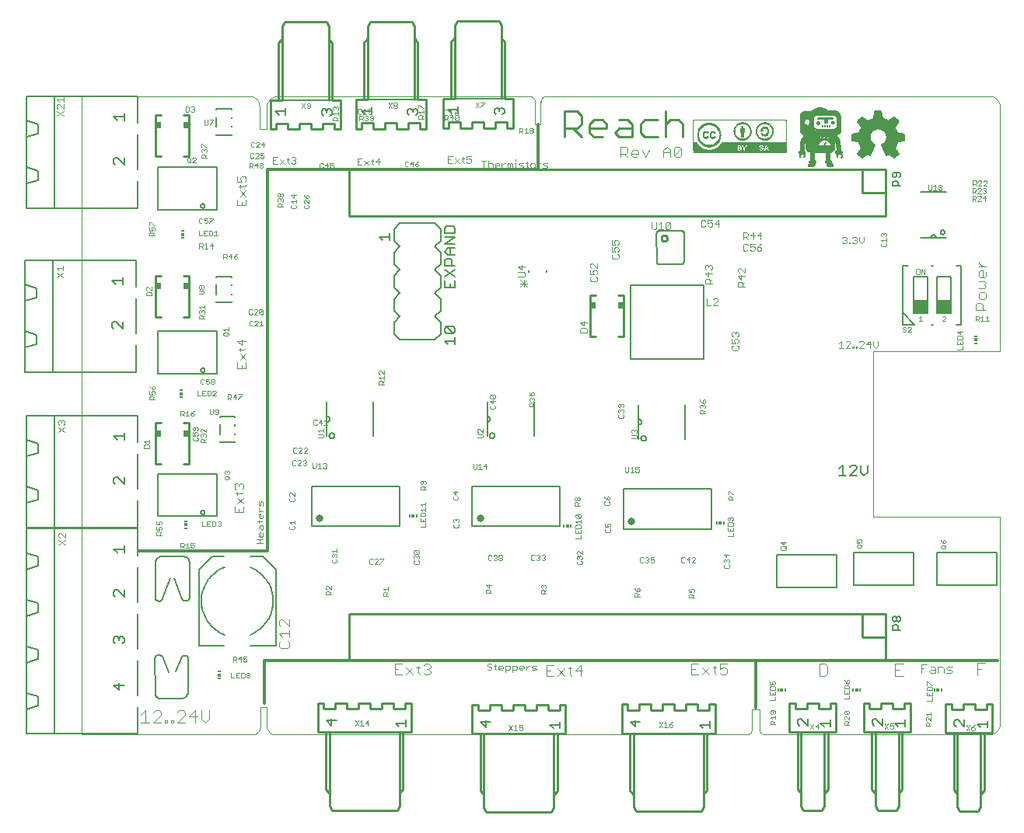
<source format=gto>
G75*
%MOIN*%
%OFA0B0*%
%FSLAX24Y24*%
%IPPOS*%
%LPD*%
%AMOC8*
5,1,8,0,0,1.08239X$1,22.5*
%
%ADD10C,0.0000*%
%ADD11C,0.0118*%
%ADD12C,0.0040*%
%ADD13C,0.0030*%
%ADD14C,0.0090*%
%ADD15C,0.0060*%
%ADD16C,0.0316*%
%ADD17C,0.0020*%
%ADD18C,0.0050*%
%ADD19R,0.0059X0.0118*%
%ADD20R,0.0118X0.0118*%
%ADD21C,0.0080*%
%ADD22R,0.0118X0.0059*%
%ADD23C,0.0100*%
%ADD24C,0.0070*%
%ADD25R,0.1440X0.0080*%
%ADD26R,0.0060X0.0090*%
%ADD27R,0.0591X0.0591*%
%ADD28R,0.0197X0.0295*%
%ADD29R,0.4030X0.0010*%
%ADD30R,0.1910X0.0010*%
%ADD31R,0.0150X0.0010*%
%ADD32R,0.0660X0.0010*%
%ADD33R,0.0040X0.0010*%
%ADD34R,0.0110X0.0010*%
%ADD35R,0.0770X0.0010*%
%ADD36R,0.0640X0.0010*%
%ADD37R,0.0020X0.0010*%
%ADD38R,0.0100X0.0010*%
%ADD39R,0.0620X0.0010*%
%ADD40R,0.0090X0.0010*%
%ADD41R,0.0600X0.0010*%
%ADD42R,0.1110X0.0010*%
%ADD43R,0.0610X0.0010*%
%ADD44R,0.0010X0.0010*%
%ADD45R,0.0780X0.0010*%
%ADD46R,0.0550X0.0010*%
%ADD47R,0.1060X0.0010*%
%ADD48R,0.0080X0.0010*%
%ADD49R,0.0520X0.0010*%
%ADD50R,0.1030X0.0010*%
%ADD51R,0.0070X0.0010*%
%ADD52R,0.0060X0.0010*%
%ADD53R,0.0790X0.0010*%
%ADD54R,0.0490X0.0010*%
%ADD55R,0.1000X0.0010*%
%ADD56R,0.0460X0.0010*%
%ADD57R,0.0970X0.0010*%
%ADD58R,0.0440X0.0010*%
%ADD59R,0.0950X0.0010*%
%ADD60R,0.0800X0.0010*%
%ADD61R,0.0420X0.0010*%
%ADD62R,0.0930X0.0010*%
%ADD63R,0.0700X0.0010*%
%ADD64R,0.0030X0.0010*%
%ADD65R,0.0400X0.0010*%
%ADD66R,0.0910X0.0010*%
%ADD67R,0.0650X0.0010*%
%ADD68R,0.0390X0.0010*%
%ADD69R,0.0890X0.0010*%
%ADD70R,0.0050X0.0010*%
%ADD71R,0.0810X0.0010*%
%ADD72R,0.0370X0.0010*%
%ADD73R,0.0880X0.0010*%
%ADD74R,0.0360X0.0010*%
%ADD75R,0.0860X0.0010*%
%ADD76R,0.0590X0.0010*%
%ADD77R,0.0820X0.0010*%
%ADD78R,0.0340X0.0010*%
%ADD79R,0.0850X0.0010*%
%ADD80R,0.0580X0.0010*%
%ADD81R,0.0330X0.0010*%
%ADD82R,0.0840X0.0010*%
%ADD83R,0.0570X0.0010*%
%ADD84R,0.0160X0.0010*%
%ADD85R,0.0320X0.0010*%
%ADD86R,0.0220X0.0010*%
%ADD87R,0.0560X0.0010*%
%ADD88R,0.0830X0.0010*%
%ADD89R,0.0310X0.0010*%
%ADD90R,0.0300X0.0010*%
%ADD91R,0.0290X0.0010*%
%ADD92R,0.0280X0.0010*%
%ADD93R,0.0410X0.0010*%
%ADD94R,0.0270X0.0010*%
%ADD95R,0.0450X0.0010*%
%ADD96R,0.0260X0.0010*%
%ADD97R,0.0250X0.0010*%
%ADD98R,0.0760X0.0010*%
%ADD99R,0.0750X0.0010*%
%ADD100R,0.0140X0.0010*%
%ADD101R,0.0240X0.0010*%
%ADD102R,0.0210X0.0010*%
%ADD103R,0.2870X0.0010*%
%ADD104R,0.0230X0.0010*%
%ADD105R,0.0190X0.0010*%
%ADD106R,0.2860X0.0010*%
%ADD107R,0.0170X0.0010*%
%ADD108R,0.2850X0.0010*%
%ADD109R,0.2840X0.0010*%
%ADD110R,0.2830X0.0010*%
%ADD111R,0.0200X0.0010*%
%ADD112R,0.0130X0.0010*%
%ADD113R,0.2820X0.0010*%
%ADD114R,0.0180X0.0010*%
%ADD115R,0.0120X0.0010*%
%ADD116R,0.2810X0.0010*%
%ADD117R,0.2800X0.0010*%
%ADD118R,0.0380X0.0010*%
%ADD119R,0.0480X0.0010*%
%ADD120C,0.0006*%
D10*
X002552Y003472D02*
X009875Y003472D01*
X009876Y003473D02*
X009910Y003476D01*
X009944Y003483D01*
X009978Y003494D01*
X010010Y003507D01*
X010040Y003524D01*
X010069Y003543D01*
X010096Y003565D01*
X010121Y003590D01*
X010142Y003617D01*
X010162Y003646D01*
X010178Y003677D01*
X010191Y003710D01*
X010201Y003743D01*
X010207Y003777D01*
X010211Y003812D01*
X010210Y003847D01*
X010210Y003846D02*
X010210Y004654D01*
X010486Y004654D01*
X010486Y003886D01*
X010485Y003886D02*
X010484Y003848D01*
X010487Y003810D01*
X010493Y003773D01*
X010503Y003736D01*
X010517Y003701D01*
X010533Y003667D01*
X010554Y003635D01*
X010577Y003605D01*
X010603Y003578D01*
X010631Y003553D01*
X010662Y003531D01*
X010695Y003513D01*
X010729Y003497D01*
X010765Y003485D01*
X010802Y003477D01*
X010839Y003472D01*
X010840Y003472D02*
X031056Y003472D01*
X031057Y003473D02*
X031086Y003476D01*
X031115Y003483D01*
X031143Y003493D01*
X031170Y003506D01*
X031195Y003522D01*
X031217Y003542D01*
X031238Y003563D01*
X031255Y003587D01*
X031269Y003613D01*
X031280Y003641D01*
X031288Y003670D01*
X031292Y003699D01*
X031293Y003729D01*
X031293Y003728D02*
X031293Y004555D01*
X031608Y004555D01*
X031608Y003728D01*
X031608Y003729D02*
X031609Y003699D01*
X031613Y003670D01*
X031621Y003641D01*
X031632Y003613D01*
X031646Y003587D01*
X031663Y003563D01*
X031684Y003542D01*
X031706Y003522D01*
X031731Y003506D01*
X031758Y003493D01*
X031786Y003483D01*
X031815Y003476D01*
X031844Y003473D01*
X031844Y003472D02*
X041430Y003472D01*
X041471Y003471D01*
X041511Y003474D01*
X041551Y003480D01*
X041591Y003490D01*
X041629Y003503D01*
X041666Y003519D01*
X041701Y003539D01*
X041735Y003561D01*
X041767Y003587D01*
X041796Y003615D01*
X041822Y003645D01*
X041846Y003678D01*
X041867Y003713D01*
X041885Y003749D01*
X041900Y003787D01*
X041911Y003825D01*
X041919Y003865D01*
X041923Y003905D01*
X041923Y003906D02*
X041923Y012823D01*
X036486Y012823D01*
X036486Y019909D01*
X041923Y019909D01*
X041923Y030441D01*
X041923Y030440D02*
X041918Y030480D01*
X041910Y030519D01*
X041898Y030558D01*
X041883Y030595D01*
X041865Y030631D01*
X041844Y030665D01*
X041820Y030697D01*
X041793Y030727D01*
X041764Y030754D01*
X041733Y030779D01*
X041699Y030801D01*
X041664Y030820D01*
X041627Y030835D01*
X041589Y030848D01*
X041550Y030857D01*
X041511Y030863D01*
X041471Y030865D01*
X041431Y030864D01*
X041430Y030864D02*
X026125Y030864D01*
X026125Y030854D02*
X022434Y030854D01*
X022435Y030854D02*
X022407Y030847D01*
X022379Y030837D01*
X022354Y030824D01*
X022330Y030808D01*
X022308Y030790D01*
X022288Y030768D01*
X022271Y030745D01*
X022258Y030720D01*
X022247Y030693D01*
X022240Y030665D01*
X022236Y030636D01*
X022235Y030607D01*
X022238Y030579D01*
X022237Y030579D02*
X022237Y029654D01*
X021982Y029654D01*
X021982Y030579D01*
X021981Y030579D02*
X021984Y030607D01*
X021983Y030636D01*
X021979Y030665D01*
X021972Y030693D01*
X021961Y030720D01*
X021948Y030745D01*
X021931Y030768D01*
X021911Y030790D01*
X021889Y030808D01*
X021865Y030824D01*
X021840Y030837D01*
X021812Y030847D01*
X021784Y030854D01*
X021785Y030854D02*
X010958Y030854D01*
X010917Y030852D01*
X010876Y030847D01*
X010836Y030838D01*
X010797Y030826D01*
X010759Y030810D01*
X010722Y030791D01*
X010687Y030769D01*
X010655Y030744D01*
X010624Y030716D01*
X010596Y030685D01*
X010571Y030653D01*
X010549Y030618D01*
X010530Y030581D01*
X010514Y030543D01*
X010502Y030504D01*
X010493Y030464D01*
X010488Y030423D01*
X010486Y030382D01*
X010486Y029437D01*
X010171Y029437D01*
X010171Y030382D01*
X010174Y030421D01*
X010173Y030460D01*
X010169Y030498D01*
X010162Y030537D01*
X010151Y030574D01*
X010136Y030610D01*
X010119Y030645D01*
X010098Y030678D01*
X010074Y030709D01*
X010047Y030737D01*
X010018Y030763D01*
X009987Y030786D01*
X009954Y030807D01*
X009919Y030824D01*
X009882Y030837D01*
X009845Y030848D01*
X009806Y030855D01*
X009806Y030854D02*
X002552Y030854D01*
X002552Y003472D01*
D11*
X010387Y004811D02*
X010387Y006661D01*
X031450Y006661D01*
X041834Y006661D01*
X031450Y006661D02*
X031450Y004604D01*
X010535Y011337D02*
X010515Y027705D01*
X022119Y027705D01*
X022119Y029644D01*
X010535Y011337D02*
X004984Y011337D01*
D12*
X011007Y008338D02*
X011007Y008185D01*
X011084Y008108D01*
X011007Y008338D02*
X011084Y008415D01*
X011161Y008415D01*
X011467Y008108D01*
X011467Y008415D01*
X011467Y007955D02*
X011467Y007648D01*
X011467Y007801D02*
X011007Y007801D01*
X011161Y007648D01*
X011084Y007494D02*
X011007Y007418D01*
X011007Y007264D01*
X011084Y007187D01*
X011391Y007187D01*
X011467Y007264D01*
X011467Y007418D01*
X011391Y007494D01*
X008027Y004504D02*
X008027Y004157D01*
X007854Y003984D01*
X007680Y004157D01*
X007680Y004504D01*
X007425Y004504D02*
X007165Y004244D01*
X007512Y004244D01*
X007425Y003984D02*
X007425Y004504D01*
X006996Y004417D02*
X006909Y004504D01*
X006736Y004504D01*
X006649Y004417D01*
X006996Y004417D02*
X006996Y004331D01*
X006649Y003984D01*
X006996Y003984D01*
X006478Y003984D02*
X006391Y003984D01*
X006391Y004070D01*
X006478Y004070D01*
X006478Y003984D01*
X006220Y003984D02*
X006134Y003984D01*
X006134Y004070D01*
X006220Y004070D01*
X006220Y003984D01*
X005965Y003984D02*
X005618Y003984D01*
X005965Y004331D01*
X005965Y004417D01*
X005878Y004504D01*
X005705Y004504D01*
X005618Y004417D01*
X005276Y004504D02*
X005276Y003984D01*
X005449Y003984D02*
X005102Y003984D01*
X005102Y004331D02*
X005276Y004504D01*
X015978Y006042D02*
X016285Y006042D01*
X016438Y006042D02*
X016745Y006349D01*
X016899Y006349D02*
X017052Y006349D01*
X016975Y006425D02*
X016975Y006118D01*
X017052Y006042D01*
X017206Y006118D02*
X017282Y006042D01*
X017436Y006042D01*
X017513Y006118D01*
X017513Y006195D01*
X017436Y006272D01*
X017359Y006272D01*
X017436Y006272D02*
X017513Y006349D01*
X017513Y006425D01*
X017436Y006502D01*
X017282Y006502D01*
X017206Y006425D01*
X016745Y006042D02*
X016438Y006349D01*
X016285Y006502D02*
X015978Y006502D01*
X015978Y006042D01*
X015978Y006272D02*
X016131Y006272D01*
X022494Y006223D02*
X022647Y006223D01*
X022494Y006453D02*
X022494Y005992D01*
X022801Y005992D01*
X022954Y005992D02*
X023261Y006299D01*
X023414Y006299D02*
X023568Y006299D01*
X023491Y006376D02*
X023491Y006069D01*
X023568Y005992D01*
X023721Y006223D02*
X024028Y006223D01*
X023952Y006453D02*
X023952Y005992D01*
X023721Y006223D02*
X023952Y006453D01*
X023261Y005992D02*
X022954Y006299D01*
X022801Y006453D02*
X022494Y006453D01*
X028685Y006502D02*
X028685Y006042D01*
X028992Y006042D01*
X029145Y006042D02*
X029452Y006349D01*
X029605Y006349D02*
X029759Y006349D01*
X029682Y006425D02*
X029682Y006118D01*
X029759Y006042D01*
X029912Y006118D02*
X029989Y006042D01*
X030143Y006042D01*
X030219Y006118D01*
X030219Y006272D01*
X030143Y006349D01*
X030066Y006349D01*
X029912Y006272D01*
X029912Y006502D01*
X030219Y006502D01*
X029452Y006042D02*
X029145Y006349D01*
X028992Y006502D02*
X028685Y006502D01*
X028685Y006272D02*
X028838Y006272D01*
X034177Y006513D02*
X034177Y005992D01*
X034437Y005992D01*
X034524Y006079D01*
X034524Y006426D01*
X034437Y006513D01*
X034177Y006513D01*
X037425Y006503D02*
X037425Y005983D01*
X037772Y005983D01*
X037598Y006243D02*
X037425Y006243D01*
X037425Y006503D02*
X037772Y006503D01*
X040948Y006533D02*
X040948Y006012D01*
X040948Y006272D02*
X041122Y006272D01*
X040948Y006533D02*
X041295Y006533D01*
X041332Y021691D02*
X040871Y021691D01*
X040871Y021921D01*
X040948Y021998D01*
X041101Y021998D01*
X041178Y021921D01*
X041178Y021691D01*
X041101Y022152D02*
X041255Y022152D01*
X041332Y022228D01*
X041332Y022382D01*
X041255Y022459D01*
X041101Y022459D01*
X041025Y022382D01*
X041025Y022228D01*
X041101Y022152D01*
X041025Y022612D02*
X041255Y022612D01*
X041332Y022689D01*
X041255Y022766D01*
X041332Y022842D01*
X041255Y022919D01*
X041025Y022919D01*
X041101Y023072D02*
X041025Y023149D01*
X041025Y023303D01*
X041101Y023379D01*
X041178Y023379D01*
X041178Y023072D01*
X041255Y023072D02*
X041101Y023072D01*
X041255Y023072D02*
X041332Y023149D01*
X041332Y023303D01*
X041332Y023533D02*
X041025Y023533D01*
X041178Y023533D02*
X041025Y023686D01*
X041025Y023763D01*
X028263Y028310D02*
X028186Y028234D01*
X028033Y028234D01*
X027956Y028310D01*
X028263Y028617D01*
X028263Y028310D01*
X027956Y028310D02*
X027956Y028617D01*
X028033Y028694D01*
X028186Y028694D01*
X028263Y028617D01*
X027803Y028540D02*
X027803Y028234D01*
X027803Y028464D02*
X027496Y028464D01*
X027496Y028540D02*
X027649Y028694D01*
X027803Y028540D01*
X027496Y028540D02*
X027496Y028234D01*
X026882Y028540D02*
X026729Y028234D01*
X026575Y028540D01*
X026422Y028464D02*
X026422Y028387D01*
X026115Y028387D01*
X026115Y028310D02*
X026115Y028464D01*
X026191Y028540D01*
X026345Y028540D01*
X026422Y028464D01*
X026345Y028234D02*
X026191Y028234D01*
X026115Y028310D01*
X025961Y028234D02*
X025808Y028387D01*
X025884Y028387D02*
X025654Y028387D01*
X025654Y028234D02*
X025654Y028694D01*
X025884Y028694D01*
X025961Y028617D01*
X025961Y028464D01*
X025884Y028387D01*
D13*
X026993Y025447D02*
X026993Y025205D01*
X027041Y025157D01*
X027138Y025157D01*
X027186Y025205D01*
X027186Y025447D01*
X027287Y025350D02*
X027384Y025447D01*
X027384Y025157D01*
X027287Y025157D02*
X027481Y025157D01*
X027582Y025205D02*
X027775Y025399D01*
X027775Y025205D01*
X027727Y025157D01*
X027630Y025157D01*
X027582Y025205D01*
X027582Y025399D01*
X027630Y025447D01*
X027727Y025447D01*
X027775Y025399D01*
X029109Y025495D02*
X029109Y025302D01*
X029157Y025253D01*
X029254Y025253D01*
X029302Y025302D01*
X029403Y025302D02*
X029452Y025253D01*
X029549Y025253D01*
X029597Y025302D01*
X029597Y025398D01*
X029549Y025447D01*
X029500Y025447D01*
X029403Y025398D01*
X029403Y025543D01*
X029597Y025543D01*
X029698Y025398D02*
X029892Y025398D01*
X029843Y025253D02*
X029843Y025543D01*
X029698Y025398D01*
X029302Y025495D02*
X029254Y025543D01*
X029157Y025543D01*
X029109Y025495D01*
X030920Y025012D02*
X030920Y024722D01*
X030920Y024818D02*
X031065Y024818D01*
X031113Y024867D01*
X031113Y024964D01*
X031065Y025012D01*
X030920Y025012D01*
X031017Y024818D02*
X031113Y024722D01*
X031214Y024867D02*
X031360Y025012D01*
X031360Y024722D01*
X031408Y024867D02*
X031214Y024867D01*
X031509Y024867D02*
X031703Y024867D01*
X031654Y024722D02*
X031654Y025012D01*
X031509Y024867D01*
X031408Y024520D02*
X031214Y024520D01*
X031214Y024375D01*
X031311Y024423D01*
X031360Y024423D01*
X031408Y024375D01*
X031408Y024278D01*
X031360Y024230D01*
X031263Y024230D01*
X031214Y024278D01*
X031113Y024278D02*
X031065Y024230D01*
X030968Y024230D01*
X030920Y024278D01*
X030920Y024471D01*
X030968Y024520D01*
X031065Y024520D01*
X031113Y024471D01*
X031509Y024375D02*
X031509Y024278D01*
X031557Y024230D01*
X031654Y024230D01*
X031703Y024278D01*
X031703Y024326D01*
X031654Y024375D01*
X031509Y024375D01*
X031606Y024471D01*
X031703Y024520D01*
X030981Y023479D02*
X030981Y023285D01*
X030788Y023479D01*
X030740Y023479D01*
X030691Y023430D01*
X030691Y023334D01*
X030740Y023285D01*
X030836Y023184D02*
X030836Y022991D01*
X030691Y023136D01*
X030981Y023136D01*
X030981Y022890D02*
X030885Y022793D01*
X030885Y022841D02*
X030885Y022696D01*
X030981Y022696D02*
X030691Y022696D01*
X030691Y022841D01*
X030740Y022890D01*
X030836Y022890D01*
X030885Y022841D01*
X029827Y022135D02*
X029779Y022183D01*
X029682Y022183D01*
X029634Y022135D01*
X029827Y022135D02*
X029827Y022086D01*
X029634Y021893D01*
X029827Y021893D01*
X029533Y021893D02*
X029339Y021893D01*
X029339Y022183D01*
X029281Y022824D02*
X029281Y022969D01*
X029329Y023018D01*
X029426Y023018D01*
X029474Y022969D01*
X029474Y022824D01*
X029474Y022921D02*
X029571Y023018D01*
X029426Y023119D02*
X029426Y023312D01*
X029523Y023413D02*
X029571Y023462D01*
X029571Y023558D01*
X029523Y023607D01*
X029474Y023607D01*
X029426Y023558D01*
X029426Y023510D01*
X029426Y023558D02*
X029377Y023607D01*
X029329Y023607D01*
X029281Y023558D01*
X029281Y023462D01*
X029329Y023413D01*
X029281Y023264D02*
X029426Y023119D01*
X029571Y023264D02*
X029281Y023264D01*
X029281Y022824D02*
X029571Y022824D01*
X030477Y020739D02*
X030525Y020739D01*
X030573Y020690D01*
X030622Y020739D01*
X030670Y020739D01*
X030719Y020690D01*
X030719Y020594D01*
X030670Y020545D01*
X030670Y020444D02*
X030719Y020396D01*
X030719Y020299D01*
X030670Y020251D01*
X030573Y020251D02*
X030525Y020347D01*
X030525Y020396D01*
X030573Y020444D01*
X030670Y020444D01*
X030573Y020251D02*
X030428Y020251D01*
X030428Y020444D01*
X030477Y020545D02*
X030428Y020594D01*
X030428Y020690D01*
X030477Y020739D01*
X030573Y020690D02*
X030573Y020642D01*
X030477Y020149D02*
X030428Y020101D01*
X030428Y020004D01*
X030477Y019956D01*
X030670Y019956D01*
X030719Y020004D01*
X030719Y020101D01*
X030670Y020149D01*
X035015Y020064D02*
X035209Y020064D01*
X035112Y020064D02*
X035112Y020354D01*
X035015Y020257D01*
X035310Y020305D02*
X035358Y020354D01*
X035455Y020354D01*
X035503Y020305D01*
X035503Y020257D01*
X035310Y020064D01*
X035503Y020064D01*
X035604Y020064D02*
X035653Y020064D01*
X035653Y020112D01*
X035604Y020112D01*
X035604Y020064D01*
X035752Y020064D02*
X035800Y020064D01*
X035800Y020112D01*
X035752Y020112D01*
X035752Y020064D01*
X035899Y020064D02*
X036093Y020257D01*
X036093Y020305D01*
X036044Y020354D01*
X035947Y020354D01*
X035899Y020305D01*
X035899Y020064D02*
X036093Y020064D01*
X036194Y020209D02*
X036387Y020209D01*
X036488Y020160D02*
X036488Y020354D01*
X036339Y020354D02*
X036194Y020209D01*
X036339Y020064D02*
X036339Y020354D01*
X036488Y020160D02*
X036585Y020064D01*
X036682Y020160D01*
X036682Y020354D01*
X035993Y024538D02*
X036090Y024635D01*
X036090Y024828D01*
X035896Y024828D02*
X035896Y024635D01*
X035993Y024538D01*
X035795Y024586D02*
X035747Y024538D01*
X035650Y024538D01*
X035602Y024586D01*
X035503Y024586D02*
X035503Y024538D01*
X035454Y024538D01*
X035454Y024586D01*
X035503Y024586D01*
X035353Y024586D02*
X035305Y024538D01*
X035208Y024538D01*
X035160Y024586D01*
X035257Y024683D02*
X035305Y024683D01*
X035353Y024635D01*
X035353Y024586D01*
X035305Y024683D02*
X035353Y024731D01*
X035353Y024780D01*
X035305Y024828D01*
X035208Y024828D01*
X035160Y024780D01*
X035602Y024780D02*
X035650Y024828D01*
X035747Y024828D01*
X035795Y024780D01*
X035795Y024731D01*
X035747Y024683D01*
X035795Y024635D01*
X035795Y024586D01*
X035747Y024683D02*
X035699Y024683D01*
X025575Y024621D02*
X025575Y024525D01*
X025526Y024476D01*
X025430Y024476D02*
X025381Y024573D01*
X025381Y024621D01*
X025430Y024670D01*
X025526Y024670D01*
X025575Y024621D01*
X025430Y024476D02*
X025285Y024476D01*
X025285Y024670D01*
X025285Y024375D02*
X025285Y024182D01*
X025430Y024182D01*
X025381Y024278D01*
X025381Y024327D01*
X025430Y024375D01*
X025526Y024375D01*
X025575Y024327D01*
X025575Y024230D01*
X025526Y024182D01*
X025526Y024081D02*
X025575Y024032D01*
X025575Y023935D01*
X025526Y023887D01*
X025333Y023887D01*
X025285Y023935D01*
X025285Y024032D01*
X025333Y024081D01*
X024656Y023692D02*
X024656Y023498D01*
X024462Y023692D01*
X024414Y023692D01*
X024365Y023643D01*
X024365Y023546D01*
X024414Y023498D01*
X024365Y023397D02*
X024365Y023203D01*
X024510Y023203D01*
X024462Y023300D01*
X024462Y023348D01*
X024510Y023397D01*
X024607Y023397D01*
X024656Y023348D01*
X024656Y023252D01*
X024607Y023203D01*
X024607Y023102D02*
X024656Y023054D01*
X024656Y022957D01*
X024607Y022909D01*
X024414Y022909D01*
X024365Y022957D01*
X024365Y023054D01*
X024414Y023102D01*
X024071Y021201D02*
X024071Y021008D01*
X023925Y021153D01*
X024216Y021153D01*
X024167Y020907D02*
X023974Y020907D01*
X023925Y020858D01*
X023925Y020713D01*
X024216Y020713D01*
X024216Y020858D01*
X024167Y020907D01*
X021666Y022669D02*
X021353Y022983D01*
X021267Y023112D02*
X021509Y023112D01*
X021557Y023160D01*
X021557Y023257D01*
X021509Y023305D01*
X021267Y023305D01*
X021412Y023406D02*
X021412Y023600D01*
X021267Y023551D02*
X021412Y023406D01*
X021557Y023551D02*
X021267Y023551D01*
X021509Y022983D02*
X021509Y022669D01*
X021353Y022669D02*
X021666Y022983D01*
X021666Y022826D02*
X021353Y022826D01*
X021304Y027798D02*
X021449Y027798D01*
X021498Y027847D01*
X021449Y027895D01*
X021353Y027895D01*
X021304Y027944D01*
X021353Y027992D01*
X021498Y027992D01*
X021599Y027992D02*
X021696Y027992D01*
X021647Y028040D02*
X021647Y027847D01*
X021696Y027798D01*
X021795Y027847D02*
X021844Y027798D01*
X021940Y027798D01*
X021989Y027847D01*
X021989Y027944D01*
X021940Y027992D01*
X021844Y027992D01*
X021795Y027944D01*
X021795Y027847D01*
X022090Y027895D02*
X022187Y027992D01*
X022235Y027992D01*
X022335Y027944D02*
X022384Y027992D01*
X022529Y027992D01*
X022481Y027895D02*
X022384Y027895D01*
X022335Y027944D01*
X022335Y027798D02*
X022481Y027798D01*
X022529Y027847D01*
X022481Y027895D01*
X022090Y027798D02*
X022090Y027992D01*
X021204Y027798D02*
X021108Y027798D01*
X021156Y027798D02*
X021156Y027992D01*
X021108Y027992D01*
X021156Y028089D02*
X021156Y028137D01*
X021007Y027944D02*
X021007Y027798D01*
X020910Y027798D02*
X020910Y027944D01*
X020958Y027992D01*
X021007Y027944D01*
X020910Y027944D02*
X020861Y027992D01*
X020813Y027992D01*
X020813Y027798D01*
X020713Y027992D02*
X020664Y027992D01*
X020568Y027895D01*
X020568Y027798D02*
X020568Y027992D01*
X020466Y027944D02*
X020466Y027895D01*
X020273Y027895D01*
X020273Y027847D02*
X020273Y027944D01*
X020321Y027992D01*
X020418Y027992D01*
X020466Y027944D01*
X020418Y027798D02*
X020321Y027798D01*
X020273Y027847D01*
X020172Y027798D02*
X020172Y027944D01*
X020123Y027992D01*
X020027Y027992D01*
X019978Y027944D01*
X019978Y028089D02*
X019978Y027798D01*
X019780Y027798D02*
X019780Y028089D01*
X019684Y028089D02*
X019877Y028089D01*
X019245Y028044D02*
X019197Y027995D01*
X019100Y027995D01*
X019052Y028044D01*
X019052Y028140D02*
X019149Y028189D01*
X019197Y028189D01*
X019245Y028140D01*
X019245Y028044D01*
X019052Y028140D02*
X019052Y028286D01*
X019245Y028286D01*
X018952Y028189D02*
X018856Y028189D01*
X018904Y028237D02*
X018904Y028044D01*
X018952Y027995D01*
X018754Y027995D02*
X018561Y028189D01*
X018460Y028286D02*
X018266Y028286D01*
X018266Y027995D01*
X018460Y027995D01*
X018561Y027995D02*
X018754Y028189D01*
X018363Y028140D02*
X018266Y028140D01*
X015350Y028047D02*
X015157Y028047D01*
X015302Y028192D01*
X015302Y027902D01*
X015057Y027902D02*
X015009Y027950D01*
X015009Y028144D01*
X015057Y028095D02*
X014960Y028095D01*
X014859Y028095D02*
X014666Y027902D01*
X014564Y027902D02*
X014371Y027902D01*
X014371Y028192D01*
X014564Y028192D01*
X014666Y028095D02*
X014859Y027902D01*
X014468Y028047D02*
X014371Y028047D01*
X011734Y028060D02*
X011734Y028012D01*
X011686Y027964D01*
X011589Y027964D01*
X011541Y028012D01*
X011441Y027964D02*
X011393Y028012D01*
X011393Y028206D01*
X011441Y028157D02*
X011344Y028157D01*
X011243Y028157D02*
X011050Y027964D01*
X010948Y027964D02*
X010755Y027964D01*
X010755Y028254D01*
X010948Y028254D01*
X011050Y028157D02*
X011243Y027964D01*
X011541Y028206D02*
X011589Y028254D01*
X011686Y028254D01*
X011734Y028206D01*
X011734Y028157D01*
X011686Y028109D01*
X011734Y028060D01*
X011686Y028109D02*
X011637Y028109D01*
X010852Y028109D02*
X010755Y028109D01*
X009604Y027352D02*
X009604Y027228D01*
X009543Y027166D01*
X009419Y027166D02*
X009357Y027290D01*
X009357Y027352D01*
X009419Y027413D01*
X009543Y027413D01*
X009604Y027352D01*
X009419Y027166D02*
X009234Y027166D01*
X009234Y027413D01*
X009357Y027044D02*
X009357Y026921D01*
X009296Y026983D02*
X009543Y026983D01*
X009604Y027044D01*
X009604Y026799D02*
X009357Y026553D01*
X009234Y026431D02*
X009234Y026184D01*
X009604Y026184D01*
X009604Y026431D01*
X009604Y026553D02*
X009357Y026799D01*
X009419Y026308D02*
X009419Y026184D01*
X009409Y020415D02*
X009409Y020168D01*
X009224Y020354D01*
X009595Y020354D01*
X009595Y020046D02*
X009533Y019985D01*
X009286Y019985D01*
X009348Y020046D02*
X009348Y019923D01*
X009348Y019801D02*
X009595Y019555D01*
X009595Y019433D02*
X009595Y019186D01*
X009224Y019186D01*
X009224Y019433D01*
X009348Y019555D02*
X009595Y019801D01*
X009409Y019310D02*
X009409Y019186D01*
X009415Y014244D02*
X009476Y014182D01*
X009476Y014059D01*
X009415Y013997D01*
X009476Y013875D02*
X009415Y013813D01*
X009168Y013813D01*
X009230Y013752D02*
X009230Y013875D01*
X009168Y013997D02*
X009106Y014059D01*
X009106Y014182D01*
X009168Y014244D01*
X009230Y014244D01*
X009291Y014182D01*
X009353Y014244D01*
X009415Y014244D01*
X009291Y014182D02*
X009291Y014121D01*
X009230Y013630D02*
X009476Y013383D01*
X009476Y013262D02*
X009476Y013015D01*
X009106Y013015D01*
X009106Y013262D01*
X009230Y013383D02*
X009476Y013630D01*
X009291Y013138D02*
X009291Y013015D01*
X010139Y013042D02*
X010333Y013042D01*
X010236Y013042D02*
X010139Y013138D01*
X010139Y013187D01*
X010188Y013287D02*
X010139Y013336D01*
X010139Y013481D01*
X010236Y013432D02*
X010236Y013336D01*
X010188Y013287D01*
X010333Y013287D02*
X010333Y013432D01*
X010284Y013481D01*
X010236Y013432D01*
X010236Y012940D02*
X010236Y012747D01*
X010284Y012747D02*
X010188Y012747D01*
X010139Y012795D01*
X010139Y012892D01*
X010188Y012940D01*
X010236Y012940D01*
X010333Y012892D02*
X010333Y012795D01*
X010284Y012747D01*
X010333Y012647D02*
X010284Y012599D01*
X010091Y012599D01*
X010139Y012551D02*
X010139Y012647D01*
X010188Y012449D02*
X010333Y012449D01*
X010333Y012304D01*
X010284Y012256D01*
X010236Y012304D01*
X010236Y012449D01*
X010188Y012449D02*
X010139Y012401D01*
X010139Y012304D01*
X010188Y012155D02*
X010236Y012155D01*
X010236Y011961D01*
X010284Y011961D02*
X010188Y011961D01*
X010139Y012010D01*
X010139Y012106D01*
X010188Y012155D01*
X010333Y012106D02*
X010333Y012010D01*
X010284Y011961D01*
X010333Y011860D02*
X010042Y011860D01*
X010188Y011860D02*
X010188Y011667D01*
X010333Y011667D02*
X010042Y011667D01*
X001850Y011627D02*
X001560Y011820D01*
X001609Y011921D02*
X001560Y011970D01*
X001560Y012067D01*
X001609Y012115D01*
X001657Y012115D01*
X001850Y011921D01*
X001850Y012115D01*
X001850Y011820D02*
X001560Y011627D01*
X001542Y016460D02*
X001832Y016653D01*
X001783Y016754D02*
X001832Y016803D01*
X001832Y016899D01*
X001783Y016948D01*
X001735Y016948D01*
X001687Y016899D01*
X001687Y016851D01*
X001687Y016899D02*
X001638Y016948D01*
X001590Y016948D01*
X001542Y016899D01*
X001542Y016803D01*
X001590Y016754D01*
X001542Y016653D02*
X001832Y016460D01*
X001763Y023093D02*
X001473Y023287D01*
X001569Y023388D02*
X001473Y023485D01*
X001763Y023485D01*
X001763Y023388D02*
X001763Y023582D01*
X001763Y023287D02*
X001473Y023093D01*
X001481Y030024D02*
X001772Y030218D01*
X001772Y030319D02*
X001578Y030513D01*
X001530Y030513D01*
X001481Y030464D01*
X001481Y030367D01*
X001530Y030319D01*
X001481Y030218D02*
X001772Y030024D01*
X001772Y030319D02*
X001772Y030513D01*
X001772Y030614D02*
X001772Y030807D01*
X001772Y030711D02*
X001481Y030711D01*
X001578Y030614D01*
X019988Y006524D02*
X019939Y006475D01*
X019939Y006427D01*
X019988Y006379D01*
X020085Y006379D01*
X020133Y006330D01*
X020133Y006282D01*
X020085Y006234D01*
X019988Y006234D01*
X019939Y006282D01*
X019988Y006524D02*
X020085Y006524D01*
X020133Y006475D01*
X020234Y006427D02*
X020331Y006427D01*
X020283Y006475D02*
X020283Y006282D01*
X020331Y006234D01*
X020431Y006282D02*
X020431Y006379D01*
X020479Y006427D01*
X020576Y006427D01*
X020624Y006379D01*
X020624Y006330D01*
X020431Y006330D01*
X020431Y006282D02*
X020479Y006234D01*
X020576Y006234D01*
X020725Y006234D02*
X020870Y006234D01*
X020919Y006282D01*
X020919Y006379D01*
X020870Y006427D01*
X020725Y006427D01*
X020725Y006137D01*
X021020Y006137D02*
X021020Y006427D01*
X021165Y006427D01*
X021213Y006379D01*
X021213Y006282D01*
X021165Y006234D01*
X021020Y006234D01*
X021315Y006282D02*
X021315Y006379D01*
X021363Y006427D01*
X021460Y006427D01*
X021508Y006379D01*
X021508Y006330D01*
X021315Y006330D01*
X021315Y006282D02*
X021363Y006234D01*
X021460Y006234D01*
X021609Y006234D02*
X021609Y006427D01*
X021609Y006330D02*
X021706Y006427D01*
X021754Y006427D01*
X021855Y006379D02*
X021903Y006427D01*
X022048Y006427D01*
X022000Y006330D02*
X021903Y006330D01*
X021855Y006379D01*
X021855Y006234D02*
X022000Y006234D01*
X022048Y006282D01*
X022000Y006330D01*
X038542Y006307D02*
X038663Y006307D01*
X038542Y006125D02*
X038542Y006489D01*
X038785Y006489D01*
X038965Y006368D02*
X039086Y006368D01*
X039147Y006307D01*
X039147Y006125D01*
X038965Y006125D01*
X038904Y006186D01*
X038965Y006247D01*
X039147Y006247D01*
X039267Y006368D02*
X039449Y006368D01*
X039510Y006307D01*
X039510Y006125D01*
X039629Y006125D02*
X039811Y006125D01*
X039872Y006186D01*
X039811Y006247D01*
X039690Y006247D01*
X039629Y006307D01*
X039690Y006368D01*
X039872Y006368D01*
X039267Y006368D02*
X039267Y006125D01*
D14*
X028325Y029108D02*
X028325Y029654D01*
X028143Y029836D01*
X027779Y029836D01*
X027597Y029654D01*
X027238Y029836D02*
X026692Y029836D01*
X026510Y029654D01*
X026510Y029290D01*
X026692Y029108D01*
X027238Y029108D01*
X027597Y029108D02*
X027597Y030200D01*
X026150Y029654D02*
X026150Y029108D01*
X025604Y029108D01*
X025422Y029290D01*
X025604Y029472D01*
X026150Y029472D01*
X026150Y029654D02*
X025968Y029836D01*
X025604Y029836D01*
X025063Y029654D02*
X025063Y029472D01*
X024335Y029472D01*
X024335Y029290D02*
X024335Y029654D01*
X024517Y029836D01*
X024881Y029836D01*
X025063Y029654D01*
X024881Y029108D02*
X024517Y029108D01*
X024335Y029290D01*
X023975Y029108D02*
X023611Y029472D01*
X023793Y029472D02*
X023247Y029472D01*
X023793Y029472D02*
X023975Y029654D01*
X023975Y030018D01*
X023793Y030200D01*
X023247Y030200D01*
X023247Y029108D01*
D15*
X000199Y004552D02*
X000199Y003502D01*
X001399Y003502D01*
X004949Y003502D01*
X004949Y004652D01*
X004949Y005152D02*
X004949Y006652D01*
X004949Y007152D02*
X004949Y008652D01*
X004949Y009152D02*
X004949Y010652D01*
X004949Y011152D02*
X004949Y012302D01*
X001399Y012302D01*
X000199Y012302D01*
X000199Y011252D01*
X000199Y010552D01*
X000199Y009252D01*
X000199Y008552D01*
X000199Y007252D01*
X000699Y007102D01*
X000699Y006702D01*
X000199Y006552D01*
X000199Y005252D01*
X000699Y005102D01*
X000699Y004702D01*
X000199Y004552D01*
X000199Y005252D01*
X000199Y006552D02*
X000199Y007252D01*
X000199Y008552D02*
X000699Y008702D01*
X000699Y009102D01*
X000199Y009252D01*
X000199Y010552D02*
X000699Y010702D01*
X000699Y011102D01*
X000199Y011252D01*
X001399Y012302D02*
X001399Y003502D01*
X001399Y012352D02*
X000199Y012352D01*
X000199Y013402D01*
X000199Y014102D01*
X000699Y013952D01*
X000699Y013552D01*
X000199Y013402D01*
X000199Y014102D02*
X000199Y015402D01*
X000199Y016102D01*
X000699Y015952D01*
X000699Y015552D01*
X000199Y015402D01*
X000199Y016102D02*
X000199Y017152D01*
X001399Y017152D01*
X001399Y012352D01*
X004949Y012352D01*
X004949Y013502D01*
X004949Y014002D02*
X004949Y015502D01*
X004949Y016002D02*
X004949Y017152D01*
X001399Y017152D01*
X001330Y019025D02*
X000130Y019025D01*
X000130Y020075D01*
X000130Y020775D01*
X000630Y020625D01*
X000630Y020225D01*
X000130Y020075D01*
X000130Y020775D02*
X000130Y022075D01*
X000130Y022775D01*
X000630Y022625D01*
X000630Y022225D01*
X000130Y022075D01*
X000130Y022775D02*
X000130Y023825D01*
X001330Y023825D01*
X001330Y019025D01*
X004880Y019025D01*
X004880Y020175D01*
X004880Y020675D02*
X004880Y022175D01*
X004880Y022675D02*
X004880Y023825D01*
X001330Y023825D01*
X001399Y026053D02*
X000199Y026053D01*
X000199Y027103D01*
X000199Y027803D01*
X000699Y027653D01*
X000699Y027253D01*
X000199Y027103D01*
X000199Y027803D02*
X000199Y029103D01*
X000199Y029803D01*
X000699Y029653D01*
X000699Y029253D01*
X000199Y029103D01*
X000199Y029803D02*
X000199Y030853D01*
X001399Y030853D01*
X001399Y026053D01*
X004949Y026053D01*
X004949Y027203D01*
X004949Y027703D02*
X004949Y029203D01*
X004949Y029703D02*
X004949Y030853D01*
X001399Y030853D01*
X008336Y030312D02*
X008336Y030275D01*
X008336Y030312D02*
X008974Y030312D01*
X008974Y030275D01*
X008974Y029957D02*
X008974Y029920D01*
X008974Y029583D02*
X008974Y029546D01*
X008974Y029229D02*
X008974Y029192D01*
X008336Y029192D01*
X008336Y029229D01*
X008336Y029546D02*
X008336Y029957D01*
X015942Y025152D02*
X015942Y024652D01*
X016192Y024402D01*
X015942Y024152D01*
X015942Y023652D01*
X016192Y023402D01*
X015942Y023152D01*
X015942Y022652D01*
X016192Y022402D01*
X015942Y022152D01*
X015942Y021652D01*
X016192Y021402D01*
X015942Y021152D01*
X015942Y020652D01*
X016192Y020402D01*
X017692Y020402D01*
X017942Y020652D01*
X017942Y021152D01*
X017692Y021402D01*
X017942Y021652D01*
X017942Y022152D01*
X017692Y022402D01*
X017942Y022652D01*
X017942Y023152D01*
X017692Y023402D01*
X017942Y023652D01*
X017942Y024152D01*
X017692Y024402D01*
X017942Y024652D01*
X017942Y025152D01*
X017692Y025402D01*
X016192Y025402D01*
X015942Y025152D01*
X021710Y023384D02*
X021710Y023324D01*
X022490Y023324D02*
X022490Y023384D01*
X027206Y023768D02*
X027202Y024984D01*
X027304Y025087D02*
X028273Y025087D01*
X028371Y024984D02*
X028375Y023783D01*
X028375Y023780D02*
X028376Y023759D01*
X028373Y023739D01*
X028367Y023720D01*
X028357Y023702D01*
X028344Y023686D01*
X028329Y023672D01*
X028312Y023662D01*
X028293Y023654D01*
X028273Y023650D01*
X027300Y023650D01*
X027300Y023649D02*
X027283Y023653D01*
X027266Y023659D01*
X027251Y023668D01*
X027238Y023679D01*
X027227Y023693D01*
X027218Y023708D01*
X027212Y023725D01*
X027209Y023742D01*
X027209Y023760D01*
X033367Y028408D02*
X033387Y028388D01*
X033507Y028388D01*
X033507Y028398D01*
X033547Y028438D01*
X033537Y028438D01*
X033497Y028478D01*
X033497Y028848D01*
X033527Y028878D01*
X033527Y028938D01*
X033597Y029008D01*
X033597Y029118D01*
X033607Y029128D01*
X033567Y029128D01*
X033567Y029108D01*
X033547Y029108D01*
X033547Y029078D01*
X033527Y029078D01*
X033527Y029048D01*
X033517Y029048D01*
X033517Y029018D01*
X033497Y029018D01*
X033497Y028948D01*
X033467Y028918D01*
X033467Y028868D01*
X033457Y028858D01*
X033457Y028808D01*
X033417Y028768D01*
X033417Y028688D01*
X033397Y028668D01*
X033397Y028538D01*
X033417Y028518D01*
X033417Y028488D01*
X033387Y028458D01*
X033387Y028438D01*
X033367Y028418D01*
X033367Y028408D01*
X033381Y028394D02*
X033507Y028394D01*
X033527Y028378D02*
X033540Y028385D01*
X033551Y028396D01*
X033560Y028409D01*
X033565Y028423D01*
X033567Y028438D01*
X033565Y028453D01*
X033560Y028467D01*
X033551Y028480D01*
X033540Y028491D01*
X033527Y028498D01*
X033497Y028511D02*
X033417Y028511D01*
X033377Y028498D02*
X033377Y028718D01*
X033417Y028745D02*
X033497Y028745D01*
X033497Y028803D02*
X033452Y028803D01*
X033407Y028768D02*
X033477Y028968D01*
X033497Y028979D02*
X033567Y028979D01*
X033617Y028998D02*
X033617Y029008D01*
X034067Y029008D01*
X034067Y028688D01*
X034337Y028688D01*
X034337Y028718D01*
X034467Y028718D01*
X034467Y028698D01*
X034777Y028698D01*
X034777Y028568D01*
X034747Y028568D01*
X034747Y028588D01*
X034727Y028588D01*
X034727Y028498D01*
X034657Y028498D01*
X034657Y028598D01*
X034647Y028598D01*
X034647Y028478D01*
X034617Y028478D01*
X034617Y028048D01*
X034667Y028048D01*
X034667Y027918D01*
X034707Y027918D01*
X034707Y027898D01*
X034567Y027898D01*
X034567Y027948D01*
X034507Y027948D01*
X034507Y028008D01*
X034487Y028008D01*
X034477Y028015D01*
X034470Y028024D01*
X034466Y028035D01*
X034466Y028047D01*
X034470Y028058D01*
X034477Y028068D01*
X034497Y028088D01*
X034527Y028088D01*
X034527Y028478D01*
X034517Y028488D01*
X033977Y028488D01*
X033937Y028448D01*
X033937Y028088D01*
X033967Y028058D01*
X033947Y028038D01*
X033947Y027938D01*
X033907Y027898D01*
X033767Y027898D01*
X033777Y027908D01*
X033777Y027948D01*
X033787Y027958D01*
X033787Y027988D01*
X033817Y028018D01*
X033817Y028038D01*
X033827Y028048D01*
X033827Y028058D01*
X033867Y028098D01*
X033867Y028488D01*
X033857Y028498D01*
X033797Y028498D01*
X033757Y028538D01*
X033737Y028538D01*
X033687Y028588D01*
X033687Y028968D01*
X033657Y028998D01*
X033617Y028998D01*
X033627Y029018D02*
X033627Y029108D01*
X033637Y029118D01*
X033647Y029118D01*
X034237Y029148D01*
X034217Y029148D01*
X034157Y029138D01*
X034017Y028998D01*
X033647Y028998D01*
X033627Y029018D01*
X033627Y029037D02*
X034056Y029037D01*
X034107Y029037D02*
X034148Y029037D01*
X034127Y029058D02*
X034107Y029058D01*
X034107Y028818D01*
X034107Y028838D01*
X034237Y028968D01*
X034217Y028968D01*
X034127Y029058D01*
X034114Y029096D02*
X033627Y029096D01*
X033597Y029096D02*
X033547Y029096D01*
X033517Y029037D02*
X033597Y029037D01*
X033637Y028958D02*
X033637Y028628D01*
X033647Y028618D01*
X033687Y028628D02*
X034777Y028628D01*
X034817Y028658D02*
X034817Y028988D01*
X034837Y028988D01*
X034837Y029018D02*
X034787Y029018D01*
X034787Y028748D01*
X034737Y028748D01*
X034727Y028758D01*
X034727Y028838D01*
X034697Y028868D01*
X034687Y028868D01*
X034557Y028998D01*
X034277Y028998D01*
X034267Y029008D01*
X034597Y029018D01*
X034597Y029038D01*
X034647Y029088D01*
X034847Y029088D01*
X034897Y029138D01*
X034897Y029108D01*
X034957Y029048D01*
X034957Y028978D01*
X035007Y028928D01*
X035007Y028838D01*
X035057Y028788D01*
X035057Y028488D01*
X035087Y028458D01*
X035087Y028448D01*
X035107Y028428D01*
X035107Y028408D01*
X035077Y028378D01*
X034987Y028378D01*
X034967Y028398D01*
X034947Y028398D01*
X034927Y028418D01*
X034927Y028468D01*
X034947Y028468D01*
X034977Y028498D01*
X034977Y028728D01*
X034947Y028758D01*
X034947Y028848D01*
X034897Y028898D01*
X034897Y028958D01*
X034837Y029018D01*
X034876Y028979D02*
X034957Y028979D01*
X034957Y029037D02*
X034597Y029037D01*
X034617Y029058D02*
X034777Y029058D01*
X034837Y029118D01*
X034837Y029128D01*
X034607Y029128D01*
X034597Y029138D01*
X034517Y029138D01*
X034557Y029178D01*
X034567Y029178D01*
X034607Y029138D01*
X034607Y029108D01*
X034617Y029098D01*
X034617Y029058D01*
X034617Y029096D02*
X034814Y029096D01*
X034854Y029096D02*
X034909Y029096D01*
X034867Y029158D02*
X033617Y029158D01*
X033597Y029178D01*
X033597Y029378D01*
X033607Y029388D01*
X033617Y029378D01*
X033617Y029388D01*
X033917Y029388D01*
X033957Y029348D01*
X034097Y029348D01*
X034107Y029358D01*
X035037Y029358D01*
X035037Y029328D01*
X034987Y029278D01*
X034937Y029278D01*
X034857Y029198D01*
X034857Y029168D01*
X034867Y029158D01*
X034871Y029213D02*
X033597Y029213D01*
X033572Y029213D01*
X033597Y029188D02*
X033597Y029568D01*
X033607Y029578D01*
X033587Y029578D01*
X033517Y029648D01*
X033517Y029838D01*
X033617Y029938D01*
X033617Y030068D01*
X033517Y030068D01*
X033487Y030098D01*
X033487Y030108D01*
X033427Y030048D01*
X033427Y029458D01*
X033437Y029448D01*
X033437Y029338D01*
X033527Y029248D01*
X033537Y029248D01*
X033597Y029188D01*
X033597Y029271D02*
X034930Y029271D01*
X034892Y029379D02*
X034897Y029382D01*
X034900Y029387D01*
X034902Y029393D01*
X034900Y029399D01*
X034897Y029404D01*
X034892Y029407D01*
X034887Y029408D01*
X034897Y029408D01*
X034917Y029411D01*
X034937Y029418D01*
X034954Y029431D01*
X034967Y029447D01*
X034975Y029466D01*
X034979Y029487D01*
X034977Y029508D01*
X034987Y029508D01*
X034987Y029918D01*
X034977Y029918D01*
X034977Y030028D01*
X034927Y030028D01*
X034927Y030048D01*
X034917Y030048D01*
X034917Y030088D01*
X034967Y030088D01*
X034967Y030078D01*
X034987Y030088D01*
X035007Y030088D01*
X035007Y030018D01*
X035037Y030018D01*
X035037Y029998D01*
X035057Y029998D01*
X035057Y029378D01*
X034867Y029378D01*
X034887Y029378D01*
X034892Y029379D01*
X034901Y029388D02*
X035057Y029388D01*
X035077Y029438D02*
X035077Y029958D01*
X035057Y029973D02*
X034977Y029973D01*
X034987Y029915D02*
X035057Y029915D01*
X035057Y029856D02*
X034987Y029856D01*
X034987Y029798D02*
X035057Y029798D01*
X035057Y029739D02*
X034987Y029739D01*
X034987Y029681D02*
X035057Y029681D01*
X035057Y029622D02*
X034987Y029622D01*
X034987Y029564D02*
X035057Y029564D01*
X035057Y029505D02*
X034977Y029505D01*
X034966Y029447D02*
X035057Y029447D01*
X035037Y029330D02*
X033597Y029330D01*
X033445Y029330D01*
X033437Y029388D02*
X033597Y029388D01*
X033537Y029198D02*
X033511Y029208D01*
X033486Y029220D01*
X033463Y029236D01*
X033443Y029255D01*
X033425Y029277D01*
X033411Y029301D01*
X033399Y029326D01*
X033392Y029353D01*
X033388Y029380D01*
X033387Y029408D01*
X033387Y029968D01*
X033427Y029973D02*
X033617Y029973D01*
X033616Y030198D02*
X033588Y030199D01*
X033560Y030196D01*
X033533Y030189D01*
X033506Y030180D01*
X033481Y030166D01*
X033458Y030150D01*
X033438Y030131D01*
X033419Y030110D01*
X033404Y030086D01*
X033392Y030060D01*
X033383Y030034D01*
X033378Y030006D01*
X033376Y029978D01*
X033427Y030032D02*
X033617Y030032D01*
X033647Y030032D02*
X033967Y030032D01*
X033967Y030028D02*
X033907Y029968D01*
X033907Y029598D01*
X033897Y029588D01*
X033897Y029578D01*
X033867Y029548D01*
X033867Y029488D01*
X033877Y029478D01*
X033877Y029438D01*
X033907Y029408D01*
X033667Y029408D01*
X033657Y029418D01*
X033657Y029518D01*
X033637Y029538D01*
X033707Y029538D01*
X033767Y029598D01*
X033767Y029608D01*
X033837Y029678D01*
X033837Y029798D01*
X033827Y029808D01*
X033827Y029818D01*
X033717Y029928D01*
X033647Y029928D01*
X033647Y030058D01*
X033637Y030068D01*
X033947Y030068D01*
X033967Y030048D01*
X033967Y030028D01*
X033967Y030078D02*
X034047Y030068D01*
X034387Y030278D01*
X034327Y030278D02*
X034325Y030287D01*
X034321Y030296D01*
X034314Y030302D01*
X034306Y030306D01*
X034297Y030308D01*
X034207Y030308D01*
X034130Y030301D01*
X034056Y030279D01*
X033988Y030245D01*
X033927Y030198D01*
X033909Y030185D01*
X033889Y030178D01*
X033868Y030175D01*
X033847Y030178D01*
X033577Y030178D01*
X033577Y030168D01*
X033567Y030168D01*
X034887Y030168D01*
X034527Y030168D01*
X034497Y030198D01*
X034494Y030213D01*
X034487Y030227D01*
X034476Y030238D01*
X034462Y030246D01*
X034447Y030248D01*
X034247Y030248D01*
X034248Y030257D01*
X034252Y030266D01*
X034259Y030272D01*
X034267Y030276D01*
X034277Y030278D01*
X034327Y030278D01*
X034252Y030266D02*
X034029Y030266D01*
X033938Y030207D02*
X034495Y030207D01*
X034537Y030208D02*
X034827Y030208D01*
X034817Y030048D02*
X034787Y030048D01*
X034097Y030048D01*
X034077Y030048D01*
X034137Y029928D02*
X034767Y029928D01*
X034767Y029888D01*
X034507Y029888D01*
X034507Y029718D01*
X034417Y029718D01*
X034417Y029888D01*
X034457Y029888D01*
X034467Y029898D01*
X034467Y029768D01*
X034417Y029888D02*
X034137Y029888D01*
X033877Y030218D02*
X033908Y030246D01*
X033942Y030271D01*
X033977Y030292D01*
X034015Y030310D01*
X034054Y030325D01*
X034094Y030336D01*
X034135Y030344D01*
X034176Y030348D01*
X034218Y030348D01*
X034259Y030344D01*
X034300Y030336D01*
X034340Y030325D01*
X034379Y030310D01*
X034417Y030292D01*
X034452Y030271D01*
X034486Y030246D01*
X034517Y030218D01*
X034837Y030208D02*
X034866Y030206D01*
X034894Y030201D01*
X034922Y030192D01*
X034949Y030181D01*
X034973Y030166D01*
X034996Y030148D01*
X035017Y030127D01*
X035035Y030104D01*
X035050Y030080D01*
X035061Y030053D01*
X035070Y030025D01*
X035075Y029997D01*
X035077Y029968D01*
X035007Y030032D02*
X034927Y030032D01*
X034947Y029908D02*
X034947Y029578D01*
X034947Y029568D02*
X034947Y029547D01*
X034943Y029527D01*
X034936Y029507D01*
X034925Y029489D01*
X034912Y029473D01*
X034896Y029460D01*
X034878Y029449D01*
X034858Y029442D01*
X034838Y029438D01*
X034817Y029438D01*
X034817Y029428D02*
X034087Y029428D01*
X034087Y029418D02*
X034827Y029418D01*
X034827Y029428D01*
X034917Y029218D02*
X034942Y029220D01*
X034966Y029225D01*
X034989Y029234D01*
X035011Y029246D01*
X035031Y029261D01*
X035048Y029279D01*
X035063Y029299D01*
X035074Y029321D01*
X035083Y029344D01*
X035088Y029368D01*
X035089Y029393D01*
X035087Y029418D01*
X034757Y029708D02*
X034759Y029716D01*
X034764Y029723D01*
X034771Y029727D01*
X034779Y029728D01*
X034787Y029725D01*
X034793Y029720D01*
X034797Y029712D01*
X034797Y029704D01*
X034793Y029696D01*
X034787Y029691D01*
X034779Y029688D01*
X034771Y029689D01*
X034764Y029693D01*
X034759Y029700D01*
X034757Y029708D01*
X034707Y029718D02*
X034709Y029731D01*
X034714Y029744D01*
X034723Y029755D01*
X034734Y029762D01*
X034747Y029767D01*
X034760Y029768D01*
X034774Y029765D01*
X034786Y029759D01*
X034796Y029750D01*
X034803Y029738D01*
X034807Y029725D01*
X034807Y029711D01*
X034803Y029698D01*
X034796Y029686D01*
X034786Y029677D01*
X034774Y029671D01*
X034760Y029668D01*
X034747Y029669D01*
X034734Y029674D01*
X034723Y029681D01*
X034714Y029692D01*
X034709Y029705D01*
X034707Y029718D01*
X034617Y029608D02*
X034617Y029538D01*
X034507Y029538D02*
X034507Y029608D01*
X034417Y029608D02*
X034417Y029538D01*
X034307Y029538D02*
X034307Y029608D01*
X034127Y029708D02*
X034129Y029713D01*
X034133Y029717D01*
X034138Y029718D01*
X034144Y029716D01*
X034147Y029711D01*
X034147Y029705D01*
X034144Y029700D01*
X034138Y029698D01*
X034133Y029699D01*
X034129Y029703D01*
X034127Y029708D01*
X034087Y029708D02*
X034089Y029721D01*
X034094Y029734D01*
X034103Y029745D01*
X034114Y029752D01*
X034127Y029757D01*
X034140Y029758D01*
X034154Y029755D01*
X034166Y029749D01*
X034176Y029740D01*
X034183Y029728D01*
X034187Y029715D01*
X034187Y029701D01*
X034183Y029688D01*
X034176Y029676D01*
X034166Y029667D01*
X034154Y029661D01*
X034140Y029658D01*
X034127Y029659D01*
X034114Y029664D01*
X034103Y029671D01*
X034094Y029682D01*
X034089Y029695D01*
X034087Y029708D01*
X033927Y029568D02*
X033929Y029546D01*
X033934Y029525D01*
X033942Y029505D01*
X033953Y029486D01*
X033967Y029469D01*
X033984Y029455D01*
X034002Y029443D01*
X034022Y029435D01*
X034043Y029429D01*
X034065Y029427D01*
X034087Y029428D01*
X034087Y029368D02*
X034065Y029359D01*
X034042Y029353D01*
X034019Y029351D01*
X033995Y029353D01*
X033972Y029358D01*
X033950Y029366D01*
X033930Y029378D01*
X033911Y029393D01*
X033895Y029410D01*
X033882Y029430D01*
X033873Y029452D01*
X033866Y029474D01*
X033863Y029498D01*
X033864Y029521D01*
X033868Y029545D01*
X033876Y029567D01*
X033887Y029588D01*
X033882Y029564D02*
X033732Y029564D01*
X033781Y029622D02*
X033907Y029622D01*
X033927Y029578D02*
X033927Y029908D01*
X033937Y029908D01*
X033907Y029915D02*
X033730Y029915D01*
X033789Y029856D02*
X033907Y029856D01*
X033907Y029798D02*
X033837Y029798D01*
X033837Y029739D02*
X033907Y029739D01*
X033907Y029681D02*
X033837Y029681D01*
X033667Y029589D02*
X033643Y029593D01*
X033620Y029601D01*
X033598Y029612D01*
X033578Y029627D01*
X033561Y029645D01*
X033547Y029665D01*
X033536Y029687D01*
X033529Y029711D01*
X033525Y029735D01*
X033526Y029759D01*
X033530Y029784D01*
X033538Y029807D01*
X033549Y029829D01*
X033564Y029848D01*
X033582Y029866D01*
X033602Y029880D01*
X033624Y029891D01*
X033647Y029898D01*
X033593Y029915D02*
X033427Y029915D01*
X033427Y029856D02*
X033535Y029856D01*
X033517Y029798D02*
X033427Y029798D01*
X033427Y029739D02*
X033517Y029739D01*
X033517Y029681D02*
X033427Y029681D01*
X033427Y029622D02*
X033543Y029622D01*
X033597Y029564D02*
X033427Y029564D01*
X033427Y029505D02*
X033597Y029505D01*
X033597Y029447D02*
X033437Y029447D01*
X033504Y029271D02*
X033597Y029271D01*
X033657Y029447D02*
X033877Y029447D01*
X033867Y029505D02*
X033657Y029505D01*
X033687Y029598D02*
X033710Y029606D01*
X033732Y029617D01*
X033751Y029631D01*
X033768Y029648D01*
X033782Y029668D01*
X033793Y029690D01*
X033800Y029713D01*
X033804Y029737D01*
X033803Y029761D01*
X033799Y029785D01*
X033791Y029808D01*
X033779Y029829D01*
X033764Y029848D01*
X033747Y029865D01*
X033727Y029878D01*
X033704Y029889D01*
X033681Y029895D01*
X033657Y029898D01*
X033647Y029973D02*
X033912Y029973D01*
X033926Y029908D02*
X033929Y029931D01*
X033935Y029952D01*
X033944Y029973D01*
X033956Y029992D01*
X033971Y030009D01*
X033989Y030023D01*
X034008Y030035D01*
X034029Y030043D01*
X034051Y030048D01*
X034074Y030050D01*
X034096Y030048D01*
X033887Y030218D02*
X033867Y030198D01*
X033627Y030198D01*
X033495Y030090D02*
X033469Y030090D01*
X034347Y029138D02*
X034447Y029138D01*
X034457Y029148D01*
X034533Y029154D02*
X034591Y029154D01*
X034494Y029078D02*
X034496Y029093D01*
X034501Y029107D01*
X034510Y029120D01*
X034521Y029130D01*
X034535Y029137D01*
X034549Y029141D01*
X034565Y029141D01*
X034579Y029137D01*
X034593Y029130D01*
X034604Y029120D01*
X034613Y029107D01*
X034618Y029093D01*
X034620Y029078D01*
X034618Y029063D01*
X034613Y029049D01*
X034604Y029036D01*
X034593Y029026D01*
X034579Y029019D01*
X034565Y029015D01*
X034549Y029015D01*
X034535Y029019D01*
X034521Y029026D01*
X034510Y029036D01*
X034501Y029049D01*
X034496Y029063D01*
X034494Y029078D01*
X034330Y029078D02*
X034332Y029094D01*
X034338Y029109D01*
X034347Y029122D01*
X034359Y029133D01*
X034373Y029141D01*
X034389Y029145D01*
X034405Y029145D01*
X034421Y029141D01*
X034435Y029133D01*
X034447Y029122D01*
X034456Y029109D01*
X034462Y029094D01*
X034464Y029078D01*
X034462Y029062D01*
X034456Y029047D01*
X034447Y029034D01*
X034435Y029023D01*
X034421Y029015D01*
X034405Y029011D01*
X034389Y029011D01*
X034373Y029015D01*
X034359Y029023D01*
X034347Y029034D01*
X034338Y029047D01*
X034332Y029062D01*
X034330Y029078D01*
X034170Y029078D02*
X034172Y029094D01*
X034178Y029109D01*
X034187Y029122D01*
X034199Y029133D01*
X034213Y029141D01*
X034229Y029145D01*
X034245Y029145D01*
X034261Y029141D01*
X034275Y029133D01*
X034287Y029122D01*
X034296Y029109D01*
X034302Y029094D01*
X034304Y029078D01*
X034302Y029062D01*
X034296Y029047D01*
X034287Y029034D01*
X034275Y029023D01*
X034261Y029015D01*
X034245Y029011D01*
X034229Y029011D01*
X034213Y029015D01*
X034199Y029023D01*
X034187Y029034D01*
X034178Y029047D01*
X034172Y029062D01*
X034170Y029078D01*
X034206Y028979D02*
X034107Y028979D01*
X034067Y028979D02*
X033676Y028979D01*
X033687Y028920D02*
X034067Y028920D01*
X034107Y028920D02*
X034189Y028920D01*
X034130Y028862D02*
X034107Y028862D01*
X034067Y028862D02*
X033687Y028862D01*
X033687Y028803D02*
X034067Y028803D01*
X034067Y028745D02*
X033687Y028745D01*
X033687Y028686D02*
X034777Y028686D01*
X034687Y028728D02*
X034467Y028728D01*
X035057Y028838D02*
X035050Y028883D01*
X035039Y028928D01*
X035025Y028972D01*
X035007Y029014D01*
X034987Y029056D01*
X034963Y029095D01*
X034937Y029133D01*
X034907Y029168D01*
X034787Y028979D02*
X034576Y028979D01*
X034635Y028920D02*
X034787Y028920D01*
X034787Y028862D02*
X034703Y028862D01*
X034727Y028803D02*
X034787Y028803D01*
X034687Y028768D02*
X034695Y028766D01*
X034701Y028762D01*
X034705Y028756D01*
X034707Y028748D01*
X034705Y028740D01*
X034701Y028734D01*
X034695Y028730D01*
X034687Y028728D01*
X034817Y028638D02*
X034815Y028612D01*
X034809Y028586D01*
X034799Y028562D01*
X034786Y028539D01*
X034770Y028518D01*
X034752Y028500D01*
X034730Y028484D01*
X034707Y028472D01*
X034683Y028463D01*
X034657Y028458D01*
X034647Y028438D02*
X034637Y028438D01*
X034637Y028098D01*
X034617Y028101D02*
X034527Y028101D01*
X034497Y028098D02*
X034497Y028438D01*
X033967Y028438D01*
X033967Y028098D01*
X033977Y028098D01*
X033937Y028101D02*
X033867Y028101D01*
X033827Y028118D02*
X033827Y028468D01*
X033797Y028468D01*
X033784Y028511D02*
X034647Y028511D01*
X034657Y028511D02*
X034727Y028511D01*
X034727Y028569D02*
X034657Y028569D01*
X034647Y028569D02*
X033706Y028569D01*
X033657Y028638D02*
X033654Y028616D01*
X033655Y028593D01*
X033660Y028570D01*
X033668Y028549D01*
X033680Y028529D01*
X033694Y028512D01*
X033711Y028496D01*
X033731Y028484D01*
X033752Y028475D01*
X033774Y028470D01*
X033797Y028468D01*
X033867Y028452D02*
X033941Y028452D01*
X033937Y028394D02*
X033867Y028394D01*
X033867Y028335D02*
X033937Y028335D01*
X033937Y028277D02*
X033867Y028277D01*
X033867Y028218D02*
X033937Y028218D01*
X033937Y028160D02*
X033867Y028160D01*
X033821Y028043D02*
X033951Y028043D01*
X033987Y028009D02*
X033997Y028017D01*
X034005Y028027D01*
X034010Y028039D01*
X034012Y028052D01*
X034010Y028065D01*
X034005Y028078D01*
X033997Y028088D01*
X033947Y027984D02*
X033787Y027984D01*
X033777Y027926D02*
X033934Y027926D01*
X033907Y027878D02*
X033922Y027877D01*
X033938Y027880D01*
X033952Y027886D01*
X033965Y027894D01*
X033976Y027905D01*
X033984Y027918D01*
X033989Y027933D01*
X033992Y027948D01*
X033991Y027963D01*
X033987Y027978D01*
X033927Y027868D02*
X033917Y027858D01*
X033787Y027858D01*
X033767Y027848D02*
X033754Y027850D01*
X033743Y027855D01*
X033733Y027863D01*
X033726Y027873D01*
X033721Y027885D01*
X033720Y027897D01*
X033722Y027910D01*
X033728Y027921D01*
X033736Y027931D01*
X033747Y027938D01*
X033767Y028008D02*
X033761Y028022D01*
X033758Y028036D01*
X033759Y028050D01*
X033763Y028064D01*
X033771Y028076D01*
X033781Y028087D01*
X033793Y028094D01*
X033807Y028098D01*
X033526Y028238D02*
X033537Y028253D01*
X033544Y028271D01*
X033548Y028289D01*
X033548Y028307D01*
X033544Y028326D01*
X033536Y028343D01*
X033526Y028358D01*
X033513Y028371D01*
X033497Y028381D01*
X033480Y028388D01*
X033461Y028391D01*
X033443Y028390D01*
X033425Y028386D01*
X033408Y028378D01*
X033393Y028367D01*
X033380Y028353D01*
X033371Y028337D01*
X033365Y028320D01*
X033362Y028301D01*
X033363Y028283D01*
X033368Y028265D01*
X033377Y028248D01*
X033367Y028368D02*
X033353Y028379D01*
X033341Y028392D01*
X033333Y028407D01*
X033327Y028424D01*
X033326Y028441D01*
X033328Y028458D01*
X033334Y028475D01*
X033344Y028490D01*
X033356Y028502D01*
X033371Y028511D01*
X033387Y028518D01*
X033397Y028569D02*
X033497Y028569D01*
X033497Y028628D02*
X033397Y028628D01*
X033415Y028686D02*
X033497Y028686D01*
X033510Y028862D02*
X033460Y028862D01*
X033469Y028920D02*
X033527Y028920D01*
X033523Y028452D02*
X033387Y028452D01*
X034847Y028978D02*
X034871Y028924D01*
X034891Y028868D01*
X034909Y028812D01*
X034923Y028754D01*
X034934Y028696D01*
X034942Y028637D01*
X034946Y028578D01*
X034947Y028518D01*
X034977Y028511D02*
X035057Y028511D01*
X035087Y028498D02*
X035057Y028838D01*
X035042Y028803D02*
X034947Y028803D01*
X034960Y028745D02*
X035057Y028745D01*
X035057Y028686D02*
X034977Y028686D01*
X034977Y028628D02*
X035057Y028628D01*
X035057Y028569D02*
X034977Y028569D01*
X034937Y028518D02*
X034923Y028510D01*
X034910Y028500D01*
X034900Y028487D01*
X034893Y028472D01*
X034889Y028456D01*
X034888Y028440D01*
X034891Y028424D01*
X034897Y028408D01*
X034906Y028395D01*
X034918Y028383D01*
X034932Y028374D01*
X034947Y028369D01*
X034971Y028394D02*
X035092Y028394D01*
X035117Y028378D02*
X035129Y028388D01*
X035139Y028402D01*
X035145Y028417D01*
X035147Y028433D01*
X035146Y028449D01*
X035141Y028464D01*
X035132Y028478D01*
X035121Y028490D01*
X035107Y028498D01*
X035087Y028452D02*
X034927Y028452D01*
X034777Y028569D02*
X034747Y028569D01*
X034617Y028452D02*
X034527Y028452D01*
X034527Y028394D02*
X034617Y028394D01*
X034617Y028335D02*
X034527Y028335D01*
X034527Y028277D02*
X034617Y028277D01*
X034617Y028218D02*
X034527Y028218D01*
X034527Y028160D02*
X034617Y028160D01*
X034667Y028098D02*
X034678Y028089D01*
X034687Y028077D01*
X034693Y028064D01*
X034696Y028050D01*
X034696Y028036D01*
X034692Y028022D01*
X034686Y028009D01*
X034677Y027998D01*
X034667Y027984D02*
X034507Y027984D01*
X034466Y028043D02*
X034667Y028043D01*
X034667Y027926D02*
X034567Y027926D01*
X034507Y027938D02*
X034506Y027921D01*
X034510Y027903D01*
X034517Y027887D01*
X034527Y027873D01*
X034540Y027862D01*
X034555Y027853D01*
X034572Y027848D01*
X034589Y027846D01*
X034606Y027848D01*
X034597Y027848D02*
X034727Y027848D01*
X034747Y027868D01*
X034767Y027878D02*
X034759Y027871D01*
X034749Y027866D01*
X034738Y027864D01*
X034727Y027865D01*
X034717Y027868D01*
X034757Y027898D02*
X034752Y027914D01*
X034745Y027928D01*
X034736Y027941D01*
X034725Y027952D01*
X034711Y027961D01*
X034697Y027968D01*
X034956Y028238D02*
X034950Y028256D01*
X034946Y028275D01*
X034947Y028295D01*
X034951Y028314D01*
X034958Y028332D01*
X034969Y028348D01*
X034983Y028362D01*
X034999Y028373D01*
X035016Y028381D01*
X035035Y028385D01*
X035055Y028386D01*
X035074Y028383D01*
X035092Y028376D01*
X035109Y028367D01*
X035124Y028354D01*
X035136Y028339D01*
X035145Y028321D01*
X035150Y028303D01*
X035152Y028283D01*
X035150Y028264D01*
X035145Y028245D01*
X035136Y028228D01*
X035007Y028862D02*
X034933Y028862D01*
X034897Y028920D02*
X035007Y028920D01*
X035587Y028951D02*
X035587Y029211D01*
X035887Y029271D01*
X035937Y029251D02*
X036037Y029551D01*
X035837Y029751D01*
X035987Y029901D01*
X036287Y029751D01*
X036587Y029901D01*
X036537Y029901D01*
X036587Y030151D01*
X036837Y030151D01*
X036837Y029851D01*
X037137Y029751D01*
X037387Y029901D01*
X037537Y029801D01*
X037387Y029501D01*
X037487Y029251D01*
X037787Y029201D01*
X037787Y028951D01*
X037487Y028951D01*
X037387Y028601D01*
X037537Y028401D01*
X037387Y028251D01*
X037187Y028401D01*
X037087Y028351D01*
X036887Y028751D01*
X037087Y028951D01*
X037087Y029201D01*
X036937Y029451D01*
X036687Y029501D01*
X036387Y029401D01*
X036437Y029401D01*
X036287Y029151D01*
X036387Y028851D01*
X036487Y028751D01*
X036337Y028351D01*
X036237Y028401D01*
X036037Y028251D01*
X035887Y028401D01*
X036037Y028651D01*
X035937Y028901D01*
X035637Y029001D01*
X035637Y028951D01*
X035637Y029201D01*
X035937Y029251D01*
X035944Y029271D02*
X036359Y029271D01*
X036324Y029213D02*
X035707Y029213D01*
X035637Y029154D02*
X036289Y029154D01*
X036306Y029096D02*
X035637Y029096D01*
X035637Y029037D02*
X036325Y029037D01*
X036345Y028979D02*
X035704Y028979D01*
X035587Y028951D02*
X035887Y028901D01*
X035880Y028920D02*
X036364Y028920D01*
X036384Y028862D02*
X035953Y028862D01*
X035976Y028803D02*
X036435Y028803D01*
X036485Y028745D02*
X036000Y028745D01*
X036023Y028686D02*
X036463Y028686D01*
X036441Y028628D02*
X036023Y028628D01*
X035987Y028631D02*
X035827Y028391D01*
X036007Y028201D01*
X036247Y028371D01*
X036347Y028311D01*
X036547Y028761D01*
X036419Y028569D02*
X035988Y028569D01*
X035953Y028511D02*
X036397Y028511D01*
X036375Y028452D02*
X035918Y028452D01*
X035895Y028394D02*
X036227Y028394D01*
X036252Y028394D02*
X036353Y028394D01*
X036149Y028335D02*
X035953Y028335D01*
X036012Y028277D02*
X036071Y028277D01*
X036867Y028761D02*
X037057Y028311D01*
X037157Y028371D01*
X037397Y028201D01*
X037587Y028391D01*
X037417Y028631D01*
X037395Y028628D02*
X036949Y028628D01*
X036920Y028686D02*
X037412Y028686D01*
X037428Y028745D02*
X036890Y028745D01*
X036939Y028803D02*
X037445Y028803D01*
X037462Y028862D02*
X036998Y028862D01*
X037056Y028920D02*
X037478Y028920D01*
X037517Y028901D02*
X037817Y028951D01*
X037817Y029211D01*
X037517Y029271D01*
X037479Y029271D02*
X037045Y029271D01*
X037010Y029330D02*
X037456Y029330D01*
X037432Y029388D02*
X036975Y029388D01*
X036940Y029447D02*
X037409Y029447D01*
X037389Y029505D02*
X036022Y029505D01*
X035997Y029521D02*
X035817Y029781D01*
X036007Y029961D01*
X036267Y029781D01*
X036194Y029798D02*
X035884Y029798D01*
X035849Y029739D02*
X037506Y029739D01*
X037477Y029681D02*
X035908Y029681D01*
X035966Y029622D02*
X037448Y029622D01*
X037419Y029564D02*
X036025Y029564D01*
X036002Y029447D02*
X036524Y029447D01*
X036430Y029388D02*
X035983Y029388D01*
X035963Y029330D02*
X036394Y029330D01*
X036547Y028771D02*
X036514Y028789D01*
X036484Y028810D01*
X036455Y028834D01*
X036429Y028861D01*
X036407Y028890D01*
X036387Y028922D01*
X036370Y028955D01*
X036357Y028990D01*
X036348Y029026D01*
X036342Y029063D01*
X036340Y029100D01*
X036342Y029137D01*
X036347Y029174D01*
X036357Y029210D01*
X036369Y029245D01*
X036386Y029279D01*
X036405Y029310D01*
X036428Y029340D01*
X036454Y029367D01*
X036482Y029391D01*
X036513Y029412D01*
X036545Y029430D01*
X036579Y029445D01*
X036615Y029456D01*
X036651Y029464D01*
X036688Y029468D01*
X036726Y029468D01*
X036763Y029464D01*
X036799Y029456D01*
X036835Y029445D01*
X036869Y029430D01*
X036901Y029412D01*
X036932Y029391D01*
X036960Y029367D01*
X036986Y029340D01*
X037009Y029310D01*
X037028Y029279D01*
X037045Y029245D01*
X037057Y029210D01*
X037067Y029174D01*
X037072Y029137D01*
X037074Y029100D01*
X037072Y029063D01*
X037066Y029026D01*
X037057Y028990D01*
X037044Y028955D01*
X037027Y028922D01*
X037007Y028890D01*
X036985Y028861D01*
X036959Y028834D01*
X036930Y028810D01*
X036900Y028789D01*
X036867Y028771D01*
X036978Y028569D02*
X037411Y028569D01*
X037455Y028511D02*
X037007Y028511D01*
X037037Y028452D02*
X037499Y028452D01*
X037530Y028394D02*
X037197Y028394D01*
X037173Y028394D02*
X037066Y028394D01*
X037275Y028335D02*
X037471Y028335D01*
X037413Y028277D02*
X037353Y028277D01*
X037087Y028979D02*
X037787Y028979D01*
X037787Y029037D02*
X037087Y029037D01*
X037087Y029096D02*
X037787Y029096D01*
X037787Y029154D02*
X037087Y029154D01*
X037080Y029213D02*
X037717Y029213D01*
X037407Y029521D02*
X037587Y029781D01*
X037397Y029961D01*
X037137Y029781D01*
X037215Y029798D02*
X037536Y029798D01*
X037454Y029856D02*
X037313Y029856D01*
X036997Y029798D02*
X036381Y029798D01*
X036498Y029856D02*
X036837Y029856D01*
X036887Y029881D02*
X036837Y030201D01*
X036567Y030201D01*
X036517Y029881D01*
X036540Y029915D02*
X036837Y029915D01*
X036837Y029973D02*
X036552Y029973D01*
X036563Y030032D02*
X036837Y030032D01*
X036837Y030090D02*
X036575Y030090D01*
X036587Y030149D02*
X036837Y030149D01*
X036077Y029856D02*
X035942Y029856D01*
X036271Y029784D02*
X036316Y029809D01*
X036363Y029832D01*
X036411Y029851D01*
X036460Y029868D01*
X036510Y029881D01*
X035998Y029516D02*
X035971Y029469D01*
X035947Y029422D01*
X035926Y029373D01*
X035908Y029322D01*
X035894Y029271D01*
X035888Y028900D02*
X035901Y028844D01*
X035918Y028789D01*
X035939Y028736D01*
X035963Y028684D01*
X035991Y028634D01*
X036892Y029883D02*
X036944Y029869D01*
X036995Y029852D01*
X037045Y029832D01*
X037094Y029809D01*
X037141Y029782D01*
X037406Y029519D02*
X037435Y029472D01*
X037460Y029424D01*
X037482Y029374D01*
X037501Y029323D01*
X037516Y029271D01*
X037518Y028898D02*
X037508Y028851D01*
X037495Y028805D01*
X037480Y028760D01*
X037462Y028715D01*
X037441Y028672D01*
X037418Y028631D01*
X038508Y026746D02*
X039628Y026746D01*
X039628Y024786D02*
X039188Y024786D01*
X038948Y024786D01*
X038508Y024786D01*
X038948Y024786D02*
X038950Y024807D01*
X038955Y024827D01*
X038964Y024846D01*
X038976Y024863D01*
X038991Y024878D01*
X039008Y024890D01*
X039027Y024899D01*
X039047Y024904D01*
X039068Y024906D01*
X039089Y024904D01*
X039109Y024899D01*
X039128Y024890D01*
X039145Y024878D01*
X039160Y024863D01*
X039172Y024846D01*
X039181Y024827D01*
X039186Y024807D01*
X039188Y024786D01*
X039186Y024807D01*
X039181Y024827D01*
X039172Y024846D01*
X039160Y024863D01*
X039145Y024878D01*
X039128Y024890D01*
X039109Y024899D01*
X039089Y024904D01*
X039068Y024906D01*
X039047Y024904D01*
X039027Y024899D01*
X039008Y024890D01*
X038991Y024878D01*
X038976Y024863D01*
X038964Y024846D01*
X038955Y024827D01*
X038950Y024807D01*
X038948Y024786D01*
X035077Y028538D02*
X035080Y028582D01*
X035081Y028626D01*
X035079Y028670D01*
X035074Y028714D01*
X035067Y028758D01*
X034457Y028868D02*
X034417Y028778D01*
X034407Y028788D02*
X034457Y028868D01*
X034447Y028738D02*
X034441Y028750D01*
X034432Y028759D01*
X034421Y028766D01*
X034409Y028770D01*
X034395Y028770D01*
X034383Y028766D01*
X034372Y028759D01*
X034363Y028750D01*
X034357Y028738D01*
X034337Y028728D02*
X034117Y028728D01*
X034110Y028729D01*
X034105Y028734D01*
X034102Y028740D01*
X034102Y028746D01*
X034105Y028752D01*
X034110Y028757D01*
X034117Y028758D01*
X033547Y029168D02*
X033514Y029125D01*
X033484Y029079D01*
X033458Y029031D01*
X033435Y028982D01*
X033416Y028931D01*
X033401Y028879D01*
X033389Y028826D01*
X033381Y028772D01*
X033377Y028718D01*
X033517Y028518D02*
X033511Y028571D01*
X033509Y028625D01*
X033511Y028679D01*
X033516Y028733D01*
X033525Y028786D01*
X033538Y028838D01*
X033554Y028889D01*
X033574Y028939D01*
X033597Y028988D01*
X034117Y028768D02*
X034127Y028800D01*
X034141Y028830D01*
X034158Y028859D01*
X034178Y028885D01*
X034201Y028909D01*
X034227Y028931D01*
X034255Y028949D01*
X034284Y028964D01*
X034316Y028976D01*
X034348Y028984D01*
X034381Y028988D01*
X034414Y028989D01*
X034448Y028986D01*
X034480Y028979D01*
X034512Y028968D01*
X034542Y028954D01*
X034571Y028937D01*
X034597Y028916D01*
X034621Y028893D01*
X034642Y028867D01*
X034660Y028839D01*
X034675Y028809D01*
X034687Y028778D01*
X034957Y029918D02*
X034957Y029939D01*
X034953Y029960D01*
X034946Y029980D01*
X034936Y029998D01*
X034923Y030015D01*
X034907Y030029D01*
X034889Y030040D01*
X034870Y030049D01*
X034850Y030053D01*
X034829Y030055D01*
X034808Y030053D01*
X034787Y030048D01*
X034827Y030048D02*
X034847Y030048D01*
X034866Y030044D01*
X034884Y030038D01*
X034901Y030028D01*
X034916Y030016D01*
X034929Y030001D01*
X034939Y029984D01*
X034946Y029966D01*
X034949Y029947D01*
X034950Y029927D01*
X034947Y029908D01*
X028434Y017628D02*
X028434Y016148D01*
X026434Y016148D02*
X026434Y016768D01*
X026434Y017008D01*
X026434Y017628D01*
X026434Y017008D02*
X026455Y017006D01*
X026475Y017001D01*
X026494Y016992D01*
X026511Y016980D01*
X026526Y016965D01*
X026538Y016948D01*
X026547Y016929D01*
X026552Y016909D01*
X026554Y016888D01*
X026552Y016867D01*
X026547Y016847D01*
X026538Y016828D01*
X026526Y016811D01*
X026511Y016796D01*
X026494Y016784D01*
X026475Y016775D01*
X026455Y016770D01*
X026434Y016768D01*
X025795Y014007D02*
X025795Y012288D01*
X029566Y012288D01*
X029566Y014007D01*
X025795Y014007D01*
X023070Y014125D02*
X023070Y012406D01*
X019299Y012406D01*
X019299Y014125D01*
X023070Y014125D01*
X021938Y016266D02*
X021938Y017746D01*
X019938Y017746D02*
X019938Y017126D01*
X019938Y016886D01*
X019938Y016266D01*
X019938Y016886D02*
X019959Y016888D01*
X019979Y016893D01*
X019998Y016902D01*
X020015Y016914D01*
X020030Y016929D01*
X020042Y016946D01*
X020051Y016965D01*
X020056Y016985D01*
X020058Y017006D01*
X020056Y017027D01*
X020051Y017047D01*
X020042Y017066D01*
X020030Y017083D01*
X020015Y017098D01*
X019998Y017110D01*
X019979Y017119D01*
X019959Y017124D01*
X019938Y017126D01*
X016200Y014125D02*
X012429Y014125D01*
X012429Y012406D01*
X016200Y012406D01*
X016200Y014125D01*
X015068Y016266D02*
X015068Y017746D01*
X013068Y017746D02*
X013068Y017126D01*
X013068Y016886D01*
X013068Y016266D01*
X013068Y016886D02*
X013089Y016888D01*
X013109Y016893D01*
X013128Y016902D01*
X013145Y016914D01*
X013160Y016929D01*
X013172Y016946D01*
X013181Y016965D01*
X013186Y016985D01*
X013188Y017006D01*
X013186Y017027D01*
X013181Y017047D01*
X013172Y017066D01*
X013160Y017083D01*
X013145Y017098D01*
X013128Y017110D01*
X013109Y017119D01*
X013089Y017124D01*
X013068Y017126D01*
X009121Y017123D02*
X009121Y017086D01*
X009121Y017123D02*
X008484Y017123D01*
X008484Y017086D01*
X008484Y016769D02*
X008484Y016357D01*
X008484Y016040D02*
X008484Y016003D01*
X009121Y016003D01*
X009121Y016040D01*
X009121Y016357D02*
X009121Y016394D01*
X009121Y016731D02*
X009121Y016769D01*
X008974Y022007D02*
X008336Y022007D01*
X008336Y022044D01*
X008336Y022361D02*
X008336Y022772D01*
X008336Y023090D02*
X008336Y023127D01*
X008974Y023127D01*
X008974Y023090D01*
X008974Y022772D02*
X008974Y022735D01*
X008974Y022398D02*
X008974Y022361D01*
X008974Y022044D02*
X008974Y022007D01*
D16*
X012769Y012737D03*
X019639Y012737D03*
X026135Y012618D03*
D17*
X025221Y012489D02*
X025221Y012416D01*
X025184Y012379D01*
X025111Y012379D02*
X025074Y012453D01*
X025074Y012489D01*
X025111Y012526D01*
X025184Y012526D01*
X025221Y012489D01*
X025111Y012379D02*
X025001Y012379D01*
X025001Y012526D01*
X025037Y012305D02*
X025001Y012268D01*
X025001Y012195D01*
X025037Y012158D01*
X025184Y012158D01*
X025221Y012195D01*
X025221Y012268D01*
X025184Y012305D01*
X024007Y011355D02*
X024007Y011208D01*
X023860Y011355D01*
X023823Y011355D01*
X023787Y011318D01*
X023787Y011245D01*
X023823Y011208D01*
X023823Y011134D02*
X023860Y011134D01*
X023897Y011097D01*
X023933Y011134D01*
X023970Y011134D01*
X024007Y011097D01*
X024007Y011024D01*
X023970Y010987D01*
X023970Y010913D02*
X024007Y010876D01*
X024007Y010803D01*
X023970Y010766D01*
X023823Y010766D01*
X023787Y010803D01*
X023787Y010876D01*
X023823Y010913D01*
X023823Y010987D02*
X023787Y011024D01*
X023787Y011097D01*
X023823Y011134D01*
X023897Y011097D02*
X023897Y011061D01*
X023958Y011879D02*
X023958Y012026D01*
X023958Y012100D02*
X023958Y012247D01*
X023958Y012321D02*
X023958Y012432D01*
X023921Y012468D01*
X023774Y012468D01*
X023737Y012432D01*
X023737Y012321D01*
X023958Y012321D01*
X023848Y012174D02*
X023848Y012100D01*
X023958Y012100D02*
X023737Y012100D01*
X023737Y012247D01*
X023811Y012542D02*
X023737Y012616D01*
X023958Y012616D01*
X023958Y012689D02*
X023958Y012542D01*
X023921Y012763D02*
X023774Y012910D01*
X023921Y012910D01*
X023958Y012874D01*
X023958Y012800D01*
X023921Y012763D01*
X023774Y012763D01*
X023737Y012800D01*
X023737Y012874D01*
X023774Y012910D01*
X023833Y013291D02*
X023833Y013402D01*
X023797Y013438D01*
X023723Y013438D01*
X023686Y013402D01*
X023686Y013291D01*
X023907Y013291D01*
X023833Y013365D02*
X023907Y013438D01*
X023870Y013512D02*
X023833Y013512D01*
X023797Y013549D01*
X023797Y013623D01*
X023833Y013659D01*
X023870Y013659D01*
X023907Y013623D01*
X023907Y013549D01*
X023870Y013512D01*
X023797Y013549D02*
X023760Y013512D01*
X023723Y013512D01*
X023686Y013549D01*
X023686Y013623D01*
X023723Y013659D01*
X023760Y013659D01*
X023797Y013623D01*
X024961Y013687D02*
X024998Y013614D01*
X025071Y013540D01*
X025071Y013650D01*
X025108Y013687D01*
X025145Y013687D01*
X025181Y013650D01*
X025181Y013577D01*
X025145Y013540D01*
X025071Y013540D01*
X024998Y013466D02*
X024961Y013429D01*
X024961Y013356D01*
X024998Y013319D01*
X025145Y013319D01*
X025181Y013356D01*
X025181Y013429D01*
X025145Y013466D01*
X025893Y014731D02*
X025967Y014731D01*
X026003Y014767D01*
X026003Y014951D01*
X026078Y014878D02*
X026151Y014951D01*
X026151Y014731D01*
X026078Y014731D02*
X026224Y014731D01*
X026299Y014767D02*
X026335Y014731D01*
X026409Y014731D01*
X026445Y014767D01*
X026445Y014841D01*
X026409Y014878D01*
X026372Y014878D01*
X026299Y014841D01*
X026299Y014951D01*
X026445Y014951D01*
X025857Y014951D02*
X025857Y014767D01*
X025893Y014731D01*
X026131Y016178D02*
X026315Y016178D01*
X026351Y016214D01*
X026351Y016288D01*
X026315Y016324D01*
X026131Y016324D01*
X026168Y016399D02*
X026131Y016435D01*
X026131Y016509D01*
X026168Y016545D01*
X026205Y016545D01*
X026241Y016509D01*
X026278Y016545D01*
X026315Y016545D01*
X026351Y016509D01*
X026351Y016435D01*
X026315Y016399D01*
X026241Y016472D02*
X026241Y016509D01*
X025740Y017063D02*
X025776Y017099D01*
X025776Y017173D01*
X025740Y017210D01*
X025740Y017284D02*
X025776Y017320D01*
X025776Y017394D01*
X025740Y017431D01*
X025703Y017431D01*
X025666Y017394D01*
X025666Y017357D01*
X025666Y017394D02*
X025630Y017431D01*
X025593Y017431D01*
X025556Y017394D01*
X025556Y017320D01*
X025593Y017284D01*
X025593Y017210D02*
X025556Y017173D01*
X025556Y017099D01*
X025593Y017063D01*
X025740Y017063D01*
X025740Y017505D02*
X025776Y017541D01*
X025776Y017615D01*
X025740Y017652D01*
X025593Y017652D01*
X025556Y017615D01*
X025556Y017541D01*
X025593Y017505D01*
X025630Y017505D01*
X025666Y017541D01*
X025666Y017652D01*
X029060Y017579D02*
X029097Y017616D01*
X029134Y017616D01*
X029171Y017579D01*
X029207Y017616D01*
X029244Y017616D01*
X029281Y017579D01*
X029281Y017506D01*
X029244Y017469D01*
X029281Y017395D02*
X029207Y017322D01*
X029207Y017358D02*
X029207Y017248D01*
X029281Y017248D02*
X029060Y017248D01*
X029060Y017358D01*
X029097Y017395D01*
X029171Y017395D01*
X029207Y017358D01*
X029097Y017469D02*
X029060Y017506D01*
X029060Y017579D01*
X029171Y017579D02*
X029171Y017543D01*
X029171Y017690D02*
X029171Y017800D01*
X029207Y017837D01*
X029244Y017837D01*
X029281Y017800D01*
X029281Y017727D01*
X029244Y017690D01*
X029171Y017690D01*
X029097Y017764D01*
X029060Y017837D01*
X030281Y013915D02*
X030318Y013915D01*
X030464Y013768D01*
X030501Y013768D01*
X030501Y013694D02*
X030428Y013621D01*
X030428Y013657D02*
X030428Y013547D01*
X030501Y013547D02*
X030281Y013547D01*
X030281Y013657D01*
X030318Y013694D01*
X030391Y013694D01*
X030428Y013657D01*
X030281Y013768D02*
X030281Y013915D01*
X030290Y012792D02*
X030253Y012755D01*
X030253Y012682D01*
X030290Y012645D01*
X030327Y012645D01*
X030363Y012682D01*
X030363Y012792D01*
X030290Y012792D02*
X030437Y012792D01*
X030473Y012755D01*
X030473Y012682D01*
X030437Y012645D01*
X030437Y012571D02*
X030290Y012571D01*
X030253Y012534D01*
X030253Y012424D01*
X030473Y012424D01*
X030473Y012534D01*
X030437Y012571D01*
X030473Y012350D02*
X030473Y012203D01*
X030253Y012203D01*
X030253Y012350D01*
X030363Y012277D02*
X030363Y012203D01*
X030473Y012129D02*
X030473Y011982D01*
X030253Y011982D01*
X030201Y011218D02*
X030201Y011071D01*
X030090Y011181D01*
X030311Y011181D01*
X030274Y010997D02*
X030311Y010960D01*
X030311Y010886D01*
X030274Y010850D01*
X030274Y010776D02*
X030311Y010739D01*
X030311Y010665D01*
X030274Y010629D01*
X030127Y010629D01*
X030090Y010665D01*
X030090Y010739D01*
X030127Y010776D01*
X030127Y010850D02*
X030090Y010886D01*
X030090Y010960D01*
X030127Y010997D01*
X030164Y010997D01*
X030201Y010960D01*
X030237Y010997D01*
X030274Y010997D01*
X030201Y010960D02*
X030201Y010923D01*
X028858Y010857D02*
X028711Y010857D01*
X028858Y011004D01*
X028858Y011040D01*
X028821Y011077D01*
X028748Y011077D01*
X028711Y011040D01*
X028637Y010967D02*
X028490Y010967D01*
X028600Y011077D01*
X028600Y010857D01*
X028416Y010894D02*
X028379Y010857D01*
X028306Y010857D01*
X028269Y010894D01*
X028269Y011040D01*
X028306Y011077D01*
X028379Y011077D01*
X028416Y011040D01*
X027088Y011073D02*
X026941Y011073D01*
X026941Y010963D01*
X027015Y011000D01*
X027051Y011000D01*
X027088Y010963D01*
X027088Y010890D01*
X027051Y010853D01*
X026978Y010853D01*
X026941Y010890D01*
X026867Y010890D02*
X026830Y010853D01*
X026757Y010853D01*
X026720Y010890D01*
X026646Y010890D02*
X026609Y010853D01*
X026536Y010853D01*
X026499Y010890D01*
X026499Y011036D01*
X026536Y011073D01*
X026609Y011073D01*
X026646Y011036D01*
X026720Y011036D02*
X026757Y011073D01*
X026830Y011073D01*
X026867Y011036D01*
X026867Y011000D01*
X026830Y010963D01*
X026867Y010926D01*
X026867Y010890D01*
X026830Y010963D02*
X026794Y010963D01*
X026436Y009760D02*
X026399Y009760D01*
X026363Y009723D01*
X026363Y009613D01*
X026436Y009613D01*
X026473Y009650D01*
X026473Y009723D01*
X026436Y009760D01*
X026289Y009686D02*
X026363Y009613D01*
X026363Y009539D02*
X026399Y009502D01*
X026399Y009392D01*
X026399Y009465D02*
X026473Y009539D01*
X026363Y009539D02*
X026289Y009539D01*
X026253Y009502D01*
X026253Y009392D01*
X026473Y009392D01*
X026289Y009686D02*
X026253Y009760D01*
X028594Y009716D02*
X028594Y009569D01*
X028704Y009569D01*
X028667Y009642D01*
X028667Y009679D01*
X028704Y009716D01*
X028777Y009716D01*
X028814Y009679D01*
X028814Y009606D01*
X028777Y009569D01*
X028814Y009495D02*
X028740Y009421D01*
X028740Y009458D02*
X028740Y009348D01*
X028814Y009348D02*
X028594Y009348D01*
X028594Y009458D01*
X028630Y009495D01*
X028704Y009495D01*
X028740Y009458D01*
X032529Y011427D02*
X032529Y011500D01*
X032565Y011537D01*
X032712Y011537D01*
X032749Y011500D01*
X032749Y011427D01*
X032712Y011390D01*
X032565Y011390D01*
X032529Y011427D01*
X032675Y011463D02*
X032749Y011537D01*
X032639Y011611D02*
X032639Y011758D01*
X032749Y011721D02*
X032529Y011721D01*
X032639Y011611D01*
X035777Y011579D02*
X035813Y011615D01*
X035960Y011615D01*
X035997Y011579D01*
X035997Y011505D01*
X035960Y011469D01*
X035813Y011469D01*
X035777Y011505D01*
X035777Y011579D01*
X035777Y011690D02*
X035887Y011690D01*
X035850Y011763D01*
X035850Y011800D01*
X035887Y011836D01*
X035960Y011836D01*
X035997Y011800D01*
X035997Y011726D01*
X035960Y011690D01*
X035997Y011615D02*
X035923Y011542D01*
X035777Y011690D02*
X035777Y011836D01*
X039379Y011817D02*
X039416Y011743D01*
X039489Y011670D01*
X039489Y011780D01*
X039526Y011817D01*
X039563Y011817D01*
X039599Y011780D01*
X039599Y011707D01*
X039563Y011670D01*
X039489Y011670D01*
X039416Y011596D02*
X039563Y011596D01*
X039599Y011559D01*
X039599Y011486D01*
X039563Y011449D01*
X039416Y011449D01*
X039379Y011486D01*
X039379Y011559D01*
X039416Y011596D01*
X039526Y011522D02*
X039599Y011596D01*
X038827Y005739D02*
X038974Y005592D01*
X039011Y005592D01*
X038974Y005518D02*
X038827Y005518D01*
X038791Y005481D01*
X038791Y005371D01*
X039011Y005371D01*
X039011Y005481D01*
X038974Y005518D01*
X038791Y005592D02*
X038791Y005739D01*
X038827Y005739D01*
X038791Y005297D02*
X038791Y005150D01*
X039011Y005150D01*
X039011Y005297D01*
X038901Y005224D02*
X038901Y005150D01*
X039011Y005076D02*
X039011Y004929D01*
X038791Y004929D01*
X038962Y004426D02*
X038962Y004279D01*
X038962Y004353D02*
X038741Y004353D01*
X038815Y004279D01*
X038815Y004205D02*
X038778Y004205D01*
X038741Y004168D01*
X038741Y004095D01*
X038778Y004058D01*
X038778Y003984D02*
X038851Y003984D01*
X038888Y003947D01*
X038888Y003837D01*
X038962Y003837D02*
X038741Y003837D01*
X038741Y003947D01*
X038778Y003984D01*
X038888Y003911D02*
X038962Y003984D01*
X038962Y004058D02*
X038815Y004205D01*
X038962Y004205D02*
X038962Y004058D01*
X040480Y003881D02*
X040627Y003660D01*
X040701Y003697D02*
X040737Y003660D01*
X040811Y003660D01*
X040848Y003697D01*
X040848Y003734D01*
X040811Y003771D01*
X040701Y003771D01*
X040701Y003697D01*
X040701Y003771D02*
X040774Y003844D01*
X040848Y003881D01*
X040627Y003881D02*
X040480Y003660D01*
X037353Y003756D02*
X037317Y003719D01*
X037243Y003719D01*
X037207Y003756D01*
X037207Y003830D02*
X037280Y003866D01*
X037317Y003866D01*
X037353Y003830D01*
X037353Y003756D01*
X037207Y003830D02*
X037207Y003940D01*
X037353Y003940D01*
X037132Y003940D02*
X036986Y003719D01*
X037132Y003719D02*
X036986Y003940D01*
X035458Y003892D02*
X035238Y003892D01*
X035238Y004002D01*
X035274Y004039D01*
X035348Y004039D01*
X035384Y004002D01*
X035384Y003892D01*
X035384Y003965D02*
X035458Y004039D01*
X035458Y004113D02*
X035311Y004260D01*
X035274Y004260D01*
X035238Y004223D01*
X035238Y004150D01*
X035274Y004113D01*
X035458Y004113D02*
X035458Y004260D01*
X035421Y004334D02*
X035274Y004481D01*
X035421Y004481D01*
X035458Y004444D01*
X035458Y004371D01*
X035421Y004334D01*
X035274Y004334D01*
X035238Y004371D01*
X035238Y004444D01*
X035274Y004481D01*
X035238Y005000D02*
X035458Y005000D01*
X035458Y005147D01*
X035458Y005221D02*
X035458Y005368D01*
X035458Y005442D02*
X035458Y005552D01*
X035421Y005589D01*
X035274Y005589D01*
X035238Y005552D01*
X035238Y005442D01*
X035458Y005442D01*
X035348Y005295D02*
X035348Y005221D01*
X035238Y005221D02*
X035458Y005221D01*
X035238Y005221D02*
X035238Y005368D01*
X035348Y005663D02*
X035274Y005737D01*
X035238Y005810D01*
X035348Y005773D02*
X035348Y005663D01*
X035421Y005663D01*
X035458Y005700D01*
X035458Y005773D01*
X035421Y005810D01*
X035384Y005810D01*
X035348Y005773D01*
X034118Y003920D02*
X034008Y003810D01*
X034155Y003810D01*
X034118Y003700D02*
X034118Y003920D01*
X033934Y003920D02*
X033787Y003700D01*
X033934Y003700D02*
X033787Y003920D01*
X032298Y003912D02*
X032078Y003912D01*
X032078Y004022D01*
X032115Y004058D01*
X032188Y004058D01*
X032225Y004022D01*
X032225Y003912D01*
X032225Y003985D02*
X032298Y004058D01*
X032298Y004133D02*
X032298Y004279D01*
X032298Y004206D02*
X032078Y004206D01*
X032152Y004133D01*
X032152Y004354D02*
X032188Y004390D01*
X032188Y004500D01*
X032115Y004500D02*
X032078Y004464D01*
X032078Y004390D01*
X032115Y004354D01*
X032152Y004354D01*
X032262Y004354D02*
X032298Y004390D01*
X032298Y004464D01*
X032262Y004500D01*
X032115Y004500D01*
X032068Y004951D02*
X032289Y004951D01*
X032289Y005098D01*
X032289Y005172D02*
X032289Y005319D01*
X032289Y005393D02*
X032289Y005503D01*
X032252Y005540D01*
X032105Y005540D01*
X032068Y005503D01*
X032068Y005393D01*
X032289Y005393D01*
X032178Y005245D02*
X032178Y005172D01*
X032068Y005172D02*
X032289Y005172D01*
X032068Y005172D02*
X032068Y005319D01*
X032068Y005614D02*
X032178Y005614D01*
X032142Y005687D01*
X032142Y005724D01*
X032178Y005761D01*
X032252Y005761D01*
X032289Y005724D01*
X032289Y005651D01*
X032252Y005614D01*
X032068Y005614D02*
X032068Y005761D01*
X027894Y004013D02*
X027820Y003976D01*
X027747Y003903D01*
X027857Y003903D01*
X027894Y003866D01*
X027894Y003829D01*
X027857Y003793D01*
X027784Y003793D01*
X027747Y003829D01*
X027747Y003903D01*
X027673Y003793D02*
X027526Y003793D01*
X027599Y003793D02*
X027599Y004013D01*
X027526Y003940D01*
X027452Y004013D02*
X027305Y003793D01*
X027452Y003793D02*
X027305Y004013D01*
X021457Y003875D02*
X021310Y003875D01*
X021310Y003765D01*
X021383Y003802D01*
X021420Y003802D01*
X021457Y003765D01*
X021457Y003692D01*
X021420Y003655D01*
X021347Y003655D01*
X021310Y003692D01*
X021236Y003655D02*
X021089Y003655D01*
X021162Y003655D02*
X021162Y003875D01*
X021089Y003802D01*
X021015Y003875D02*
X020868Y003655D01*
X021015Y003655D02*
X020868Y003875D01*
X014862Y003962D02*
X014716Y003962D01*
X014826Y004072D01*
X014826Y003852D01*
X014641Y003852D02*
X014495Y003852D01*
X014568Y003852D02*
X014568Y004072D01*
X014495Y003999D01*
X014420Y004072D02*
X014274Y003852D01*
X014420Y003852D02*
X014274Y004072D01*
X009766Y005944D02*
X009729Y005908D01*
X009656Y005908D01*
X009619Y005944D01*
X009619Y005981D01*
X009656Y006018D01*
X009729Y006018D01*
X009766Y005981D01*
X009766Y005944D01*
X009729Y006018D02*
X009766Y006054D01*
X009766Y006091D01*
X009729Y006128D01*
X009656Y006128D01*
X009619Y006091D01*
X009619Y006054D01*
X009656Y006018D01*
X009545Y006091D02*
X009508Y006128D01*
X009398Y006128D01*
X009398Y005908D01*
X009508Y005908D01*
X009545Y005944D01*
X009545Y006091D01*
X009324Y006128D02*
X009177Y006128D01*
X009177Y005908D01*
X009324Y005908D01*
X009251Y006018D02*
X009177Y006018D01*
X009103Y005908D02*
X008956Y005908D01*
X008956Y006128D01*
X009045Y006597D02*
X009045Y006817D01*
X009155Y006817D01*
X009192Y006780D01*
X009192Y006707D01*
X009155Y006670D01*
X009045Y006670D01*
X009118Y006670D02*
X009192Y006597D01*
X009266Y006707D02*
X009413Y006707D01*
X009487Y006707D02*
X009560Y006743D01*
X009597Y006743D01*
X009633Y006707D01*
X009633Y006633D01*
X009597Y006597D01*
X009523Y006597D01*
X009487Y006633D01*
X009487Y006707D02*
X009487Y006817D01*
X009633Y006817D01*
X009376Y006817D02*
X009266Y006707D01*
X009376Y006597D02*
X009376Y006817D01*
X013033Y009475D02*
X013033Y009586D01*
X013070Y009622D01*
X013143Y009622D01*
X013180Y009586D01*
X013180Y009475D01*
X013253Y009475D02*
X013033Y009475D01*
X013180Y009549D02*
X013253Y009622D01*
X013253Y009696D02*
X013106Y009843D01*
X013070Y009843D01*
X013033Y009807D01*
X013033Y009733D01*
X013070Y009696D01*
X013253Y009696D02*
X013253Y009843D01*
X013320Y010848D02*
X013466Y010848D01*
X013503Y010884D01*
X013503Y010958D01*
X013466Y010994D01*
X013466Y011069D02*
X013503Y011105D01*
X013503Y011179D01*
X013466Y011215D01*
X013430Y011215D01*
X013393Y011179D01*
X013393Y011142D01*
X013393Y011179D02*
X013356Y011215D01*
X013320Y011215D01*
X013283Y011179D01*
X013283Y011105D01*
X013320Y011069D01*
X013320Y010994D02*
X013283Y010958D01*
X013283Y010884D01*
X013320Y010848D01*
X013356Y011290D02*
X013283Y011363D01*
X013503Y011363D01*
X013503Y011290D02*
X013503Y011436D01*
X014894Y010975D02*
X014894Y010828D01*
X014931Y010792D01*
X015005Y010792D01*
X015041Y010828D01*
X015115Y010792D02*
X015262Y010938D01*
X015262Y010975D01*
X015225Y011012D01*
X015152Y011012D01*
X015115Y010975D01*
X015041Y010975D02*
X015005Y011012D01*
X014931Y011012D01*
X014894Y010975D01*
X015115Y010792D02*
X015262Y010792D01*
X015336Y010792D02*
X015336Y010828D01*
X015483Y010975D01*
X015483Y011012D01*
X015336Y011012D01*
X016798Y011044D02*
X016798Y011117D01*
X016835Y011154D01*
X016872Y011154D01*
X016909Y011117D01*
X016945Y011154D01*
X016982Y011154D01*
X017019Y011117D01*
X017019Y011044D01*
X016982Y011007D01*
X016982Y010933D02*
X017019Y010896D01*
X017019Y010823D01*
X016982Y010786D01*
X016835Y010786D01*
X016798Y010823D01*
X016798Y010896D01*
X016835Y010933D01*
X016835Y011007D02*
X016798Y011044D01*
X016909Y011080D02*
X016909Y011117D01*
X016982Y011228D02*
X016835Y011375D01*
X016982Y011375D01*
X017019Y011338D01*
X017019Y011265D01*
X016982Y011228D01*
X016835Y011228D01*
X016798Y011265D01*
X016798Y011338D01*
X016835Y011375D01*
X017084Y012391D02*
X017304Y012391D01*
X017304Y012538D01*
X017304Y012612D02*
X017304Y012759D01*
X017304Y012833D02*
X017304Y012943D01*
X017267Y012980D01*
X017121Y012980D01*
X017084Y012943D01*
X017084Y012833D01*
X017304Y012833D01*
X017194Y012686D02*
X017194Y012612D01*
X017084Y012612D02*
X017304Y012612D01*
X017084Y012612D02*
X017084Y012759D01*
X017157Y013054D02*
X017084Y013128D01*
X017304Y013128D01*
X017304Y013201D02*
X017304Y013054D01*
X017304Y013275D02*
X017304Y013422D01*
X017304Y013349D02*
X017084Y013349D01*
X017157Y013275D01*
X017092Y013980D02*
X017092Y014091D01*
X017129Y014127D01*
X017202Y014127D01*
X017239Y014091D01*
X017239Y013980D01*
X017312Y013980D02*
X017092Y013980D01*
X017239Y014054D02*
X017312Y014127D01*
X017275Y014201D02*
X017312Y014238D01*
X017312Y014312D01*
X017275Y014348D01*
X017129Y014348D01*
X017092Y014312D01*
X017092Y014238D01*
X017129Y014201D01*
X017165Y014201D01*
X017202Y014238D01*
X017202Y014348D01*
X018483Y013868D02*
X018593Y013758D01*
X018593Y013905D01*
X018703Y013868D02*
X018483Y013868D01*
X018520Y013684D02*
X018483Y013647D01*
X018483Y013574D01*
X018520Y013537D01*
X018666Y013537D01*
X018703Y013574D01*
X018703Y013647D01*
X018666Y013684D01*
X018676Y012730D02*
X018713Y012693D01*
X018713Y012620D01*
X018676Y012583D01*
X018676Y012509D02*
X018713Y012472D01*
X018713Y012399D01*
X018676Y012362D01*
X018529Y012362D01*
X018492Y012399D01*
X018492Y012472D01*
X018529Y012509D01*
X018529Y012583D02*
X018492Y012620D01*
X018492Y012693D01*
X018529Y012730D01*
X018566Y012730D01*
X018602Y012693D01*
X018639Y012730D01*
X018676Y012730D01*
X018602Y012693D02*
X018602Y012656D01*
X020025Y011167D02*
X019988Y011130D01*
X019988Y010984D01*
X020025Y010947D01*
X020098Y010947D01*
X020135Y010984D01*
X020209Y010984D02*
X020246Y010947D01*
X020319Y010947D01*
X020356Y010984D01*
X020356Y011020D01*
X020319Y011057D01*
X020283Y011057D01*
X020319Y011057D02*
X020356Y011094D01*
X020356Y011130D01*
X020319Y011167D01*
X020246Y011167D01*
X020209Y011130D01*
X020135Y011130D02*
X020098Y011167D01*
X020025Y011167D01*
X020430Y011130D02*
X020430Y011094D01*
X020467Y011057D01*
X020540Y011057D01*
X020577Y011020D01*
X020577Y010984D01*
X020540Y010947D01*
X020467Y010947D01*
X020430Y010984D01*
X020430Y011020D01*
X020467Y011057D01*
X020540Y011057D02*
X020577Y011094D01*
X020577Y011130D01*
X020540Y011167D01*
X020467Y011167D01*
X020430Y011130D01*
X021835Y011137D02*
X021835Y010990D01*
X021872Y010954D01*
X021945Y010954D01*
X021982Y010990D01*
X022056Y010990D02*
X022093Y010954D01*
X022166Y010954D01*
X022203Y010990D01*
X022203Y011027D01*
X022166Y011064D01*
X022130Y011064D01*
X022166Y011064D02*
X022203Y011101D01*
X022203Y011137D01*
X022166Y011174D01*
X022093Y011174D01*
X022056Y011137D01*
X021982Y011137D02*
X021945Y011174D01*
X021872Y011174D01*
X021835Y011137D01*
X022277Y011137D02*
X022314Y011174D01*
X022387Y011174D01*
X022424Y011137D01*
X022424Y011101D01*
X022387Y011064D01*
X022424Y011027D01*
X022424Y010990D01*
X022387Y010954D01*
X022314Y010954D01*
X022277Y010990D01*
X022351Y011064D02*
X022387Y011064D01*
X023737Y011879D02*
X023958Y011879D01*
X022428Y009888D02*
X022465Y009851D01*
X022465Y009778D01*
X022428Y009741D01*
X022465Y009667D02*
X022392Y009593D01*
X022392Y009630D02*
X022392Y009520D01*
X022465Y009520D02*
X022245Y009520D01*
X022245Y009630D01*
X022282Y009667D01*
X022355Y009667D01*
X022392Y009630D01*
X022282Y009741D02*
X022245Y009778D01*
X022245Y009851D01*
X022282Y009888D01*
X022318Y009888D01*
X022355Y009851D01*
X022392Y009888D01*
X022428Y009888D01*
X022355Y009851D02*
X022355Y009814D01*
X020124Y009872D02*
X019904Y009872D01*
X020014Y009762D01*
X020014Y009909D01*
X020014Y009688D02*
X020050Y009651D01*
X020050Y009541D01*
X020050Y009614D02*
X020124Y009688D01*
X020014Y009688D02*
X019940Y009688D01*
X019904Y009651D01*
X019904Y009541D01*
X020124Y009541D01*
X015693Y009578D02*
X015620Y009504D01*
X015620Y009541D02*
X015620Y009431D01*
X015693Y009431D02*
X015473Y009431D01*
X015473Y009541D01*
X015510Y009578D01*
X015583Y009578D01*
X015620Y009541D01*
X015693Y009652D02*
X015693Y009799D01*
X015693Y009725D02*
X015473Y009725D01*
X015547Y009652D01*
X011686Y012317D02*
X011686Y012390D01*
X011650Y012427D01*
X011686Y012501D02*
X011686Y012648D01*
X011686Y012575D02*
X011466Y012575D01*
X011540Y012501D01*
X011503Y012427D02*
X011466Y012390D01*
X011466Y012317D01*
X011503Y012280D01*
X011650Y012280D01*
X011686Y012317D01*
X011651Y013468D02*
X011688Y013504D01*
X011688Y013578D01*
X011651Y013614D01*
X011688Y013689D02*
X011541Y013835D01*
X011504Y013835D01*
X011468Y013799D01*
X011468Y013725D01*
X011504Y013689D01*
X011504Y013614D02*
X011468Y013578D01*
X011468Y013504D01*
X011504Y013468D01*
X011651Y013468D01*
X011688Y013689D02*
X011688Y013835D01*
X011706Y015020D02*
X011743Y015057D01*
X011706Y015020D02*
X011633Y015020D01*
X011596Y015057D01*
X011596Y015203D01*
X011633Y015240D01*
X011706Y015240D01*
X011743Y015203D01*
X011817Y015203D02*
X011854Y015240D01*
X011927Y015240D01*
X011964Y015203D01*
X011964Y015167D01*
X011817Y015020D01*
X011964Y015020D01*
X012038Y015057D02*
X012075Y015020D01*
X012148Y015020D01*
X012185Y015057D01*
X012185Y015093D01*
X012148Y015130D01*
X012112Y015130D01*
X012148Y015130D02*
X012185Y015167D01*
X012185Y015203D01*
X012148Y015240D01*
X012075Y015240D01*
X012038Y015203D01*
X012004Y015554D02*
X011857Y015554D01*
X012004Y015700D01*
X012004Y015737D01*
X011967Y015774D01*
X011894Y015774D01*
X011857Y015737D01*
X011783Y015737D02*
X011746Y015774D01*
X011673Y015774D01*
X011636Y015737D01*
X011636Y015590D01*
X011673Y015554D01*
X011746Y015554D01*
X011783Y015590D01*
X012078Y015554D02*
X012225Y015700D01*
X012225Y015737D01*
X012188Y015774D01*
X012115Y015774D01*
X012078Y015737D01*
X012078Y015554D02*
X012225Y015554D01*
X012459Y015118D02*
X012459Y014934D01*
X012495Y014898D01*
X012569Y014898D01*
X012606Y014934D01*
X012606Y015118D01*
X012680Y015044D02*
X012753Y015118D01*
X012753Y014898D01*
X012680Y014898D02*
X012827Y014898D01*
X012901Y014934D02*
X012937Y014898D01*
X013011Y014898D01*
X013048Y014934D01*
X013048Y014971D01*
X013011Y015008D01*
X012974Y015008D01*
X013011Y015008D02*
X013048Y015044D01*
X013048Y015081D01*
X013011Y015118D01*
X012937Y015118D01*
X012901Y015081D01*
X012880Y016217D02*
X012916Y016254D01*
X012916Y016327D01*
X012880Y016364D01*
X012696Y016364D01*
X012770Y016438D02*
X012696Y016511D01*
X012916Y016511D01*
X012916Y016438D02*
X012916Y016585D01*
X012934Y016753D02*
X013080Y016753D01*
X013007Y016753D02*
X013007Y016973D01*
X012934Y016900D01*
X012860Y016863D02*
X012713Y016863D01*
X012823Y016973D01*
X012823Y016753D01*
X012639Y016790D02*
X012602Y016753D01*
X012528Y016753D01*
X012492Y016790D01*
X012492Y016936D01*
X012528Y016973D01*
X012602Y016973D01*
X012639Y016936D01*
X012696Y016217D02*
X012880Y016217D01*
X015301Y018488D02*
X015301Y018598D01*
X015337Y018635D01*
X015411Y018635D01*
X015447Y018598D01*
X015447Y018488D01*
X015447Y018562D02*
X015521Y018635D01*
X015521Y018709D02*
X015521Y018856D01*
X015521Y018783D02*
X015301Y018783D01*
X015374Y018709D01*
X015337Y018930D02*
X015301Y018967D01*
X015301Y019040D01*
X015337Y019077D01*
X015374Y019077D01*
X015521Y018930D01*
X015521Y019077D01*
X015521Y018488D02*
X015301Y018488D01*
X019341Y015079D02*
X019341Y014895D01*
X019378Y014859D01*
X019451Y014859D01*
X019488Y014895D01*
X019488Y015079D01*
X019562Y015005D02*
X019635Y015079D01*
X019635Y014859D01*
X019562Y014859D02*
X019709Y014859D01*
X019783Y014969D02*
X019893Y015079D01*
X019893Y014859D01*
X019930Y014969D02*
X019783Y014969D01*
X019720Y016207D02*
X019757Y016244D01*
X019757Y016317D01*
X019720Y016354D01*
X019537Y016354D01*
X019574Y016428D02*
X019537Y016465D01*
X019537Y016538D01*
X019574Y016575D01*
X019610Y016575D01*
X019757Y016428D01*
X019757Y016575D01*
X019720Y016207D02*
X019537Y016207D01*
X020101Y017447D02*
X020248Y017447D01*
X020284Y017484D01*
X020284Y017557D01*
X020248Y017594D01*
X020174Y017668D02*
X020174Y017815D01*
X020101Y017889D02*
X020064Y017926D01*
X020064Y017999D01*
X020101Y018036D01*
X020248Y017889D01*
X020284Y017926D01*
X020284Y017999D01*
X020248Y018036D01*
X020101Y018036D01*
X020101Y017889D02*
X020248Y017889D01*
X020284Y017778D02*
X020064Y017778D01*
X020174Y017668D01*
X020101Y017594D02*
X020064Y017557D01*
X020064Y017484D01*
X020101Y017447D01*
X021747Y017563D02*
X021747Y017673D01*
X021784Y017710D01*
X021858Y017710D01*
X021894Y017673D01*
X021894Y017563D01*
X021894Y017637D02*
X021968Y017710D01*
X021931Y017784D02*
X021968Y017821D01*
X021968Y017894D01*
X021931Y017931D01*
X021894Y017931D01*
X021858Y017894D01*
X021858Y017858D01*
X021858Y017894D02*
X021821Y017931D01*
X021784Y017931D01*
X021747Y017894D01*
X021747Y017821D01*
X021784Y017784D01*
X021747Y017563D02*
X021968Y017563D01*
X021931Y018005D02*
X021968Y018042D01*
X021968Y018115D01*
X021931Y018152D01*
X021858Y018152D01*
X021821Y018115D01*
X021821Y018079D01*
X021858Y018005D01*
X021747Y018005D01*
X021747Y018152D01*
X012304Y026079D02*
X012304Y026152D01*
X012267Y026189D01*
X012304Y026263D02*
X012157Y026410D01*
X012121Y026410D01*
X012084Y026373D01*
X012084Y026300D01*
X012121Y026263D01*
X012121Y026189D02*
X012084Y026152D01*
X012084Y026079D01*
X012121Y026042D01*
X012267Y026042D01*
X012304Y026079D01*
X012304Y026263D02*
X012304Y026410D01*
X012267Y026484D02*
X012304Y026521D01*
X012304Y026594D01*
X012267Y026631D01*
X012231Y026631D01*
X012194Y026594D01*
X012194Y026484D01*
X012267Y026484D01*
X012194Y026484D02*
X012121Y026557D01*
X012084Y026631D01*
X011753Y026600D02*
X011533Y026600D01*
X011643Y026490D01*
X011643Y026637D01*
X011753Y026416D02*
X011753Y026269D01*
X011753Y026342D02*
X011533Y026342D01*
X011606Y026269D01*
X011569Y026195D02*
X011533Y026158D01*
X011533Y026085D01*
X011569Y026048D01*
X011716Y026048D01*
X011753Y026085D01*
X011753Y026158D01*
X011716Y026195D01*
X011182Y026248D02*
X011109Y026174D01*
X011109Y026211D02*
X011109Y026101D01*
X011182Y026101D02*
X010962Y026101D01*
X010962Y026211D01*
X010999Y026248D01*
X011072Y026248D01*
X011109Y026211D01*
X011145Y026322D02*
X011182Y026359D01*
X011182Y026432D01*
X011145Y026469D01*
X011109Y026469D01*
X011072Y026432D01*
X011072Y026395D01*
X011072Y026432D02*
X011035Y026469D01*
X010999Y026469D01*
X010962Y026432D01*
X010962Y026359D01*
X010999Y026322D01*
X010999Y026543D02*
X011035Y026543D01*
X011072Y026580D01*
X011072Y026653D01*
X011109Y026690D01*
X011145Y026690D01*
X011182Y026653D01*
X011182Y026580D01*
X011145Y026543D01*
X011109Y026543D01*
X011072Y026580D01*
X011072Y026653D02*
X011035Y026690D01*
X010999Y026690D01*
X010962Y026653D01*
X010962Y026580D01*
X010999Y026543D01*
X010296Y027768D02*
X010222Y027768D01*
X010186Y027805D01*
X010186Y027841D01*
X010222Y027878D01*
X010296Y027878D01*
X010332Y027841D01*
X010332Y027805D01*
X010296Y027768D01*
X010296Y027878D02*
X010332Y027915D01*
X010332Y027951D01*
X010296Y027988D01*
X010222Y027988D01*
X010186Y027951D01*
X010186Y027915D01*
X010222Y027878D01*
X010111Y027878D02*
X009965Y027878D01*
X010075Y027988D01*
X010075Y027768D01*
X009890Y027768D02*
X009817Y027841D01*
X009854Y027841D02*
X009744Y027841D01*
X009744Y027768D02*
X009744Y027988D01*
X009854Y027988D01*
X009890Y027951D01*
X009890Y027878D01*
X009854Y027841D01*
X009882Y028195D02*
X009918Y028232D01*
X009882Y028195D02*
X009808Y028195D01*
X009772Y028232D01*
X009772Y028379D01*
X009808Y028415D01*
X009882Y028415D01*
X009918Y028379D01*
X009993Y028379D02*
X010029Y028415D01*
X010103Y028415D01*
X010139Y028379D01*
X010139Y028342D01*
X009993Y028195D01*
X010139Y028195D01*
X010213Y028232D02*
X010250Y028195D01*
X010324Y028195D01*
X010360Y028232D01*
X010360Y028305D01*
X010324Y028342D01*
X010287Y028342D01*
X010213Y028305D01*
X010213Y028415D01*
X010360Y028415D01*
X010361Y028676D02*
X010361Y028896D01*
X010251Y028786D01*
X010398Y028786D01*
X010177Y028822D02*
X010177Y028859D01*
X010140Y028896D01*
X010067Y028896D01*
X010030Y028859D01*
X009956Y028859D02*
X009919Y028896D01*
X009846Y028896D01*
X009809Y028859D01*
X009809Y028712D01*
X009846Y028676D01*
X009919Y028676D01*
X009956Y028712D01*
X010030Y028676D02*
X010177Y028822D01*
X010177Y028676D02*
X010030Y028676D01*
X008187Y029801D02*
X008041Y029654D01*
X008041Y029617D01*
X007966Y029654D02*
X007966Y029837D01*
X008041Y029837D02*
X008187Y029837D01*
X008187Y029801D01*
X007966Y029654D02*
X007930Y029617D01*
X007856Y029617D01*
X007820Y029654D01*
X007820Y029837D01*
X007380Y030228D02*
X007343Y030191D01*
X007270Y030191D01*
X007233Y030228D01*
X007159Y030228D02*
X007159Y030375D01*
X007122Y030411D01*
X007012Y030411D01*
X007012Y030191D01*
X007122Y030191D01*
X007159Y030228D01*
X007233Y030375D02*
X007270Y030411D01*
X007343Y030411D01*
X007380Y030375D01*
X007380Y030338D01*
X007343Y030301D01*
X007380Y030265D01*
X007380Y030228D01*
X007343Y030301D02*
X007307Y030301D01*
X007694Y028806D02*
X007731Y028806D01*
X007878Y028659D01*
X007914Y028659D01*
X007878Y028585D02*
X007914Y028548D01*
X007914Y028475D01*
X007878Y028438D01*
X007914Y028364D02*
X007841Y028291D01*
X007841Y028327D02*
X007841Y028217D01*
X007914Y028217D02*
X007694Y028217D01*
X007694Y028327D01*
X007731Y028364D01*
X007804Y028364D01*
X007841Y028327D01*
X007731Y028438D02*
X007694Y028475D01*
X007694Y028548D01*
X007731Y028585D01*
X007768Y028585D01*
X007804Y028548D01*
X007841Y028585D01*
X007878Y028585D01*
X007804Y028548D02*
X007804Y028511D01*
X007694Y028659D02*
X007694Y028806D01*
X007411Y028230D02*
X007338Y028230D01*
X007301Y028193D01*
X007227Y028193D02*
X007227Y028047D01*
X007190Y028010D01*
X007117Y028010D01*
X007080Y028047D01*
X007080Y028193D01*
X007117Y028230D01*
X007190Y028230D01*
X007227Y028193D01*
X007154Y028083D02*
X007227Y028010D01*
X007301Y028010D02*
X007448Y028157D01*
X007448Y028193D01*
X007411Y028230D01*
X007448Y028010D02*
X007301Y028010D01*
X007625Y025626D02*
X007588Y025589D01*
X007588Y025442D01*
X007625Y025406D01*
X007698Y025406D01*
X007735Y025442D01*
X007809Y025442D02*
X007846Y025406D01*
X007919Y025406D01*
X007956Y025442D01*
X007956Y025516D01*
X007919Y025552D01*
X007882Y025552D01*
X007809Y025516D01*
X007809Y025626D01*
X007956Y025626D01*
X008030Y025626D02*
X008177Y025626D01*
X008177Y025589D01*
X008030Y025442D01*
X008030Y025406D01*
X008016Y025098D02*
X008126Y025098D01*
X008163Y025062D01*
X008163Y024915D01*
X008126Y024878D01*
X008016Y024878D01*
X008016Y025098D01*
X007942Y025098D02*
X007795Y025098D01*
X007795Y024878D01*
X007942Y024878D01*
X007869Y024988D02*
X007795Y024988D01*
X007721Y024878D02*
X007574Y024878D01*
X007574Y025098D01*
X007735Y025589D02*
X007698Y025626D01*
X007625Y025626D01*
X008237Y025025D02*
X008311Y025098D01*
X008311Y024878D01*
X008384Y024878D02*
X008237Y024878D01*
X008150Y024547D02*
X008040Y024437D01*
X008187Y024437D01*
X008150Y024327D02*
X008150Y024547D01*
X007892Y024547D02*
X007892Y024327D01*
X007819Y024327D02*
X007966Y024327D01*
X007819Y024474D02*
X007892Y024547D01*
X007745Y024510D02*
X007745Y024437D01*
X007708Y024400D01*
X007598Y024400D01*
X007598Y024327D02*
X007598Y024547D01*
X007708Y024547D01*
X007745Y024510D01*
X007671Y024400D02*
X007745Y024327D01*
X008631Y024090D02*
X008631Y023870D01*
X008631Y023944D02*
X008741Y023944D01*
X008778Y023980D01*
X008778Y024054D01*
X008741Y024090D01*
X008631Y024090D01*
X008705Y023944D02*
X008778Y023870D01*
X008852Y023980D02*
X008999Y023980D01*
X009073Y023980D02*
X009183Y023980D01*
X009220Y023944D01*
X009220Y023907D01*
X009183Y023870D01*
X009110Y023870D01*
X009073Y023907D01*
X009073Y023980D01*
X009147Y024054D01*
X009220Y024090D01*
X008962Y024090D02*
X008852Y023980D01*
X008962Y023870D02*
X008962Y024090D01*
X007760Y022736D02*
X007796Y022699D01*
X007796Y022626D01*
X007760Y022589D01*
X007723Y022589D01*
X007686Y022626D01*
X007686Y022699D01*
X007723Y022736D01*
X007760Y022736D01*
X007686Y022699D02*
X007650Y022736D01*
X007613Y022736D01*
X007576Y022699D01*
X007576Y022626D01*
X007613Y022589D01*
X007650Y022589D01*
X007686Y022626D01*
X007760Y022515D02*
X007576Y022515D01*
X007576Y022368D02*
X007760Y022368D01*
X007796Y022405D01*
X007796Y022478D01*
X007760Y022515D01*
X007814Y021892D02*
X007814Y021745D01*
X007814Y021819D02*
X007594Y021819D01*
X007667Y021745D01*
X007667Y021671D02*
X007704Y021634D01*
X007741Y021671D01*
X007777Y021671D01*
X007814Y021634D01*
X007814Y021561D01*
X007777Y021524D01*
X007814Y021450D02*
X007741Y021377D01*
X007741Y021413D02*
X007741Y021303D01*
X007814Y021303D02*
X007594Y021303D01*
X007594Y021413D01*
X007631Y021450D01*
X007704Y021450D01*
X007741Y021413D01*
X007631Y021524D02*
X007594Y021561D01*
X007594Y021634D01*
X007631Y021671D01*
X007667Y021671D01*
X007704Y021634D02*
X007704Y021598D01*
X008635Y020864D02*
X008855Y020864D01*
X008855Y020791D02*
X008855Y020938D01*
X008708Y020791D02*
X008635Y020864D01*
X008672Y020717D02*
X008819Y020717D01*
X008855Y020680D01*
X008855Y020607D01*
X008819Y020570D01*
X008672Y020570D01*
X008635Y020607D01*
X008635Y020680D01*
X008672Y020717D01*
X008782Y020643D02*
X008855Y020717D01*
X009748Y021041D02*
X009785Y021004D01*
X009858Y021004D01*
X009895Y021041D01*
X009969Y021004D02*
X010116Y021151D01*
X010116Y021188D01*
X010079Y021224D01*
X010006Y021224D01*
X009969Y021188D01*
X009895Y021188D02*
X009858Y021224D01*
X009785Y021224D01*
X009748Y021188D01*
X009748Y021041D01*
X009969Y021004D02*
X010116Y021004D01*
X010190Y021004D02*
X010337Y021004D01*
X010263Y021004D02*
X010263Y021224D01*
X010190Y021151D01*
X010207Y021496D02*
X010170Y021533D01*
X010317Y021680D01*
X010317Y021533D01*
X010280Y021496D01*
X010207Y021496D01*
X010170Y021533D02*
X010170Y021680D01*
X010207Y021717D01*
X010280Y021717D01*
X010317Y021680D01*
X010096Y021680D02*
X010059Y021717D01*
X009986Y021717D01*
X009949Y021680D01*
X009875Y021680D02*
X009838Y021717D01*
X009765Y021717D01*
X009728Y021680D01*
X009728Y021533D01*
X009765Y021496D01*
X009838Y021496D01*
X009875Y021533D01*
X009949Y021496D02*
X010096Y021643D01*
X010096Y021680D01*
X010096Y021496D02*
X009949Y021496D01*
X008209Y018726D02*
X008246Y018690D01*
X008246Y018653D01*
X008209Y018616D01*
X008136Y018616D01*
X008099Y018653D01*
X008099Y018690D01*
X008136Y018726D01*
X008209Y018726D01*
X008209Y018616D02*
X008246Y018579D01*
X008246Y018543D01*
X008209Y018506D01*
X008136Y018506D01*
X008099Y018543D01*
X008099Y018579D01*
X008136Y018616D01*
X008025Y018616D02*
X008025Y018543D01*
X007988Y018506D01*
X007915Y018506D01*
X007878Y018543D01*
X007878Y018616D02*
X007951Y018653D01*
X007988Y018653D01*
X008025Y018616D01*
X008025Y018726D02*
X007878Y018726D01*
X007878Y018616D01*
X007804Y018543D02*
X007767Y018506D01*
X007694Y018506D01*
X007657Y018543D01*
X007657Y018690D01*
X007694Y018726D01*
X007767Y018726D01*
X007804Y018690D01*
X007873Y018228D02*
X007726Y018228D01*
X007726Y018008D01*
X007873Y018008D01*
X007947Y018008D02*
X008057Y018008D01*
X008094Y018045D01*
X008094Y018192D01*
X008057Y018228D01*
X007947Y018228D01*
X007947Y018008D01*
X007800Y018118D02*
X007726Y018118D01*
X007652Y018008D02*
X007505Y018008D01*
X007505Y018228D01*
X008168Y018192D02*
X008205Y018228D01*
X008278Y018228D01*
X008315Y018192D01*
X008315Y018155D01*
X008168Y018008D01*
X008315Y018008D01*
X008818Y018067D02*
X008928Y018067D01*
X008965Y018030D01*
X008965Y017957D01*
X008928Y017920D01*
X008818Y017920D01*
X008818Y017847D02*
X008818Y018067D01*
X008892Y017920D02*
X008965Y017847D01*
X009039Y017957D02*
X009186Y017957D01*
X009260Y017883D02*
X009260Y017847D01*
X009260Y017883D02*
X009407Y018030D01*
X009407Y018067D01*
X009260Y018067D01*
X009149Y018067D02*
X009039Y017957D01*
X009149Y017847D02*
X009149Y018067D01*
X008406Y017390D02*
X008369Y017427D01*
X008295Y017427D01*
X008259Y017390D01*
X008259Y017354D01*
X008295Y017317D01*
X008406Y017317D01*
X008406Y017244D02*
X008406Y017390D01*
X008406Y017244D02*
X008369Y017207D01*
X008295Y017207D01*
X008259Y017244D01*
X008185Y017244D02*
X008185Y017427D01*
X008038Y017427D02*
X008038Y017244D01*
X008074Y017207D01*
X008148Y017207D01*
X008185Y017244D01*
X007875Y016591D02*
X007875Y016445D01*
X007728Y016591D01*
X007691Y016591D01*
X007655Y016555D01*
X007655Y016481D01*
X007691Y016445D01*
X007691Y016370D02*
X007728Y016370D01*
X007765Y016334D01*
X007802Y016370D01*
X007838Y016370D01*
X007875Y016334D01*
X007875Y016260D01*
X007838Y016224D01*
X007875Y016149D02*
X007802Y016076D01*
X007802Y016113D02*
X007802Y016003D01*
X007875Y016003D02*
X007655Y016003D01*
X007655Y016113D01*
X007691Y016149D01*
X007765Y016149D01*
X007802Y016113D01*
X007691Y016224D02*
X007655Y016260D01*
X007655Y016334D01*
X007691Y016370D01*
X007765Y016334D02*
X007765Y016297D01*
X007539Y016325D02*
X007502Y016288D01*
X007539Y016325D02*
X007539Y016398D01*
X007502Y016435D01*
X007428Y016435D01*
X007392Y016398D01*
X007392Y016361D01*
X007428Y016288D01*
X007318Y016288D01*
X007318Y016435D01*
X007355Y016509D02*
X007392Y016509D01*
X007428Y016546D01*
X007428Y016656D01*
X007355Y016656D02*
X007318Y016619D01*
X007318Y016546D01*
X007355Y016509D01*
X007502Y016509D02*
X007539Y016546D01*
X007539Y016619D01*
X007502Y016656D01*
X007355Y016656D01*
X007355Y016214D02*
X007318Y016177D01*
X007318Y016104D01*
X007355Y016067D01*
X007502Y016067D01*
X007539Y016104D01*
X007539Y016177D01*
X007502Y016214D01*
X007347Y017132D02*
X007384Y017169D01*
X007384Y017206D01*
X007347Y017242D01*
X007237Y017242D01*
X007237Y017169D01*
X007274Y017132D01*
X007347Y017132D01*
X007237Y017242D02*
X007311Y017316D01*
X007384Y017352D01*
X007090Y017352D02*
X007090Y017132D01*
X007163Y017132D02*
X007016Y017132D01*
X006942Y017132D02*
X006869Y017206D01*
X006905Y017206D02*
X006795Y017206D01*
X006795Y017132D02*
X006795Y017352D01*
X006905Y017352D01*
X006942Y017316D01*
X006942Y017242D01*
X006905Y017206D01*
X007016Y017279D02*
X007090Y017352D01*
X005690Y017833D02*
X005470Y017833D01*
X005470Y017943D01*
X005506Y017980D01*
X005580Y017980D01*
X005617Y017943D01*
X005617Y017833D01*
X005617Y017907D02*
X005690Y017980D01*
X005653Y018054D02*
X005690Y018091D01*
X005690Y018164D01*
X005653Y018201D01*
X005580Y018201D01*
X005543Y018164D01*
X005543Y018128D01*
X005580Y018054D01*
X005470Y018054D01*
X005470Y018201D01*
X005580Y018275D02*
X005580Y018385D01*
X005617Y018422D01*
X005653Y018422D01*
X005690Y018385D01*
X005690Y018312D01*
X005653Y018275D01*
X005580Y018275D01*
X005506Y018349D01*
X005470Y018422D01*
X005456Y016124D02*
X005456Y015977D01*
X005456Y016050D02*
X005236Y016050D01*
X005309Y015977D01*
X005272Y015903D02*
X005236Y015866D01*
X005236Y015756D01*
X005456Y015756D01*
X005456Y015866D01*
X005419Y015903D01*
X005272Y015903D01*
X008684Y014749D02*
X008684Y014676D01*
X008721Y014639D01*
X008721Y014565D02*
X008868Y014565D01*
X008904Y014529D01*
X008904Y014455D01*
X008868Y014418D01*
X008721Y014418D01*
X008684Y014455D01*
X008684Y014529D01*
X008721Y014565D01*
X008831Y014492D02*
X008904Y014565D01*
X008868Y014639D02*
X008904Y014676D01*
X008904Y014749D01*
X008868Y014786D01*
X008831Y014786D01*
X008794Y014749D01*
X008794Y014713D01*
X008794Y014749D02*
X008758Y014786D01*
X008721Y014786D01*
X008684Y014749D01*
X008485Y012628D02*
X008522Y012591D01*
X008522Y012554D01*
X008485Y012518D01*
X008522Y012481D01*
X008522Y012444D01*
X008485Y012408D01*
X008412Y012408D01*
X008375Y012444D01*
X008301Y012444D02*
X008301Y012591D01*
X008264Y012628D01*
X008154Y012628D01*
X008154Y012408D01*
X008264Y012408D01*
X008301Y012444D01*
X008375Y012591D02*
X008412Y012628D01*
X008485Y012628D01*
X008485Y012518D02*
X008448Y012518D01*
X008080Y012628D02*
X007933Y012628D01*
X007933Y012408D01*
X008080Y012408D01*
X008006Y012518D02*
X007933Y012518D01*
X007859Y012408D02*
X007712Y012408D01*
X007712Y012628D01*
X007384Y011693D02*
X007237Y011693D01*
X007237Y011583D01*
X007311Y011620D01*
X007347Y011620D01*
X007384Y011583D01*
X007384Y011509D01*
X007347Y011473D01*
X007274Y011473D01*
X007237Y011509D01*
X007163Y011473D02*
X007016Y011473D01*
X007090Y011473D02*
X007090Y011693D01*
X007016Y011620D01*
X006942Y011656D02*
X006942Y011583D01*
X006905Y011546D01*
X006795Y011546D01*
X006795Y011473D02*
X006795Y011693D01*
X006905Y011693D01*
X006942Y011656D01*
X006869Y011546D02*
X006942Y011473D01*
X005985Y012026D02*
X005765Y012026D01*
X005765Y012136D01*
X005802Y012173D01*
X005875Y012173D01*
X005912Y012136D01*
X005912Y012026D01*
X005912Y012100D02*
X005985Y012173D01*
X005948Y012247D02*
X005985Y012284D01*
X005985Y012357D01*
X005948Y012394D01*
X005875Y012394D01*
X005838Y012357D01*
X005838Y012321D01*
X005875Y012247D01*
X005765Y012247D01*
X005765Y012394D01*
X005765Y012468D02*
X005875Y012468D01*
X005838Y012542D01*
X005838Y012578D01*
X005875Y012615D01*
X005948Y012615D01*
X005985Y012578D01*
X005985Y012505D01*
X005948Y012468D01*
X005765Y012468D02*
X005765Y012615D01*
X005538Y022302D02*
X005318Y022302D01*
X005318Y022412D01*
X005355Y022449D01*
X005502Y022449D01*
X005538Y022412D01*
X005538Y022302D01*
X005538Y022523D02*
X005392Y022670D01*
X005355Y022670D01*
X005318Y022633D01*
X005318Y022560D01*
X005355Y022523D01*
X005538Y022523D02*
X005538Y022670D01*
X005470Y024871D02*
X005470Y024981D01*
X005506Y025017D01*
X005580Y025017D01*
X005617Y024981D01*
X005617Y024871D01*
X005690Y024871D02*
X005470Y024871D01*
X005617Y024944D02*
X005690Y025017D01*
X005653Y025092D02*
X005690Y025128D01*
X005690Y025202D01*
X005653Y025238D01*
X005580Y025238D01*
X005543Y025202D01*
X005543Y025165D01*
X005580Y025092D01*
X005470Y025092D01*
X005470Y025238D01*
X005470Y025313D02*
X005470Y025459D01*
X005506Y025459D01*
X005653Y025313D01*
X005690Y025313D01*
X011988Y030334D02*
X012134Y030554D01*
X012209Y030517D02*
X012209Y030480D01*
X012245Y030444D01*
X012355Y030444D01*
X012355Y030517D02*
X012355Y030370D01*
X012319Y030334D01*
X012245Y030334D01*
X012209Y030370D01*
X012134Y030334D02*
X011988Y030554D01*
X012209Y030517D02*
X012245Y030554D01*
X012319Y030554D01*
X012355Y030517D01*
X013328Y030369D02*
X013365Y030406D01*
X013402Y030406D01*
X013438Y030369D01*
X013475Y030406D01*
X013512Y030406D01*
X013548Y030369D01*
X013548Y030296D01*
X013512Y030259D01*
X013548Y030185D02*
X013548Y030038D01*
X013548Y030111D02*
X013328Y030111D01*
X013402Y030038D01*
X013438Y029964D02*
X013475Y029927D01*
X013475Y029817D01*
X013548Y029817D02*
X013328Y029817D01*
X013328Y029927D01*
X013365Y029964D01*
X013438Y029964D01*
X013475Y029890D02*
X013548Y029964D01*
X013365Y030259D02*
X013328Y030296D01*
X013328Y030369D01*
X013438Y030369D02*
X013438Y030332D01*
X014399Y030264D02*
X014399Y030118D01*
X014436Y030081D01*
X014509Y030081D01*
X014546Y030118D01*
X014620Y030081D02*
X014767Y030081D01*
X014799Y030025D02*
X014836Y029989D01*
X014836Y029952D01*
X014799Y029915D01*
X014836Y029879D01*
X014836Y029842D01*
X014799Y029805D01*
X014726Y029805D01*
X014689Y029842D01*
X014615Y029805D02*
X014541Y029879D01*
X014578Y029879D02*
X014468Y029879D01*
X014468Y029805D02*
X014468Y030025D01*
X014578Y030025D01*
X014615Y029989D01*
X014615Y029915D01*
X014578Y029879D01*
X014689Y029989D02*
X014726Y030025D01*
X014799Y030025D01*
X014878Y030081D02*
X014841Y030118D01*
X014878Y030081D02*
X014951Y030081D01*
X014988Y030118D01*
X014988Y030191D01*
X014951Y030228D01*
X014914Y030228D01*
X014841Y030191D01*
X014841Y030301D01*
X014988Y030301D01*
X015020Y030025D02*
X014947Y030025D01*
X014910Y029989D01*
X014910Y029952D01*
X014947Y029915D01*
X015057Y029915D01*
X015057Y029842D02*
X015057Y029989D01*
X015020Y030025D01*
X015057Y029842D02*
X015020Y029805D01*
X014947Y029805D01*
X014910Y029842D01*
X014799Y029915D02*
X014762Y029915D01*
X014693Y030081D02*
X014693Y030301D01*
X014620Y030228D01*
X014546Y030264D02*
X014509Y030301D01*
X014436Y030301D01*
X014399Y030264D01*
X015708Y030353D02*
X015855Y030574D01*
X015929Y030537D02*
X015929Y030500D01*
X015966Y030463D01*
X016039Y030463D01*
X016076Y030427D01*
X016076Y030390D01*
X016039Y030353D01*
X015966Y030353D01*
X015929Y030390D01*
X015929Y030427D01*
X015966Y030463D01*
X016039Y030463D02*
X016076Y030500D01*
X016076Y030537D01*
X016039Y030574D01*
X015966Y030574D01*
X015929Y030537D01*
X015855Y030353D02*
X015708Y030574D01*
X016999Y030485D02*
X016999Y030338D01*
X016999Y030485D02*
X017036Y030485D01*
X017183Y030338D01*
X017220Y030338D01*
X017220Y030264D02*
X017220Y030117D01*
X017220Y030190D02*
X016999Y030190D01*
X017073Y030117D01*
X017110Y030043D02*
X017146Y030006D01*
X017146Y029896D01*
X017146Y029969D02*
X017220Y030043D01*
X017110Y030043D02*
X017036Y030043D01*
X016999Y030006D01*
X016999Y029896D01*
X017220Y029896D01*
X018120Y029898D02*
X018230Y029898D01*
X018266Y029935D01*
X018266Y030008D01*
X018230Y030045D01*
X018120Y030045D01*
X018120Y029825D01*
X018193Y029898D02*
X018266Y029825D01*
X018341Y029935D02*
X018487Y029935D01*
X018562Y029862D02*
X018708Y030008D01*
X018708Y029862D01*
X018672Y029825D01*
X018598Y029825D01*
X018562Y029862D01*
X018562Y030008D01*
X018598Y030045D01*
X018672Y030045D01*
X018708Y030008D01*
X018652Y030051D02*
X018689Y030088D01*
X018689Y030125D01*
X018652Y030161D01*
X018542Y030161D01*
X018542Y030088D01*
X018579Y030051D01*
X018652Y030051D01*
X018542Y030161D02*
X018615Y030235D01*
X018689Y030272D01*
X018394Y030272D02*
X018394Y030051D01*
X018451Y030045D02*
X018341Y029935D01*
X018321Y030051D02*
X018468Y030051D01*
X018451Y030045D02*
X018451Y029825D01*
X018210Y030051D02*
X018247Y030088D01*
X018210Y030051D02*
X018137Y030051D01*
X018100Y030088D01*
X018100Y030235D01*
X018137Y030272D01*
X018210Y030272D01*
X018247Y030235D01*
X018321Y030198D02*
X018394Y030272D01*
X019448Y030373D02*
X019595Y030593D01*
X019669Y030593D02*
X019816Y030593D01*
X019816Y030557D01*
X019669Y030410D01*
X019669Y030373D01*
X019595Y030373D02*
X019448Y030593D01*
X021318Y029488D02*
X021318Y029268D01*
X021318Y029341D02*
X021428Y029341D01*
X021465Y029378D01*
X021465Y029451D01*
X021428Y029488D01*
X021318Y029488D01*
X021392Y029341D02*
X021465Y029268D01*
X021539Y029268D02*
X021686Y029268D01*
X021613Y029268D02*
X021613Y029488D01*
X021539Y029415D01*
X021760Y029415D02*
X021760Y029451D01*
X021797Y029488D01*
X021870Y029488D01*
X021907Y029451D01*
X021907Y029415D01*
X021870Y029378D01*
X021797Y029378D01*
X021760Y029415D01*
X021797Y029378D02*
X021760Y029341D01*
X021760Y029305D01*
X021797Y029268D01*
X021870Y029268D01*
X021907Y029305D01*
X021907Y029341D01*
X021870Y029378D01*
X017000Y028055D02*
X016927Y028018D01*
X016853Y027945D01*
X016963Y027945D01*
X017000Y027908D01*
X017000Y027872D01*
X016963Y027835D01*
X016890Y027835D01*
X016853Y027872D01*
X016853Y027945D01*
X016779Y027945D02*
X016632Y027945D01*
X016742Y028055D01*
X016742Y027835D01*
X016558Y027872D02*
X016521Y027835D01*
X016448Y027835D01*
X016411Y027872D01*
X016411Y028018D01*
X016448Y028055D01*
X016521Y028055D01*
X016558Y028018D01*
X013348Y027996D02*
X013202Y027996D01*
X013202Y027886D01*
X013275Y027923D01*
X013312Y027923D01*
X013348Y027886D01*
X013348Y027813D01*
X013312Y027776D01*
X013238Y027776D01*
X013202Y027813D01*
X013127Y027886D02*
X012981Y027886D01*
X013091Y027996D01*
X013091Y027776D01*
X012907Y027813D02*
X012870Y027776D01*
X012796Y027776D01*
X012760Y027813D01*
X012760Y027959D01*
X012796Y027996D01*
X012870Y027996D01*
X012907Y027959D01*
X036826Y024956D02*
X036863Y024992D01*
X036900Y024992D01*
X036936Y024956D01*
X036973Y024992D01*
X037010Y024992D01*
X037046Y024956D01*
X037046Y024882D01*
X037010Y024846D01*
X037046Y024771D02*
X037046Y024625D01*
X037046Y024698D02*
X036826Y024698D01*
X036900Y024625D01*
X036863Y024550D02*
X036826Y024514D01*
X036826Y024440D01*
X036863Y024404D01*
X037010Y024404D01*
X037046Y024440D01*
X037046Y024514D01*
X037010Y024550D01*
X036863Y024846D02*
X036826Y024882D01*
X036826Y024956D01*
X036936Y024956D02*
X036936Y024919D01*
X038369Y023447D02*
X038332Y023410D01*
X038332Y023263D01*
X038369Y023227D01*
X038442Y023227D01*
X038479Y023263D01*
X038479Y023410D01*
X038442Y023447D01*
X038369Y023447D01*
X038553Y023447D02*
X038700Y023227D01*
X038700Y023447D01*
X038553Y023447D02*
X038553Y023227D01*
X038524Y021429D02*
X038524Y021209D01*
X038597Y021209D02*
X038450Y021209D01*
X038450Y021356D02*
X038524Y021429D01*
X038081Y020953D02*
X038007Y020953D01*
X037970Y020916D01*
X037896Y020916D02*
X037860Y020953D01*
X037786Y020953D01*
X037749Y020916D01*
X037749Y020879D01*
X037786Y020843D01*
X037860Y020843D01*
X037896Y020806D01*
X037896Y020769D01*
X037860Y020732D01*
X037786Y020732D01*
X037749Y020769D01*
X037970Y020732D02*
X038117Y020879D01*
X038117Y020916D01*
X038081Y020953D01*
X038117Y020732D02*
X037970Y020732D01*
X039450Y021209D02*
X039597Y021356D01*
X039597Y021392D01*
X039560Y021429D01*
X039487Y021429D01*
X039450Y021392D01*
X039450Y021209D02*
X039597Y021209D01*
X040100Y020761D02*
X040210Y020651D01*
X040210Y020798D01*
X040320Y020761D02*
X040100Y020761D01*
X040136Y020577D02*
X040100Y020540D01*
X040100Y020430D01*
X040320Y020430D01*
X040320Y020540D01*
X040283Y020577D01*
X040136Y020577D01*
X040100Y020356D02*
X040100Y020209D01*
X040320Y020209D01*
X040320Y020356D01*
X040210Y020283D02*
X040210Y020209D01*
X040320Y020135D02*
X040320Y019988D01*
X040100Y019988D01*
X040875Y021203D02*
X040875Y021423D01*
X040986Y021423D01*
X041022Y021386D01*
X041022Y021313D01*
X040986Y021276D01*
X040875Y021276D01*
X040949Y021276D02*
X041022Y021203D01*
X041096Y021203D02*
X041243Y021203D01*
X041170Y021203D02*
X041170Y021423D01*
X041096Y021350D01*
X041317Y021350D02*
X041391Y021423D01*
X041391Y021203D01*
X041464Y021203D02*
X041317Y021203D01*
X041290Y026364D02*
X041290Y026585D01*
X041180Y026474D01*
X041326Y026474D01*
X041300Y026689D02*
X041226Y026689D01*
X041189Y026726D01*
X041115Y026689D02*
X040968Y026689D01*
X041115Y026836D01*
X041115Y026873D01*
X041079Y026909D01*
X041005Y026909D01*
X040968Y026873D01*
X040894Y026873D02*
X040894Y026799D01*
X040858Y026763D01*
X040747Y026763D01*
X040747Y026689D02*
X040747Y026909D01*
X040858Y026909D01*
X040894Y026873D01*
X040821Y026763D02*
X040894Y026689D01*
X040848Y026585D02*
X040884Y026548D01*
X040884Y026474D01*
X040848Y026438D01*
X040738Y026438D01*
X040811Y026438D02*
X040884Y026364D01*
X040959Y026364D02*
X041105Y026511D01*
X041105Y026548D01*
X041069Y026585D01*
X040995Y026585D01*
X040959Y026548D01*
X040848Y026585D02*
X040738Y026585D01*
X040738Y026364D01*
X040959Y026364D02*
X041105Y026364D01*
X041300Y026689D02*
X041336Y026726D01*
X041336Y026763D01*
X041300Y026799D01*
X041263Y026799D01*
X041300Y026799D02*
X041336Y026836D01*
X041336Y026873D01*
X041300Y026909D01*
X041226Y026909D01*
X041189Y026873D01*
X041209Y027014D02*
X041356Y027161D01*
X041356Y027197D01*
X041319Y027234D01*
X041246Y027234D01*
X041209Y027197D01*
X041135Y027197D02*
X041098Y027234D01*
X041025Y027234D01*
X040988Y027197D01*
X040914Y027197D02*
X040914Y027124D01*
X040877Y027087D01*
X040767Y027087D01*
X040767Y027014D02*
X040767Y027234D01*
X040877Y027234D01*
X040914Y027197D01*
X040841Y027087D02*
X040914Y027014D01*
X040988Y027014D02*
X041135Y027161D01*
X041135Y027197D01*
X041135Y027014D02*
X040988Y027014D01*
X041209Y027014D02*
X041356Y027014D01*
X039436Y027013D02*
X039436Y026976D01*
X039399Y026939D01*
X039326Y026939D01*
X039289Y026976D01*
X039289Y027013D01*
X039326Y027049D01*
X039399Y027049D01*
X039436Y027013D01*
X039399Y026939D02*
X039436Y026902D01*
X039436Y026866D01*
X039399Y026829D01*
X039326Y026829D01*
X039289Y026866D01*
X039289Y026902D01*
X039326Y026939D01*
X039215Y026829D02*
X039068Y026829D01*
X039142Y026829D02*
X039142Y027049D01*
X039068Y026976D01*
X038994Y027049D02*
X038994Y026866D01*
X038957Y026829D01*
X038884Y026829D01*
X038847Y026866D01*
X038847Y027049D01*
D18*
X039374Y025018D02*
X039376Y025036D01*
X039382Y025054D01*
X039391Y025070D01*
X039403Y025083D01*
X039418Y025094D01*
X039435Y025102D01*
X039453Y025106D01*
X039471Y025106D01*
X039489Y025102D01*
X039506Y025094D01*
X039521Y025083D01*
X039533Y025070D01*
X039542Y025054D01*
X039548Y025036D01*
X039550Y025018D01*
X039548Y025000D01*
X039542Y024982D01*
X039533Y024966D01*
X039521Y024953D01*
X039506Y024942D01*
X039489Y024934D01*
X039471Y024930D01*
X039453Y024930D01*
X039435Y024934D01*
X039418Y024942D01*
X039403Y024953D01*
X039391Y024966D01*
X039382Y024982D01*
X039376Y025000D01*
X039374Y025018D01*
X029226Y022744D02*
X029226Y019594D01*
X026076Y019594D01*
X026076Y022744D01*
X029226Y022744D01*
X026536Y016179D02*
X026538Y016199D01*
X026543Y016219D01*
X026553Y016237D01*
X026565Y016254D01*
X026580Y016268D01*
X026598Y016278D01*
X026617Y016286D01*
X026637Y016290D01*
X026657Y016290D01*
X026677Y016286D01*
X026696Y016278D01*
X026714Y016268D01*
X026729Y016254D01*
X026741Y016237D01*
X026751Y016219D01*
X026756Y016199D01*
X026758Y016179D01*
X026756Y016159D01*
X026751Y016139D01*
X026741Y016121D01*
X026729Y016104D01*
X026714Y016090D01*
X026696Y016080D01*
X026677Y016072D01*
X026657Y016068D01*
X026637Y016068D01*
X026617Y016072D01*
X026598Y016080D01*
X026580Y016090D01*
X026565Y016104D01*
X026553Y016121D01*
X026543Y016139D01*
X026538Y016159D01*
X026536Y016179D01*
X020040Y016297D02*
X020042Y016317D01*
X020047Y016337D01*
X020057Y016355D01*
X020069Y016372D01*
X020084Y016386D01*
X020102Y016396D01*
X020121Y016404D01*
X020141Y016408D01*
X020161Y016408D01*
X020181Y016404D01*
X020200Y016396D01*
X020218Y016386D01*
X020233Y016372D01*
X020245Y016355D01*
X020255Y016337D01*
X020260Y016317D01*
X020262Y016297D01*
X020260Y016277D01*
X020255Y016257D01*
X020245Y016239D01*
X020233Y016222D01*
X020218Y016208D01*
X020200Y016198D01*
X020181Y016190D01*
X020161Y016186D01*
X020141Y016186D01*
X020121Y016190D01*
X020102Y016198D01*
X020084Y016208D01*
X020069Y016222D01*
X020057Y016239D01*
X020047Y016257D01*
X020042Y016277D01*
X020040Y016297D01*
X018567Y020206D02*
X018567Y020506D01*
X018567Y020356D02*
X018117Y020356D01*
X018267Y020206D01*
X018192Y020666D02*
X018117Y020741D01*
X018117Y020891D01*
X018192Y020966D01*
X018492Y020666D01*
X018567Y020741D01*
X018567Y020891D01*
X018492Y020966D01*
X018192Y020966D01*
X018192Y020666D02*
X018492Y020666D01*
X018567Y022664D02*
X018117Y022664D01*
X018117Y022964D01*
X018117Y023125D02*
X018567Y023425D01*
X018567Y023585D02*
X018117Y023585D01*
X018117Y023810D01*
X018192Y023885D01*
X018342Y023885D01*
X018417Y023810D01*
X018417Y023585D01*
X018117Y023425D02*
X018567Y023125D01*
X018567Y022964D02*
X018567Y022664D01*
X018342Y022664D02*
X018342Y022814D01*
X018342Y024045D02*
X018342Y024346D01*
X018267Y024346D02*
X018567Y024346D01*
X018567Y024506D02*
X018117Y024506D01*
X018567Y024806D01*
X018117Y024806D01*
X018117Y024966D02*
X018117Y025191D01*
X018192Y025266D01*
X018492Y025266D01*
X018567Y025191D01*
X018567Y024966D01*
X018117Y024966D01*
X018267Y024346D02*
X018117Y024196D01*
X018267Y024045D01*
X018567Y024045D01*
X015767Y024666D02*
X015767Y024966D01*
X015767Y024816D02*
X015317Y024816D01*
X015467Y024666D01*
X014820Y030709D02*
X016970Y030709D01*
X018541Y030748D02*
X020691Y030748D01*
X013289Y030689D02*
X011139Y030689D01*
X008340Y027803D02*
X008340Y025992D01*
X005820Y025992D01*
X005820Y027803D01*
X008340Y027803D01*
X007661Y026150D02*
X007663Y026168D01*
X007669Y026186D01*
X007678Y026202D01*
X007690Y026215D01*
X007705Y026226D01*
X007722Y026234D01*
X007740Y026238D01*
X007758Y026238D01*
X007776Y026234D01*
X007793Y026226D01*
X007808Y026215D01*
X007820Y026202D01*
X007829Y026186D01*
X007835Y026168D01*
X007837Y026150D01*
X007835Y026132D01*
X007829Y026114D01*
X007820Y026098D01*
X007808Y026085D01*
X007793Y026074D01*
X007776Y026066D01*
X007758Y026062D01*
X007740Y026062D01*
X007722Y026066D01*
X007705Y026074D01*
X007690Y026085D01*
X007678Y026098D01*
X007669Y026114D01*
X007663Y026132D01*
X007661Y026150D01*
X004374Y027917D02*
X004074Y028218D01*
X003999Y028218D01*
X003924Y028143D01*
X003924Y027992D01*
X003999Y027917D01*
X004374Y027917D02*
X004374Y028218D01*
X004374Y029817D02*
X004374Y030118D01*
X004374Y029967D02*
X003924Y029967D01*
X004074Y029817D01*
X004305Y023090D02*
X004305Y022790D01*
X004305Y022940D02*
X003855Y022940D01*
X004005Y022790D01*
X004005Y021190D02*
X003930Y021190D01*
X003855Y021115D01*
X003855Y020965D01*
X003930Y020890D01*
X004005Y021190D02*
X004305Y020890D01*
X004305Y021190D01*
X005820Y020766D02*
X005820Y018955D01*
X008340Y018955D01*
X008340Y020766D01*
X005820Y020766D01*
X007661Y019112D02*
X007663Y019130D01*
X007669Y019148D01*
X007678Y019164D01*
X007690Y019177D01*
X007705Y019188D01*
X007722Y019196D01*
X007740Y019200D01*
X007758Y019200D01*
X007776Y019196D01*
X007793Y019188D01*
X007808Y019177D01*
X007820Y019164D01*
X007829Y019148D01*
X007835Y019130D01*
X007837Y019112D01*
X007835Y019094D01*
X007829Y019076D01*
X007820Y019060D01*
X007808Y019047D01*
X007793Y019036D01*
X007776Y019028D01*
X007758Y019024D01*
X007740Y019024D01*
X007722Y019028D01*
X007705Y019036D01*
X007690Y019047D01*
X007678Y019060D01*
X007669Y019076D01*
X007663Y019094D01*
X007661Y019112D01*
X004374Y016417D02*
X004374Y016117D01*
X004374Y016267D02*
X003924Y016267D01*
X004074Y016117D01*
X004074Y014517D02*
X003999Y014517D01*
X003924Y014442D01*
X003924Y014292D01*
X003999Y014217D01*
X004074Y014517D02*
X004374Y014217D01*
X004374Y014517D01*
X005820Y014663D02*
X005820Y012852D01*
X008340Y012852D01*
X008340Y014663D01*
X005820Y014663D01*
X007661Y013010D02*
X007663Y013028D01*
X007669Y013046D01*
X007678Y013062D01*
X007690Y013075D01*
X007705Y013086D01*
X007722Y013094D01*
X007740Y013098D01*
X007758Y013098D01*
X007776Y013094D01*
X007793Y013086D01*
X007808Y013075D01*
X007820Y013062D01*
X007829Y013046D01*
X007835Y013028D01*
X007837Y013010D01*
X007835Y012992D01*
X007829Y012974D01*
X007820Y012958D01*
X007808Y012945D01*
X007793Y012934D01*
X007776Y012926D01*
X007758Y012922D01*
X007740Y012922D01*
X007722Y012926D01*
X007705Y012934D01*
X007690Y012945D01*
X007678Y012958D01*
X007669Y012974D01*
X007663Y012992D01*
X007661Y013010D01*
X006871Y011114D02*
X005966Y011114D01*
X005934Y011109D01*
X005903Y011101D01*
X005874Y011089D01*
X005846Y011073D01*
X005820Y011055D01*
X005796Y011033D01*
X005775Y011009D01*
X005757Y010983D01*
X005742Y010954D01*
X005730Y010924D01*
X005722Y010893D01*
X005722Y010894D02*
X005722Y009283D01*
X005721Y009283D02*
X005735Y009261D01*
X005751Y009242D01*
X005771Y009225D01*
X005793Y009211D01*
X005816Y009200D01*
X005841Y009194D01*
X005867Y009191D01*
X005893Y009192D01*
X005918Y009197D01*
X005943Y009206D01*
X005965Y009219D01*
X005986Y009235D01*
X006003Y009254D01*
X006018Y009275D01*
X006029Y009298D01*
X006037Y009323D01*
X006352Y010189D01*
X006509Y010189D02*
X006863Y009283D01*
X006878Y009262D01*
X006895Y009244D01*
X006914Y009229D01*
X006936Y009216D01*
X006959Y009207D01*
X006984Y009201D01*
X007009Y009199D01*
X007034Y009200D01*
X007058Y009205D01*
X007082Y009214D01*
X007104Y009225D01*
X007124Y009240D01*
X007142Y009257D01*
X007157Y009277D01*
X007169Y009299D01*
X007178Y009322D01*
X007178Y009323D02*
X007182Y010854D01*
X007183Y010855D02*
X007178Y010886D01*
X007170Y010918D01*
X007158Y010948D01*
X007143Y010976D01*
X007125Y011003D01*
X007105Y011027D01*
X007081Y011049D01*
X007055Y011068D01*
X007027Y011085D01*
X006998Y011098D01*
X006967Y011107D01*
X006936Y011113D01*
X006904Y011116D01*
X006871Y011115D01*
X004374Y011266D02*
X004374Y011566D01*
X004374Y011416D02*
X003924Y011416D01*
X004074Y011266D01*
X004074Y009666D02*
X003999Y009666D01*
X003924Y009591D01*
X003924Y009441D01*
X003999Y009366D01*
X004074Y009666D02*
X004374Y009366D01*
X004374Y009666D01*
X004299Y007666D02*
X004374Y007591D01*
X004374Y007441D01*
X004299Y007366D01*
X004149Y007516D02*
X004149Y007591D01*
X004224Y007666D01*
X004299Y007666D01*
X004149Y007591D02*
X004074Y007666D01*
X003999Y007666D01*
X003924Y007591D01*
X003924Y007441D01*
X003999Y007366D01*
X005702Y006772D02*
X005706Y005244D01*
X005708Y005215D01*
X005713Y005187D01*
X005723Y005160D01*
X005735Y005134D01*
X005751Y005110D01*
X005770Y005088D01*
X005792Y005069D01*
X005816Y005053D01*
X005842Y005041D01*
X005869Y005031D01*
X005897Y005026D01*
X005926Y005024D01*
X006824Y005020D01*
X006824Y005019D02*
X006859Y005022D01*
X006892Y005029D01*
X006925Y005039D01*
X006957Y005053D01*
X006986Y005069D01*
X007014Y005089D01*
X007040Y005112D01*
X007063Y005138D01*
X007083Y005166D01*
X007100Y005195D01*
X007114Y005227D01*
X007124Y005260D01*
X007123Y005260D02*
X007131Y006768D01*
X007132Y006768D02*
X007118Y006790D01*
X007102Y006809D01*
X007082Y006826D01*
X007060Y006840D01*
X007037Y006851D01*
X007012Y006857D01*
X006986Y006860D01*
X006960Y006859D01*
X006935Y006854D01*
X006910Y006845D01*
X006888Y006832D01*
X006867Y006816D01*
X006850Y006797D01*
X006835Y006776D01*
X006824Y006753D01*
X006816Y006728D01*
X006588Y006177D01*
X006297Y006154D02*
X006017Y006811D01*
X006002Y006832D01*
X005985Y006850D01*
X005966Y006865D01*
X005944Y006878D01*
X005921Y006887D01*
X005896Y006893D01*
X005871Y006895D01*
X005846Y006894D01*
X005822Y006889D01*
X005798Y006880D01*
X005776Y006869D01*
X005756Y006854D01*
X005738Y006837D01*
X005723Y006817D01*
X005711Y006795D01*
X005702Y006772D01*
X004374Y005591D02*
X003924Y005591D01*
X004149Y005366D01*
X004149Y005666D01*
X013170Y016297D02*
X013172Y016317D01*
X013177Y016337D01*
X013187Y016355D01*
X013199Y016372D01*
X013214Y016386D01*
X013232Y016396D01*
X013251Y016404D01*
X013271Y016408D01*
X013291Y016408D01*
X013311Y016404D01*
X013330Y016396D01*
X013348Y016386D01*
X013363Y016372D01*
X013375Y016355D01*
X013385Y016337D01*
X013390Y016317D01*
X013392Y016297D01*
X013390Y016277D01*
X013385Y016257D01*
X013375Y016239D01*
X013363Y016222D01*
X013348Y016208D01*
X013330Y016198D01*
X013311Y016190D01*
X013291Y016186D01*
X013271Y016186D01*
X013251Y016190D01*
X013232Y016198D01*
X013214Y016208D01*
X013199Y016222D01*
X013187Y016239D01*
X013177Y016257D01*
X013172Y016277D01*
X013170Y016297D01*
X035024Y014867D02*
X035174Y015017D01*
X035174Y014567D01*
X035024Y014567D02*
X035325Y014567D01*
X035485Y014567D02*
X035785Y014867D01*
X035785Y014942D01*
X035710Y015017D01*
X035560Y015017D01*
X035485Y014942D01*
X035485Y014567D02*
X035785Y014567D01*
X035945Y014717D02*
X036095Y014567D01*
X036245Y014717D01*
X036245Y015017D01*
X035945Y015017D02*
X035945Y014717D01*
D19*
X030082Y012547D03*
X029787Y012547D03*
X023527Y012429D03*
X023232Y012429D03*
X016913Y012862D03*
X016617Y012862D03*
X032415Y005392D03*
X032710Y005392D03*
X035623Y005392D03*
X035919Y005392D03*
X039117Y005392D03*
X039413Y005392D03*
D20*
X039265Y005392D03*
X035771Y005392D03*
X032562Y005392D03*
X029934Y012547D03*
X023379Y012429D03*
X016765Y012862D03*
X008468Y006031D03*
X007021Y012478D03*
X006824Y018089D03*
X006873Y024929D03*
X040879Y020402D03*
D21*
X040259Y021051D02*
X040041Y021051D01*
X040259Y021051D02*
X040259Y023591D01*
X040041Y023591D01*
X039814Y023108D02*
X039814Y021533D01*
X039224Y021533D01*
X039224Y023108D01*
X039814Y023108D01*
X039041Y023591D02*
X038987Y023591D01*
X038814Y023108D02*
X038814Y021533D01*
X038224Y021533D01*
X038224Y023108D01*
X038814Y023108D01*
X037987Y023591D02*
X037769Y023591D01*
X037769Y021051D01*
X038261Y021051D01*
X037779Y021533D01*
X037987Y021051D02*
X038261Y021051D01*
X038987Y021051D02*
X039041Y021051D01*
X039205Y011289D02*
X041786Y011289D01*
X041786Y009889D01*
X039205Y009889D01*
X039205Y011289D01*
X038223Y011269D02*
X035642Y011269D01*
X035642Y009869D01*
X038223Y009869D01*
X038223Y011269D01*
X034935Y011190D02*
X034935Y009790D01*
X032355Y009790D01*
X032355Y011190D01*
X034935Y011190D01*
X010879Y010539D02*
X010879Y007291D01*
X009797Y007291D01*
X008655Y007291D02*
X007572Y007291D01*
X007572Y010539D01*
X008143Y011110D01*
X008655Y011110D01*
X009797Y011110D02*
X010308Y011110D01*
X010879Y010539D01*
X008675Y010638D02*
X008603Y010608D01*
X008534Y010575D01*
X008466Y010539D01*
X008399Y010499D01*
X008335Y010456D01*
X008273Y010410D01*
X008214Y010360D01*
X008157Y010308D01*
X008103Y010253D01*
X008052Y010196D01*
X008003Y010135D01*
X007958Y010073D01*
X007916Y010008D01*
X007877Y009941D01*
X007841Y009873D01*
X007809Y009802D01*
X007781Y009731D01*
X007756Y009657D01*
X007735Y009583D01*
X007718Y009508D01*
X007704Y009432D01*
X007695Y009355D01*
X007689Y009278D01*
X007687Y009201D01*
X007689Y009124D01*
X007695Y009047D01*
X007704Y008970D01*
X007718Y008894D01*
X007735Y008819D01*
X007756Y008745D01*
X007781Y008671D01*
X007809Y008600D01*
X007841Y008529D01*
X007877Y008461D01*
X007916Y008394D01*
X007958Y008329D01*
X008003Y008267D01*
X008052Y008206D01*
X008103Y008149D01*
X008157Y008094D01*
X008214Y008042D01*
X008273Y007992D01*
X008335Y007946D01*
X008399Y007903D01*
X008466Y007863D01*
X008534Y007827D01*
X008603Y007794D01*
X008675Y007764D01*
X009777Y007764D02*
X009849Y007794D01*
X009918Y007827D01*
X009986Y007863D01*
X010053Y007903D01*
X010117Y007946D01*
X010179Y007992D01*
X010238Y008042D01*
X010295Y008094D01*
X010349Y008149D01*
X010400Y008206D01*
X010449Y008267D01*
X010494Y008329D01*
X010536Y008394D01*
X010575Y008461D01*
X010611Y008529D01*
X010643Y008600D01*
X010671Y008671D01*
X010696Y008745D01*
X010717Y008819D01*
X010734Y008894D01*
X010748Y008970D01*
X010757Y009047D01*
X010763Y009124D01*
X010765Y009201D01*
X010763Y009278D01*
X010757Y009355D01*
X010748Y009432D01*
X010734Y009508D01*
X010717Y009583D01*
X010696Y009657D01*
X010671Y009731D01*
X010643Y009802D01*
X010611Y009873D01*
X010575Y009941D01*
X010536Y010008D01*
X010494Y010073D01*
X010449Y010135D01*
X010400Y010196D01*
X010349Y010253D01*
X010295Y010308D01*
X010238Y010360D01*
X010179Y010410D01*
X010117Y010456D01*
X010053Y010499D01*
X009986Y010539D01*
X009918Y010575D01*
X009849Y010608D01*
X009777Y010638D01*
D22*
X007021Y012331D03*
X007021Y012626D03*
X006824Y017941D03*
X006824Y018236D03*
X006873Y024781D03*
X006873Y025077D03*
X008468Y006179D03*
X008468Y005884D03*
X040879Y020254D03*
X040879Y020549D03*
D23*
X037035Y025701D02*
X014035Y025701D01*
X014035Y027701D01*
X036035Y027701D01*
X036035Y026701D01*
X037035Y026701D01*
X037035Y025701D01*
X037035Y026701D02*
X037035Y027701D01*
X036035Y027701D01*
X027405Y024760D02*
X027407Y024782D01*
X027413Y024804D01*
X027422Y024824D01*
X027435Y024842D01*
X027451Y024858D01*
X027469Y024871D01*
X027489Y024880D01*
X027511Y024886D01*
X027533Y024888D01*
X027555Y024886D01*
X027577Y024880D01*
X027597Y024871D01*
X027615Y024858D01*
X027631Y024842D01*
X027644Y024824D01*
X027653Y024804D01*
X027659Y024782D01*
X027661Y024760D01*
X027659Y024738D01*
X027653Y024716D01*
X027644Y024696D01*
X027631Y024678D01*
X027615Y024662D01*
X027597Y024649D01*
X027577Y024640D01*
X027555Y024634D01*
X027533Y024632D01*
X027511Y024634D01*
X027489Y024640D01*
X027469Y024649D01*
X027451Y024662D01*
X027435Y024678D01*
X027422Y024696D01*
X027413Y024716D01*
X027407Y024738D01*
X027405Y024760D01*
X025791Y022311D02*
X025564Y022311D01*
X025791Y022311D02*
X025791Y020539D01*
X025564Y020539D01*
X024354Y020539D02*
X024354Y022311D01*
X024580Y022311D01*
X021041Y029498D02*
X020791Y029498D01*
X020791Y029748D01*
X020291Y029748D01*
X020291Y029498D01*
X019791Y029498D01*
X019791Y029748D01*
X019291Y029748D01*
X019291Y029498D01*
X018791Y029498D01*
X018791Y029748D01*
X018291Y029748D01*
X018291Y029498D01*
X018041Y029498D01*
X018041Y030748D01*
X018541Y030748D01*
X018541Y033898D01*
X018641Y034098D01*
X020061Y034098D01*
X020021Y034098D02*
X020441Y034098D01*
X020541Y033898D01*
X020541Y030748D01*
X020691Y030748D02*
X020691Y033198D01*
X020561Y033338D01*
X018521Y033338D02*
X018391Y033198D01*
X018391Y030748D01*
X017320Y030709D02*
X016970Y030709D01*
X016970Y033159D01*
X016840Y033299D01*
X016820Y033859D02*
X016720Y034059D01*
X016300Y034059D01*
X016340Y034059D02*
X014920Y034059D01*
X014820Y033859D01*
X014820Y030709D01*
X014320Y030709D01*
X014320Y029459D01*
X014570Y029459D01*
X014570Y029709D01*
X015070Y029709D01*
X015070Y029459D01*
X015570Y029459D01*
X015570Y029709D01*
X016070Y029709D01*
X016070Y029459D01*
X016570Y029459D01*
X016570Y029709D01*
X017070Y029709D01*
X017070Y029459D01*
X017320Y029459D01*
X017320Y030709D01*
X016820Y030709D02*
X016820Y033859D01*
X014800Y033299D02*
X014670Y033159D01*
X014670Y030709D01*
X013639Y030689D02*
X013289Y030689D01*
X013289Y033139D01*
X013159Y033279D01*
X013139Y033839D02*
X013039Y034039D01*
X012619Y034039D01*
X012659Y034039D02*
X011239Y034039D01*
X011139Y033839D01*
X011139Y030689D01*
X010639Y030689D01*
X010639Y029439D01*
X010889Y029439D01*
X010889Y029689D01*
X011389Y029689D01*
X011389Y029439D01*
X011889Y029439D01*
X011889Y029689D01*
X012389Y029689D01*
X012389Y029439D01*
X012889Y029439D01*
X012889Y029689D01*
X013389Y029689D01*
X013389Y029439D01*
X013639Y029439D01*
X013639Y030689D01*
X013139Y030689D02*
X013139Y033839D01*
X011119Y033279D02*
X010989Y033139D01*
X010989Y030689D01*
X007159Y030047D02*
X007159Y028276D01*
X006932Y028276D01*
X005722Y028276D02*
X005722Y030047D01*
X005948Y030047D01*
X006932Y030047D02*
X007159Y030047D01*
X007159Y023157D02*
X006932Y023157D01*
X007159Y023157D02*
X007159Y021386D01*
X006932Y021386D01*
X005948Y028275D02*
X005835Y028276D01*
X005722Y028275D01*
X005722Y023157D02*
X005948Y023157D01*
X005722Y023157D02*
X005722Y021386D01*
X005722Y016839D02*
X005948Y016839D01*
X005722Y016839D02*
X005722Y015067D01*
X005722Y021386D02*
X005835Y021387D01*
X005948Y021386D01*
X006932Y016839D02*
X007159Y016839D01*
X007159Y015067D01*
X006932Y015067D01*
X014035Y008656D02*
X014035Y006656D01*
X037035Y006656D01*
X037035Y007656D01*
X036035Y007656D01*
X036035Y008656D01*
X037035Y008656D01*
X037035Y007656D01*
X036035Y008656D02*
X014035Y008656D01*
X013928Y004829D02*
X013428Y004829D01*
X013428Y004579D01*
X012928Y004579D01*
X012928Y004829D01*
X012678Y004829D01*
X012678Y003579D01*
X013028Y003579D01*
X013028Y001129D01*
X013158Y000989D01*
X013178Y000429D02*
X013278Y000229D01*
X014698Y000229D01*
X014658Y000229D02*
X016078Y000229D01*
X016178Y000429D01*
X016178Y003579D01*
X016678Y003579D01*
X016678Y004829D01*
X016428Y004829D01*
X016428Y004579D01*
X015928Y004579D01*
X015928Y004829D01*
X015428Y004829D01*
X015428Y004579D01*
X014928Y004579D01*
X014928Y004829D01*
X014428Y004829D01*
X014428Y004579D01*
X013928Y004579D01*
X013928Y004829D01*
X013178Y003579D02*
X013178Y000429D01*
X016198Y000989D02*
X016328Y001129D01*
X016328Y003579D01*
X016178Y003579D02*
X013028Y003579D01*
X019293Y003500D02*
X019643Y003500D01*
X019643Y001050D01*
X019773Y000910D01*
X019793Y000350D02*
X019893Y000150D01*
X021313Y000150D01*
X021273Y000150D02*
X022693Y000150D01*
X022793Y000350D01*
X022793Y003500D01*
X023293Y003500D01*
X023293Y004750D01*
X023043Y004750D01*
X023043Y004500D01*
X022543Y004500D01*
X022543Y004750D01*
X022043Y004750D01*
X022043Y004500D01*
X021543Y004500D01*
X021543Y004750D01*
X021043Y004750D01*
X021043Y004500D01*
X020543Y004500D01*
X020543Y004750D01*
X020043Y004750D01*
X020043Y004500D01*
X019543Y004500D01*
X019543Y004750D01*
X019293Y004750D01*
X019293Y003500D01*
X019643Y003500D02*
X022793Y003500D01*
X022943Y003500D02*
X022943Y001050D01*
X022813Y000910D01*
X019793Y000350D02*
X019793Y003500D01*
X025710Y003520D02*
X026060Y003520D01*
X026060Y001070D01*
X026190Y000930D01*
X026210Y000370D02*
X026310Y000170D01*
X027730Y000170D01*
X027690Y000170D02*
X029110Y000170D01*
X029210Y000370D01*
X029210Y003520D01*
X029710Y003520D01*
X029710Y004770D01*
X029460Y004770D01*
X029460Y004520D01*
X028960Y004520D01*
X028960Y004770D01*
X028460Y004770D01*
X028460Y004520D01*
X027960Y004520D01*
X027960Y004770D01*
X027460Y004770D01*
X027460Y004520D01*
X026960Y004520D01*
X026960Y004770D01*
X026460Y004770D01*
X026460Y004520D01*
X025960Y004520D01*
X025960Y004770D01*
X025710Y004770D01*
X025710Y003520D01*
X026060Y003520D02*
X029210Y003520D01*
X029360Y003520D02*
X029360Y001070D01*
X029230Y000930D01*
X026210Y000370D02*
X026210Y003520D01*
X032891Y003579D02*
X033241Y003579D01*
X033241Y001129D01*
X033371Y000989D01*
X033391Y000429D02*
X033491Y000229D01*
X033871Y000229D01*
X033911Y000229D01*
X033871Y000229D02*
X034291Y000229D01*
X034391Y000429D01*
X034391Y003579D01*
X034891Y003579D01*
X034891Y004829D01*
X034641Y004829D01*
X034641Y004579D01*
X034141Y004579D01*
X034141Y004829D01*
X033641Y004829D01*
X033641Y004579D01*
X033141Y004579D01*
X033141Y004829D01*
X032891Y004829D01*
X032891Y003579D01*
X033241Y003579D02*
X034391Y003579D01*
X034541Y003579D02*
X034541Y001129D01*
X034411Y000989D01*
X033391Y000429D02*
X033391Y003579D01*
X036080Y003579D02*
X036430Y003579D01*
X036430Y001129D01*
X036560Y000989D01*
X036580Y000429D02*
X036680Y000229D01*
X037060Y000229D01*
X037100Y000229D01*
X037060Y000229D02*
X037480Y000229D01*
X037580Y000429D01*
X037580Y003579D01*
X038080Y003579D01*
X038080Y004829D01*
X037830Y004829D01*
X037830Y004579D01*
X037330Y004579D01*
X037330Y004829D01*
X036830Y004829D01*
X036830Y004579D01*
X036330Y004579D01*
X036330Y004829D01*
X036080Y004829D01*
X036080Y003579D01*
X036430Y003579D02*
X037580Y003579D01*
X037730Y003579D02*
X037730Y001129D01*
X037600Y000989D01*
X036580Y000429D02*
X036580Y003579D01*
X039604Y003539D02*
X039954Y003539D01*
X039954Y001089D01*
X040084Y000949D01*
X040104Y000389D02*
X040204Y000189D01*
X040584Y000189D01*
X040624Y000189D01*
X040584Y000189D02*
X041004Y000189D01*
X041104Y000389D01*
X041104Y003539D01*
X041604Y003539D01*
X041604Y004789D01*
X041354Y004789D01*
X041354Y004539D01*
X040854Y004539D01*
X040854Y004789D01*
X040354Y004789D01*
X040354Y004539D01*
X039854Y004539D01*
X039854Y004789D01*
X039604Y004789D01*
X039604Y003539D01*
X039954Y003539D02*
X041104Y003539D01*
X041254Y003539D02*
X041254Y001089D01*
X041124Y000949D01*
X040104Y000389D02*
X040104Y003539D01*
X024580Y020539D02*
X024467Y020540D01*
X024354Y020539D01*
X021041Y029498D02*
X021041Y030748D01*
X020691Y030748D01*
X005948Y015067D02*
X005835Y015068D01*
X005722Y015067D01*
D24*
X013258Y004151D02*
X013258Y003864D01*
X013042Y004079D01*
X013473Y004079D01*
X016022Y003957D02*
X016453Y003957D01*
X016453Y003814D02*
X016453Y004101D01*
X016166Y003814D02*
X016022Y003957D01*
X019657Y004000D02*
X019872Y003785D01*
X019872Y004072D01*
X020087Y004000D02*
X019657Y004000D01*
X022637Y003879D02*
X023067Y003879D01*
X023067Y004022D02*
X023067Y003735D01*
X022780Y003735D02*
X022637Y003879D01*
X026074Y004020D02*
X026289Y003805D01*
X026289Y004092D01*
X026504Y004020D02*
X026074Y004020D01*
X029054Y003898D02*
X029197Y003755D01*
X029054Y003898D02*
X029484Y003898D01*
X029484Y003755D02*
X029484Y004042D01*
X033255Y004079D02*
X033255Y003936D01*
X033327Y003864D01*
X033255Y004079D02*
X033327Y004151D01*
X033399Y004151D01*
X033685Y003864D01*
X033685Y004151D01*
X034235Y003957D02*
X034665Y003957D01*
X034665Y003814D02*
X034665Y004101D01*
X034379Y003814D02*
X034235Y003957D01*
X036444Y003936D02*
X036516Y003864D01*
X036444Y003936D02*
X036444Y004079D01*
X036516Y004151D01*
X036587Y004151D01*
X036874Y003864D01*
X036874Y004151D01*
X037424Y003957D02*
X037854Y003957D01*
X037854Y003814D02*
X037854Y004101D01*
X037567Y003814D02*
X037424Y003957D01*
X039968Y003896D02*
X040039Y003825D01*
X039968Y003896D02*
X039968Y004040D01*
X040039Y004111D01*
X040111Y004111D01*
X040398Y003825D01*
X040398Y004111D01*
X040948Y003918D02*
X041378Y003918D01*
X041378Y003775D02*
X041378Y004061D01*
X041091Y003775D02*
X040948Y003918D01*
X037650Y007954D02*
X037319Y007954D01*
X037319Y008119D01*
X037374Y008174D01*
X037485Y008174D01*
X037540Y008119D01*
X037540Y007954D01*
X037540Y008322D02*
X037485Y008377D01*
X037485Y008487D01*
X037540Y008542D01*
X037595Y008542D01*
X037650Y008487D01*
X037650Y008377D01*
X037595Y008322D01*
X037540Y008322D01*
X037485Y008377D02*
X037430Y008322D01*
X037374Y008322D01*
X037319Y008377D01*
X037319Y008487D01*
X037374Y008542D01*
X037430Y008542D01*
X037485Y008487D01*
X037540Y026999D02*
X037540Y027164D01*
X037485Y027219D01*
X037374Y027219D01*
X037319Y027164D01*
X037319Y026999D01*
X037650Y026999D01*
X037595Y027367D02*
X037650Y027423D01*
X037650Y027533D01*
X037595Y027588D01*
X037374Y027588D01*
X037319Y027533D01*
X037319Y027423D01*
X037374Y027367D01*
X037430Y027367D01*
X037485Y027423D01*
X037485Y027588D01*
X020676Y030144D02*
X020604Y030072D01*
X020676Y030144D02*
X020676Y030288D01*
X020604Y030359D01*
X020533Y030359D01*
X020461Y030288D01*
X020461Y030216D01*
X020461Y030288D02*
X020389Y030359D01*
X020318Y030359D01*
X020246Y030288D01*
X020246Y030144D01*
X020318Y030072D01*
X018696Y030122D02*
X018696Y030409D01*
X018696Y030266D02*
X018266Y030266D01*
X018409Y030122D01*
X016956Y030105D02*
X016884Y030033D01*
X016956Y030105D02*
X016956Y030248D01*
X016884Y030320D01*
X016812Y030320D01*
X016741Y030248D01*
X016741Y030177D01*
X016741Y030248D02*
X016669Y030320D01*
X016597Y030320D01*
X016525Y030248D01*
X016525Y030105D01*
X016597Y030033D01*
X014976Y030083D02*
X014976Y030370D01*
X014976Y030227D02*
X014545Y030227D01*
X014689Y030083D01*
X013275Y030085D02*
X013203Y030013D01*
X013275Y030085D02*
X013275Y030229D01*
X013203Y030300D01*
X013131Y030300D01*
X013059Y030229D01*
X013059Y030157D01*
X013059Y030229D02*
X012988Y030300D01*
X012916Y030300D01*
X012844Y030229D01*
X012844Y030085D01*
X012916Y030013D01*
X011295Y030063D02*
X011295Y030350D01*
X011295Y030207D02*
X010864Y030207D01*
X011008Y030063D01*
D25*
X034267Y030118D03*
D26*
X033527Y030113D03*
D27*
X038519Y021829D03*
X039519Y021829D03*
D28*
X025663Y021868D03*
X024482Y021868D03*
X007031Y022715D03*
X005850Y022715D03*
X005850Y016396D03*
X007031Y016396D03*
X007031Y029604D03*
X005850Y029604D03*
D29*
X030775Y029802D03*
X030775Y029812D03*
X030775Y029822D03*
X030775Y028492D03*
X030775Y028482D03*
X030775Y028472D03*
X030775Y028462D03*
X030775Y028452D03*
X030775Y028442D03*
X030775Y028432D03*
X030775Y028422D03*
D30*
X029715Y028502D03*
X029715Y028512D03*
X029715Y028522D03*
D31*
X029715Y028772D03*
X029315Y029032D03*
X029195Y028782D03*
X029215Y028772D03*
X029215Y029572D03*
X029715Y029572D03*
X029725Y029562D03*
X030745Y029642D03*
X031845Y029132D03*
X031985Y029642D03*
X030865Y028502D03*
D32*
X031330Y028502D03*
D33*
X030970Y028682D03*
X030870Y028682D03*
X030870Y028672D03*
X030890Y028942D03*
X031840Y028942D03*
X031810Y028602D03*
X031910Y028602D03*
X031770Y028502D03*
X032770Y029782D03*
X029700Y029242D03*
X028780Y029782D03*
D34*
X029095Y029472D03*
X029085Y029462D03*
X029105Y029482D03*
X029115Y029492D03*
X029125Y029502D03*
X029135Y029512D03*
X029065Y029432D03*
X029315Y029022D03*
X029115Y028852D03*
X029105Y028862D03*
X029095Y028872D03*
X029085Y028882D03*
X029075Y028892D03*
X029615Y029022D03*
X029815Y028852D03*
X029825Y028862D03*
X029835Y028872D03*
X029845Y028882D03*
X029855Y028902D03*
X029855Y029442D03*
X029845Y029452D03*
X029835Y029472D03*
X029825Y029482D03*
X029815Y029492D03*
X030695Y029032D03*
X030715Y029022D03*
X030885Y029082D03*
X030885Y029092D03*
X030885Y029102D03*
X030885Y029112D03*
X030885Y029122D03*
X030885Y029132D03*
X030885Y029142D03*
X030885Y029152D03*
X030885Y029162D03*
X030885Y029172D03*
X030885Y029182D03*
X030885Y029192D03*
X030885Y029202D03*
X030885Y029212D03*
X030885Y029222D03*
X030885Y029232D03*
X030885Y029242D03*
X030885Y029252D03*
X030885Y029262D03*
X030705Y029622D03*
X031075Y029622D03*
X031655Y029622D03*
X031715Y029362D03*
X031755Y029192D03*
X032015Y029022D03*
X032035Y029032D03*
X031815Y028722D03*
X031785Y028642D03*
X031905Y028502D03*
X030885Y028512D03*
X032025Y029622D03*
D35*
X032405Y028522D03*
X032405Y028512D03*
X032405Y028502D03*
X030285Y028712D03*
D36*
X031320Y028512D03*
D37*
X030970Y028672D03*
X030860Y028702D03*
X031780Y028512D03*
X031790Y028522D03*
X031800Y028542D03*
X031800Y028552D03*
X031810Y028572D03*
X031810Y028582D03*
X031910Y028632D03*
D38*
X031910Y028512D03*
X031820Y028712D03*
X031650Y029032D03*
X031620Y029052D03*
X031740Y029202D03*
X031950Y029202D03*
X031960Y029212D03*
X031970Y029232D03*
X031960Y029432D03*
X031950Y029442D03*
X032040Y029612D03*
X032060Y029602D03*
X031750Y029442D03*
X031640Y029612D03*
X031090Y029612D03*
X030890Y029522D03*
X030690Y029612D03*
X029900Y029362D03*
X029890Y029382D03*
X029880Y029402D03*
X029870Y029422D03*
X029860Y029432D03*
X029840Y029462D03*
X029240Y029262D03*
X029240Y029082D03*
X029030Y028972D03*
X029040Y028952D03*
X029050Y028932D03*
X029060Y028912D03*
X029070Y028902D03*
X029030Y029372D03*
X029040Y029392D03*
X029050Y029412D03*
X029060Y029422D03*
X029070Y029442D03*
X029080Y029452D03*
X029540Y029082D03*
X029860Y028912D03*
X029870Y028922D03*
X029880Y028932D03*
X029880Y028942D03*
X029850Y028892D03*
X030680Y029042D03*
X031080Y029032D03*
X031110Y029052D03*
X030970Y028732D03*
X030890Y028522D03*
X032050Y029042D03*
D39*
X031330Y028612D03*
X031310Y028522D03*
D40*
X030895Y028532D03*
X030875Y028632D03*
X031095Y029042D03*
X031125Y029062D03*
X031135Y029072D03*
X031635Y029042D03*
X031735Y029212D03*
X031725Y029222D03*
X031715Y029252D03*
X031715Y029352D03*
X031715Y029382D03*
X031725Y029412D03*
X031735Y029432D03*
X031605Y029582D03*
X031615Y029592D03*
X031625Y029602D03*
X031965Y029422D03*
X031975Y029402D03*
X031975Y029392D03*
X031985Y029382D03*
X031985Y029372D03*
X031985Y029362D03*
X031985Y029352D03*
X031985Y029342D03*
X031985Y029332D03*
X031985Y029312D03*
X031985Y029302D03*
X031985Y029292D03*
X031985Y029282D03*
X031985Y029272D03*
X031985Y029262D03*
X031975Y029252D03*
X031975Y029242D03*
X031965Y029222D03*
X031845Y029122D03*
X032065Y029052D03*
X032075Y029062D03*
X032085Y029072D03*
X031825Y028702D03*
X031905Y028532D03*
X031905Y028522D03*
X032075Y029592D03*
X031125Y029582D03*
X031115Y029592D03*
X031105Y029602D03*
X030885Y029542D03*
X030885Y029532D03*
X030885Y029512D03*
X030885Y029502D03*
X030675Y029602D03*
X030655Y029592D03*
X029915Y029332D03*
X029915Y029322D03*
X029915Y029312D03*
X029925Y029292D03*
X029925Y029282D03*
X029935Y029232D03*
X029935Y029222D03*
X029935Y029212D03*
X029935Y029202D03*
X029935Y029142D03*
X029935Y029132D03*
X029935Y029122D03*
X029935Y029112D03*
X029925Y029062D03*
X029925Y029052D03*
X029925Y029042D03*
X029915Y029022D03*
X029915Y029012D03*
X029905Y028992D03*
X029905Y028982D03*
X029895Y028972D03*
X029895Y028962D03*
X029885Y028952D03*
X029705Y029262D03*
X029545Y029262D03*
X029535Y029252D03*
X029525Y029232D03*
X029515Y029202D03*
X029515Y029192D03*
X029515Y029182D03*
X029515Y029162D03*
X029515Y029152D03*
X029515Y029142D03*
X029525Y029112D03*
X029525Y029102D03*
X029535Y029092D03*
X029225Y029102D03*
X029215Y029122D03*
X029215Y029132D03*
X029215Y029142D03*
X029215Y029202D03*
X029215Y029212D03*
X029225Y029242D03*
X029235Y029252D03*
X029025Y029352D03*
X029025Y029362D03*
X029015Y029342D03*
X029015Y029332D03*
X029005Y029322D03*
X029005Y029312D03*
X029005Y029302D03*
X028995Y029282D03*
X028995Y029272D03*
X028995Y029262D03*
X028985Y029192D03*
X028985Y029182D03*
X028985Y029172D03*
X028985Y029162D03*
X028985Y029152D03*
X028985Y029142D03*
X028995Y029072D03*
X028995Y029062D03*
X029005Y029042D03*
X029005Y029032D03*
X029005Y029022D03*
X029015Y029012D03*
X029015Y029002D03*
X029015Y028992D03*
X029025Y028982D03*
X029035Y028962D03*
X029045Y028942D03*
X029055Y028922D03*
X029035Y029382D03*
X029045Y029402D03*
X029875Y029412D03*
X029885Y029392D03*
X029895Y029372D03*
X029905Y029352D03*
X029905Y029342D03*
X030645Y029072D03*
X030655Y029062D03*
X030665Y029052D03*
D41*
X031300Y028582D03*
X031300Y028572D03*
X031300Y028562D03*
X029060Y028532D03*
D42*
X030115Y028532D03*
D43*
X031305Y028532D03*
X031305Y028542D03*
X031305Y028552D03*
X031325Y028622D03*
D44*
X030975Y028662D03*
X031795Y028532D03*
X031805Y028562D03*
X031905Y028642D03*
X031715Y029312D03*
X029695Y029232D03*
X029395Y029112D03*
D45*
X030280Y028702D03*
X032400Y028542D03*
X032400Y028532D03*
D46*
X031355Y028712D03*
X031345Y028702D03*
X031335Y028692D03*
X031335Y028682D03*
X029465Y028732D03*
X029035Y028542D03*
X029465Y029612D03*
D47*
X030140Y028542D03*
D48*
X029910Y029002D03*
X029920Y029032D03*
X029930Y029072D03*
X029930Y029082D03*
X029930Y029092D03*
X029930Y029102D03*
X029940Y029152D03*
X029940Y029162D03*
X029940Y029172D03*
X029940Y029182D03*
X029940Y029192D03*
X029930Y029242D03*
X029930Y029252D03*
X029930Y029262D03*
X029930Y029272D03*
X029920Y029302D03*
X029620Y029322D03*
X029530Y029242D03*
X029520Y029222D03*
X029520Y029212D03*
X029510Y029172D03*
X029520Y029132D03*
X029520Y029122D03*
X029400Y029262D03*
X029320Y029322D03*
X029220Y029232D03*
X029220Y029222D03*
X029210Y029192D03*
X029210Y029182D03*
X029210Y029172D03*
X029210Y029162D03*
X029210Y029152D03*
X029220Y029112D03*
X029230Y029092D03*
X029000Y029052D03*
X028990Y029082D03*
X028990Y029092D03*
X028990Y029102D03*
X028990Y029112D03*
X028990Y029122D03*
X028990Y029132D03*
X028990Y029202D03*
X028990Y029212D03*
X028990Y029222D03*
X028990Y029232D03*
X028990Y029242D03*
X028990Y029252D03*
X029000Y029292D03*
X029710Y029082D03*
X030600Y029122D03*
X030630Y029082D03*
X030820Y028732D03*
X030880Y028622D03*
X030890Y028612D03*
X030890Y028602D03*
X030900Y028592D03*
X030900Y028582D03*
X030900Y028572D03*
X030900Y028562D03*
X030900Y028552D03*
X030900Y028542D03*
X030760Y028562D03*
X030760Y028572D03*
X030760Y028582D03*
X030970Y028722D03*
X031140Y029082D03*
X031150Y029092D03*
X031160Y029102D03*
X031170Y029112D03*
X031560Y029112D03*
X031570Y029102D03*
X031580Y029092D03*
X031590Y029082D03*
X031600Y029072D03*
X031610Y029062D03*
X031720Y029232D03*
X031720Y029242D03*
X031720Y029392D03*
X031720Y029402D03*
X031730Y029422D03*
X031580Y029562D03*
X031590Y029572D03*
X031550Y029522D03*
X031180Y029522D03*
X031160Y029552D03*
X031150Y029562D03*
X031140Y029572D03*
X030650Y029582D03*
X030640Y029572D03*
X030630Y029562D03*
X030620Y029552D03*
X030610Y029542D03*
X031700Y028572D03*
X031700Y028562D03*
X031800Y028632D03*
X031820Y028692D03*
X031910Y028542D03*
X032100Y029082D03*
X032110Y029092D03*
X031990Y029322D03*
X031970Y029412D03*
X032110Y029552D03*
X032120Y029542D03*
X032100Y029562D03*
X032090Y029572D03*
X032080Y029582D03*
D49*
X029460Y029622D03*
X029460Y028722D03*
X029020Y028552D03*
D50*
X030155Y028552D03*
D51*
X029475Y028652D03*
X029405Y029082D03*
X029705Y029252D03*
X030555Y029202D03*
X030565Y029182D03*
X030575Y029162D03*
X030585Y029142D03*
X030595Y029132D03*
X030605Y029112D03*
X030615Y029102D03*
X030625Y029092D03*
X030545Y029412D03*
X030555Y029442D03*
X030565Y029472D03*
X030575Y029482D03*
X030575Y029492D03*
X030585Y029502D03*
X030585Y029512D03*
X030595Y029522D03*
X030605Y029532D03*
X030885Y029552D03*
X030885Y029492D03*
X031165Y029542D03*
X031175Y029532D03*
X031185Y029512D03*
X031195Y029502D03*
X031205Y029482D03*
X031215Y029462D03*
X031225Y029432D03*
X031235Y029252D03*
X031215Y029182D03*
X031205Y029172D03*
X031205Y029162D03*
X031195Y029152D03*
X031195Y029142D03*
X031185Y029132D03*
X031175Y029122D03*
X031495Y029252D03*
X031515Y029192D03*
X031525Y029172D03*
X031535Y029152D03*
X031545Y029132D03*
X031555Y029122D03*
X031715Y029342D03*
X031505Y029432D03*
X031515Y029462D03*
X031525Y029482D03*
X031535Y029502D03*
X031545Y029512D03*
X031555Y029532D03*
X031565Y029542D03*
X031575Y029552D03*
X032125Y029532D03*
X032135Y029522D03*
X032145Y029512D03*
X032145Y029502D03*
X032155Y029492D03*
X032165Y029472D03*
X032185Y029412D03*
X032175Y029202D03*
X032165Y029182D03*
X032165Y029172D03*
X032155Y029162D03*
X032145Y029142D03*
X032135Y029132D03*
X032135Y029122D03*
X032125Y029112D03*
X032115Y029102D03*
X031825Y028682D03*
X031825Y028672D03*
X031805Y028622D03*
X030975Y028712D03*
X030875Y028642D03*
X030755Y028652D03*
X030755Y028662D03*
X030755Y028672D03*
X030755Y028592D03*
X030755Y028552D03*
D52*
X030750Y028682D03*
X030970Y028702D03*
X031220Y029192D03*
X031220Y029202D03*
X031220Y029212D03*
X031230Y029222D03*
X031230Y029232D03*
X031230Y029242D03*
X031240Y029262D03*
X031240Y029272D03*
X031240Y029282D03*
X031240Y029292D03*
X031240Y029302D03*
X031240Y029312D03*
X031240Y029322D03*
X031240Y029332D03*
X031240Y029342D03*
X031240Y029352D03*
X031240Y029362D03*
X031240Y029372D03*
X031240Y029382D03*
X031240Y029392D03*
X031230Y029402D03*
X031230Y029412D03*
X031230Y029422D03*
X031220Y029442D03*
X031220Y029452D03*
X031210Y029472D03*
X031200Y029492D03*
X031490Y029392D03*
X031490Y029382D03*
X031490Y029372D03*
X031490Y029362D03*
X031490Y029352D03*
X031490Y029342D03*
X031490Y029332D03*
X031490Y029322D03*
X031490Y029312D03*
X031490Y029302D03*
X031490Y029292D03*
X031490Y029282D03*
X031490Y029272D03*
X031490Y029262D03*
X031500Y029242D03*
X031500Y029232D03*
X031500Y029222D03*
X031510Y029212D03*
X031510Y029202D03*
X031520Y029182D03*
X031530Y029162D03*
X031540Y029142D03*
X031500Y029402D03*
X031500Y029412D03*
X031500Y029422D03*
X031510Y029442D03*
X031510Y029452D03*
X031520Y029472D03*
X031530Y029492D03*
X032160Y029482D03*
X032170Y029462D03*
X032170Y029452D03*
X032180Y029442D03*
X032180Y029432D03*
X032180Y029422D03*
X032190Y029402D03*
X032190Y029392D03*
X032190Y029382D03*
X032190Y029372D03*
X032190Y029362D03*
X032190Y029352D03*
X032190Y029342D03*
X032200Y029332D03*
X032200Y029322D03*
X032190Y029312D03*
X032190Y029302D03*
X032190Y029292D03*
X032190Y029282D03*
X032190Y029272D03*
X032190Y029262D03*
X032190Y029252D03*
X032190Y029242D03*
X032180Y029232D03*
X032180Y029222D03*
X032180Y029212D03*
X032170Y029192D03*
X032150Y029152D03*
X031820Y028662D03*
X031700Y028662D03*
X031700Y028672D03*
X031690Y028582D03*
X031700Y028552D03*
X030580Y029152D03*
X030570Y029172D03*
X030560Y029192D03*
X030550Y029212D03*
X030550Y029222D03*
X030550Y029232D03*
X030540Y029242D03*
X030540Y029252D03*
X030540Y029262D03*
X030540Y029272D03*
X030540Y029282D03*
X030540Y029292D03*
X030540Y029302D03*
X030530Y029312D03*
X030530Y029322D03*
X030530Y029332D03*
X030530Y029342D03*
X030540Y029352D03*
X030540Y029362D03*
X030540Y029372D03*
X030540Y029382D03*
X030540Y029392D03*
X030540Y029402D03*
X030550Y029422D03*
X030550Y029432D03*
X030560Y029452D03*
X030560Y029462D03*
X029710Y029092D03*
X029410Y029092D03*
X029400Y029252D03*
D53*
X030275Y028692D03*
X032395Y028572D03*
X032395Y028562D03*
X032395Y028552D03*
D54*
X029465Y028712D03*
X029005Y028562D03*
D55*
X030170Y028562D03*
D56*
X028990Y028572D03*
D57*
X030185Y028572D03*
D58*
X028980Y028582D03*
X029460Y029642D03*
D59*
X030195Y028582D03*
D60*
X030270Y028682D03*
X032390Y028602D03*
X032390Y028592D03*
X032390Y028582D03*
D61*
X028970Y028592D03*
D62*
X030205Y028592D03*
D63*
X031350Y028592D03*
D64*
X031805Y028592D03*
X031905Y028612D03*
X031905Y028622D03*
X031715Y029322D03*
X030855Y028712D03*
X030845Y028722D03*
X030865Y028692D03*
X029705Y029102D03*
X029405Y029102D03*
X029395Y029242D03*
X028775Y029242D03*
X028775Y029232D03*
X028775Y029222D03*
X028775Y029212D03*
X028775Y029202D03*
X028775Y029192D03*
X028775Y029182D03*
X028775Y029172D03*
X028775Y029162D03*
X028775Y029152D03*
X028775Y029142D03*
X028775Y029132D03*
X028775Y029122D03*
X028775Y029112D03*
X028775Y029102D03*
X028775Y029092D03*
X028775Y029082D03*
X028775Y029072D03*
X028775Y029062D03*
X028775Y029052D03*
X028775Y029042D03*
X028775Y029032D03*
X028775Y029022D03*
X028775Y029012D03*
X028775Y029002D03*
X028775Y028992D03*
X028775Y028982D03*
X028775Y028972D03*
X028775Y028962D03*
X028775Y028952D03*
X028775Y028942D03*
X028775Y028932D03*
X028775Y028922D03*
X028775Y028912D03*
X028775Y028902D03*
X028775Y028892D03*
X028775Y028882D03*
X028775Y028872D03*
X028775Y028862D03*
X028775Y028852D03*
X028775Y028842D03*
X028775Y029252D03*
X028775Y029262D03*
X028775Y029272D03*
X028775Y029282D03*
X028775Y029292D03*
X028775Y029302D03*
X028775Y029312D03*
X028775Y029322D03*
X028775Y029332D03*
X028775Y029342D03*
X028775Y029352D03*
X028775Y029362D03*
X028775Y029372D03*
X028775Y029382D03*
X028775Y029392D03*
X028775Y029402D03*
X028775Y029412D03*
X028775Y029422D03*
X028775Y029432D03*
X028775Y029442D03*
X028775Y029452D03*
X028775Y029462D03*
X028775Y029472D03*
X028775Y029482D03*
X028775Y029492D03*
X028775Y029502D03*
X028775Y029512D03*
X028775Y029522D03*
X028775Y029532D03*
X028775Y029542D03*
X028775Y029552D03*
X028775Y029562D03*
X028775Y029572D03*
X028775Y029582D03*
X028775Y029592D03*
X028775Y029602D03*
X028775Y029612D03*
X028775Y029622D03*
X028775Y029632D03*
X028775Y029642D03*
X028775Y029652D03*
X028775Y029662D03*
X028775Y029672D03*
X028775Y029682D03*
X028775Y029692D03*
X028775Y029702D03*
X028775Y029712D03*
X028775Y029722D03*
X028775Y029732D03*
X028775Y029742D03*
X028775Y029752D03*
X028775Y029762D03*
X028775Y029772D03*
X032775Y029772D03*
X032775Y029762D03*
X032775Y029752D03*
X032775Y029742D03*
X032775Y029732D03*
X032775Y029722D03*
X032775Y029712D03*
X032775Y029702D03*
X032775Y029692D03*
X032775Y029682D03*
X032775Y029672D03*
X032775Y029662D03*
X032775Y029652D03*
X032775Y029642D03*
X032775Y029632D03*
X032775Y029622D03*
X032775Y029612D03*
X032775Y029602D03*
X032775Y029592D03*
X032775Y029582D03*
X032775Y029572D03*
X032775Y029562D03*
X032775Y029552D03*
X032775Y029542D03*
X032775Y029532D03*
X032775Y029522D03*
X032775Y029512D03*
X032775Y029502D03*
X032775Y029492D03*
X032775Y029482D03*
X032775Y029472D03*
X032775Y029462D03*
X032775Y029452D03*
X032775Y029442D03*
X032775Y029432D03*
X032775Y029422D03*
X032775Y029412D03*
X032775Y029402D03*
X032775Y029392D03*
X032775Y029382D03*
X032775Y029372D03*
X032775Y029362D03*
X032775Y029352D03*
X032775Y029342D03*
X032775Y029332D03*
X032775Y029322D03*
X032775Y029312D03*
X032775Y029302D03*
X032775Y029292D03*
X032775Y029282D03*
X032775Y029272D03*
X032775Y029262D03*
X032775Y029252D03*
X032775Y029242D03*
X032775Y029232D03*
X032775Y029222D03*
X032775Y029212D03*
X032775Y029202D03*
X032775Y029192D03*
X032775Y029182D03*
X032775Y029172D03*
X032775Y029162D03*
X032775Y029152D03*
X032775Y029142D03*
X032775Y029132D03*
X032775Y029122D03*
X032775Y029112D03*
X032775Y029102D03*
X032775Y029092D03*
X032775Y029082D03*
X032775Y029072D03*
X032775Y029062D03*
X032775Y029052D03*
X032775Y029042D03*
X032775Y029032D03*
X032775Y029022D03*
X032775Y029012D03*
X032775Y029002D03*
X032775Y028992D03*
X032775Y028982D03*
X032775Y028972D03*
X032775Y028962D03*
X032775Y028952D03*
X032775Y028942D03*
X032775Y028932D03*
X032775Y028922D03*
X032775Y028912D03*
X032775Y028902D03*
X032775Y028892D03*
X032775Y028882D03*
X032775Y028872D03*
X032775Y028862D03*
X032775Y028852D03*
X032775Y028842D03*
D65*
X031840Y029652D03*
X030890Y029652D03*
X029460Y029652D03*
X028960Y028602D03*
D66*
X030215Y028602D03*
D67*
X031335Y028602D03*
D68*
X028955Y028612D03*
D69*
X030225Y028612D03*
D70*
X030875Y028652D03*
X030875Y028662D03*
X030975Y028692D03*
X031695Y028682D03*
X031805Y028612D03*
X031715Y029332D03*
X031835Y029522D03*
X030885Y029482D03*
X030885Y029562D03*
X032765Y029792D03*
X028785Y029792D03*
D71*
X030265Y028672D03*
X032385Y028622D03*
X032385Y028612D03*
D72*
X028945Y028622D03*
D73*
X030230Y028622D03*
D74*
X029460Y028682D03*
X028940Y028632D03*
X030890Y029662D03*
X031840Y029662D03*
D75*
X030240Y028632D03*
D76*
X031325Y028632D03*
D77*
X032380Y028632D03*
X032380Y028642D03*
X032380Y028652D03*
X030260Y028662D03*
D78*
X030890Y028982D03*
X031840Y028982D03*
X029460Y029662D03*
X028930Y028642D03*
D79*
X030245Y028642D03*
X032365Y028712D03*
X032365Y028722D03*
X032365Y028732D03*
D80*
X031370Y028732D03*
X031320Y028642D03*
D81*
X028925Y028652D03*
D82*
X030250Y028652D03*
X032370Y028692D03*
X032370Y028702D03*
D83*
X031325Y028652D03*
D84*
X031770Y028652D03*
X029620Y029032D03*
X029230Y028762D03*
D85*
X028920Y028662D03*
X030890Y029672D03*
X031840Y029672D03*
D86*
X031840Y029692D03*
X031840Y029152D03*
X029620Y029062D03*
X029620Y029282D03*
X029320Y029282D03*
X029280Y028742D03*
X029460Y028662D03*
X028870Y028762D03*
D87*
X031330Y028672D03*
X031330Y028662D03*
X031360Y028722D03*
D88*
X032375Y028682D03*
X032375Y028672D03*
X032375Y028662D03*
D89*
X028915Y028672D03*
D90*
X029460Y028672D03*
X030890Y028972D03*
X031840Y028972D03*
D91*
X028905Y028682D03*
D92*
X028900Y028692D03*
X029460Y029672D03*
X030890Y029682D03*
X031840Y029682D03*
X031840Y029182D03*
D93*
X029465Y028692D03*
D94*
X028895Y028702D03*
X031845Y029172D03*
X031845Y029462D03*
D95*
X029465Y028702D03*
D96*
X028890Y028712D03*
D97*
X028885Y028722D03*
X028885Y028732D03*
X029295Y029602D03*
X029625Y029602D03*
X030885Y028962D03*
X031845Y028962D03*
X031845Y029472D03*
D98*
X030290Y028722D03*
D99*
X030295Y028732D03*
D100*
X031040Y029012D03*
X031030Y029642D03*
X030890Y029702D03*
X031700Y029642D03*
X031840Y029702D03*
X031770Y029452D03*
X031690Y029012D03*
X031810Y028732D03*
X029760Y028802D03*
X029750Y028792D03*
X029730Y028782D03*
X029620Y029312D03*
X029740Y029552D03*
X029320Y029312D03*
X029170Y029542D03*
X029180Y029552D03*
X029200Y029562D03*
X029180Y028792D03*
D101*
X028880Y028742D03*
X029320Y029072D03*
X029320Y029272D03*
X029620Y029072D03*
X031840Y029162D03*
D102*
X031845Y029492D03*
X030885Y029692D03*
X029645Y028742D03*
X029315Y029052D03*
X028865Y028782D03*
X028865Y028772D03*
D103*
X031355Y028742D03*
D104*
X031845Y029482D03*
X029625Y029272D03*
X029315Y029062D03*
X028875Y028752D03*
D105*
X028855Y028802D03*
X028855Y028812D03*
X029255Y028752D03*
X029675Y028752D03*
X029255Y029592D03*
X030775Y029002D03*
X030885Y029422D03*
X030885Y029432D03*
X031735Y029002D03*
X031845Y029142D03*
X031955Y029002D03*
D106*
X031360Y028752D03*
D107*
X029695Y028762D03*
X029625Y029302D03*
X029315Y029302D03*
X029235Y029582D03*
X029465Y029682D03*
X028845Y028832D03*
D108*
X031365Y028762D03*
D109*
X031370Y028772D03*
D110*
X031375Y028782D03*
X031375Y028792D03*
D111*
X031000Y029002D03*
X030890Y029272D03*
X030890Y029282D03*
X030890Y029292D03*
X030890Y029302D03*
X030890Y029312D03*
X030890Y029322D03*
X030890Y029332D03*
X030890Y029342D03*
X030890Y029352D03*
X030890Y029362D03*
X030890Y029372D03*
X030890Y029382D03*
X030890Y029392D03*
X030890Y029402D03*
X030890Y029412D03*
X029670Y029592D03*
X029620Y029292D03*
X029620Y029052D03*
X029320Y029292D03*
X028860Y028792D03*
D112*
X029155Y028812D03*
X029165Y028802D03*
X029775Y028812D03*
X029785Y028822D03*
X029795Y028832D03*
X029755Y029542D03*
X029155Y029532D03*
X029145Y029522D03*
X030725Y029632D03*
X031055Y029632D03*
X031675Y029632D03*
X031845Y029512D03*
X031925Y029452D03*
X032005Y029632D03*
X031715Y029372D03*
X031995Y029012D03*
X030735Y029012D03*
D113*
X031380Y028812D03*
X031380Y028802D03*
D114*
X031840Y028952D03*
X031840Y029502D03*
X030890Y028952D03*
X029620Y029042D03*
X029320Y029042D03*
X028850Y028822D03*
X029690Y029582D03*
D115*
X029770Y029532D03*
X029780Y029522D03*
X029790Y029512D03*
X029800Y029502D03*
X029810Y028842D03*
X029140Y028822D03*
X029130Y028832D03*
X029120Y028842D03*
X031060Y029022D03*
X031670Y029022D03*
X031930Y029192D03*
D116*
X031385Y028822D03*
D117*
X031390Y028832D03*
D118*
X031840Y028992D03*
X030890Y028992D03*
D119*
X029460Y029632D03*
D120*
X028397Y024990D02*
X028343Y024990D01*
X028344Y024991D02*
X028342Y025006D01*
X028336Y025020D01*
X028328Y025033D01*
X028318Y025043D01*
X028305Y025051D01*
X028291Y025057D01*
X028276Y025059D01*
X028275Y025112D01*
X028276Y025113D01*
X028297Y025111D01*
X028317Y025105D01*
X028336Y025096D01*
X028354Y025084D01*
X028369Y025069D01*
X028381Y025051D01*
X028390Y025032D01*
X028396Y025012D01*
X028398Y024991D01*
X028393Y024991D01*
X028391Y025011D01*
X028385Y025031D01*
X028376Y025049D01*
X028365Y025065D01*
X028350Y025080D01*
X028334Y025091D01*
X028316Y025100D01*
X028296Y025106D01*
X028276Y025108D01*
X028276Y025103D01*
X028295Y025101D01*
X028314Y025095D01*
X028331Y025087D01*
X028347Y025076D01*
X028361Y025062D01*
X028372Y025046D01*
X028380Y025029D01*
X028386Y025010D01*
X028388Y024991D01*
X028383Y024991D01*
X028381Y025009D01*
X028376Y025027D01*
X028368Y025044D01*
X028357Y025059D01*
X028344Y025072D01*
X028329Y025083D01*
X028312Y025091D01*
X028294Y025096D01*
X028276Y025098D01*
X028276Y025093D01*
X028296Y025091D01*
X028315Y025084D01*
X028332Y025075D01*
X028347Y025062D01*
X028360Y025047D01*
X028369Y025030D01*
X028376Y025011D01*
X028378Y024991D01*
X028373Y024991D01*
X028371Y025010D01*
X028365Y025028D01*
X028356Y025044D01*
X028344Y025059D01*
X028329Y025071D01*
X028313Y025080D01*
X028295Y025086D01*
X028276Y025088D01*
X028276Y025083D01*
X028294Y025081D01*
X028311Y025075D01*
X028326Y025067D01*
X028340Y025055D01*
X028352Y025041D01*
X028360Y025026D01*
X028366Y025009D01*
X028368Y024991D01*
X028363Y024991D01*
X028361Y025008D01*
X028356Y025024D01*
X028347Y025039D01*
X028337Y025052D01*
X028324Y025062D01*
X028309Y025071D01*
X028293Y025076D01*
X028276Y025078D01*
X028276Y025073D01*
X028292Y025071D01*
X028307Y025066D01*
X028321Y025058D01*
X028333Y025048D01*
X028343Y025036D01*
X028351Y025022D01*
X028356Y025007D01*
X028358Y024991D01*
X028353Y024991D01*
X028350Y025008D01*
X028345Y025024D01*
X028335Y025038D01*
X028323Y025050D01*
X028309Y025060D01*
X028293Y025065D01*
X028276Y025068D01*
X028276Y025063D01*
X028292Y025061D01*
X028307Y025055D01*
X028320Y025046D01*
X028331Y025035D01*
X028340Y025022D01*
X028346Y025007D01*
X028348Y024991D01*
X027298Y025112D02*
X027298Y025058D01*
X027297Y025059D02*
X027282Y025057D01*
X027268Y025051D01*
X027255Y025043D01*
X027245Y025033D01*
X027237Y025020D01*
X027231Y025006D01*
X027229Y024991D01*
X027176Y024990D01*
X027175Y024991D01*
X027177Y025012D01*
X027183Y025032D01*
X027192Y025051D01*
X027204Y025069D01*
X027219Y025084D01*
X027237Y025096D01*
X027256Y025105D01*
X027276Y025111D01*
X027297Y025113D01*
X027297Y025108D01*
X027277Y025106D01*
X027257Y025100D01*
X027239Y025091D01*
X027223Y025080D01*
X027208Y025065D01*
X027197Y025049D01*
X027188Y025031D01*
X027182Y025011D01*
X027180Y024991D01*
X027185Y024991D01*
X027187Y025010D01*
X027193Y025029D01*
X027201Y025046D01*
X027212Y025062D01*
X027226Y025076D01*
X027242Y025087D01*
X027259Y025095D01*
X027278Y025101D01*
X027297Y025103D01*
X027297Y025098D01*
X027279Y025096D01*
X027261Y025091D01*
X027244Y025083D01*
X027229Y025072D01*
X027216Y025059D01*
X027205Y025044D01*
X027197Y025027D01*
X027192Y025009D01*
X027190Y024991D01*
X027195Y024991D01*
X027197Y025011D01*
X027204Y025030D01*
X027213Y025047D01*
X027226Y025062D01*
X027241Y025075D01*
X027258Y025084D01*
X027277Y025091D01*
X027297Y025093D01*
X027297Y025088D01*
X027278Y025086D01*
X027260Y025080D01*
X027244Y025071D01*
X027229Y025059D01*
X027217Y025044D01*
X027208Y025028D01*
X027202Y025010D01*
X027200Y024991D01*
X027205Y024991D01*
X027207Y025009D01*
X027213Y025026D01*
X027221Y025041D01*
X027233Y025055D01*
X027247Y025067D01*
X027262Y025075D01*
X027279Y025081D01*
X027297Y025083D01*
X027297Y025078D01*
X027280Y025076D01*
X027264Y025071D01*
X027249Y025062D01*
X027236Y025052D01*
X027226Y025039D01*
X027217Y025024D01*
X027212Y025008D01*
X027210Y024991D01*
X027215Y024991D01*
X027217Y025007D01*
X027222Y025022D01*
X027230Y025036D01*
X027240Y025048D01*
X027252Y025058D01*
X027266Y025066D01*
X027281Y025071D01*
X027297Y025073D01*
X027297Y025068D01*
X027280Y025065D01*
X027264Y025060D01*
X027250Y025050D01*
X027238Y025038D01*
X027228Y025024D01*
X027223Y025008D01*
X027220Y024991D01*
X027225Y024991D01*
X027227Y025007D01*
X027233Y025022D01*
X027242Y025035D01*
X027253Y025046D01*
X027266Y025055D01*
X027281Y025061D01*
X027297Y025063D01*
M02*

</source>
